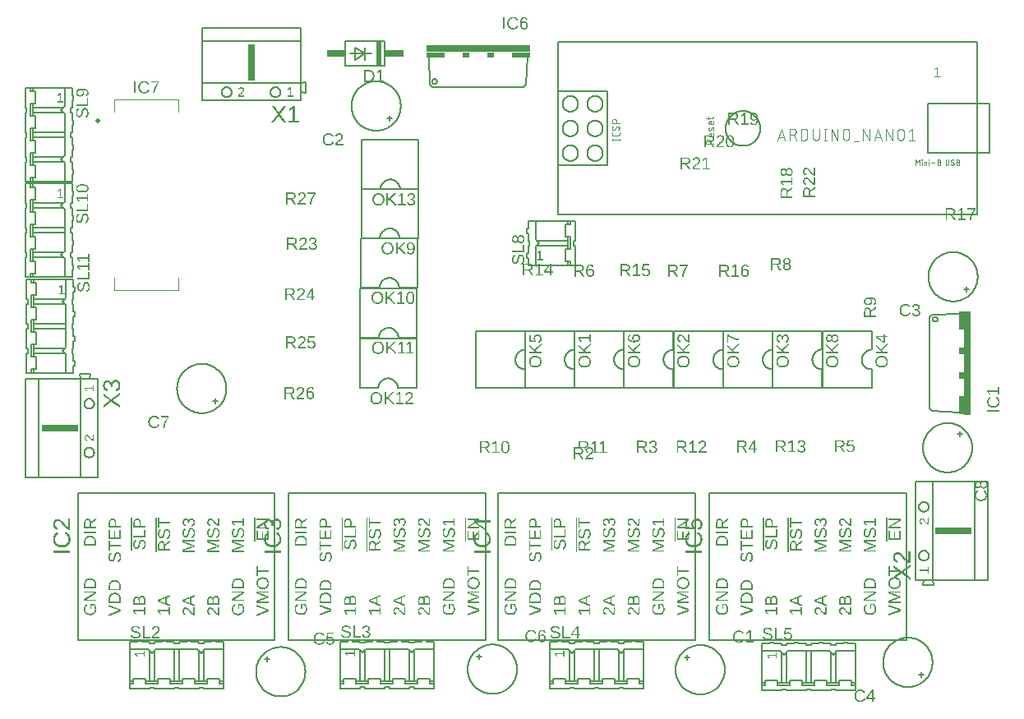
<source format=gbr>
G04 EAGLE Gerber RS-274X export*
G75*
%MOMM*%
%FSLAX34Y34*%
%LPD*%
%INSilkscreen Top*%
%IPPOS*%
%AMOC8*
5,1,8,0,0,1.08239X$1,22.5*%
G01*
G04 Define Apertures*
%ADD10C,0.127000*%
%ADD11C,0.076200*%
%ADD12C,0.050800*%
%ADD13C,0.101600*%
%ADD14C,0.152400*%
%ADD15R,3.810000X0.762000*%
%ADD16R,0.762000X3.810000*%
%ADD17R,0.508000X2.540000*%
%ADD18R,1.905000X0.762000*%
%ADD19R,0.762000X10.668000*%
%ADD20R,0.508000X1.905000*%
%ADD21R,0.508000X0.762000*%
%ADD22C,0.500000*%
%ADD23C,0.120000*%
%ADD24R,10.668000X0.762000*%
%ADD25R,1.905000X0.508000*%
%ADD26R,0.762000X0.508000*%
G36*
X939832Y141596D02*
X938786Y141596D01*
X938786Y139251D01*
X930200Y139251D01*
X930200Y138116D01*
X931765Y135840D01*
X932927Y135840D01*
X931376Y138014D01*
X938786Y138014D01*
X938786Y135559D01*
X939832Y135559D01*
X939832Y141596D01*
G37*
G36*
X939832Y192375D02*
X938786Y192375D01*
X938786Y187351D01*
X938544Y187469D01*
X938298Y187621D01*
X938047Y187804D01*
X937791Y188021D01*
X937525Y188273D01*
X937244Y188566D01*
X936633Y189272D01*
X935623Y190470D01*
X935232Y190895D01*
X934917Y191206D01*
X934640Y191443D01*
X934363Y191650D01*
X934086Y191825D01*
X933809Y191968D01*
X933532Y192080D01*
X933254Y192161D01*
X932975Y192209D01*
X932695Y192225D01*
X932388Y192212D01*
X932099Y192176D01*
X931828Y192115D01*
X931575Y192029D01*
X931340Y191919D01*
X931123Y191784D01*
X930924Y191625D01*
X930743Y191442D01*
X930582Y191236D01*
X930443Y191008D01*
X930325Y190760D01*
X930228Y190491D01*
X930153Y190201D01*
X930099Y189889D01*
X930067Y189557D01*
X930056Y189203D01*
X930067Y188879D01*
X930099Y188570D01*
X930153Y188276D01*
X930227Y187997D01*
X930323Y187734D01*
X930441Y187485D01*
X930580Y187251D01*
X930740Y187033D01*
X930918Y186833D01*
X931111Y186655D01*
X931319Y186499D01*
X931541Y186365D01*
X931779Y186254D01*
X932031Y186164D01*
X932297Y186097D01*
X932579Y186052D01*
X932695Y187310D01*
X932507Y187338D01*
X932330Y187380D01*
X932164Y187435D01*
X932009Y187504D01*
X931864Y187585D01*
X931731Y187679D01*
X931608Y187787D01*
X931495Y187908D01*
X931308Y188180D01*
X931235Y188329D01*
X931175Y188486D01*
X931128Y188652D01*
X931095Y188827D01*
X931075Y189011D01*
X931068Y189203D01*
X931075Y189404D01*
X931095Y189594D01*
X931130Y189773D01*
X931177Y189940D01*
X931239Y190096D01*
X931314Y190240D01*
X931403Y190373D01*
X931506Y190495D01*
X931621Y190604D01*
X931747Y190699D01*
X931884Y190778D01*
X932032Y190844D01*
X932191Y190895D01*
X932362Y190931D01*
X932543Y190953D01*
X932736Y190960D01*
X933022Y190943D01*
X933293Y190892D01*
X933549Y190808D01*
X933789Y190690D01*
X934019Y190544D01*
X934243Y190378D01*
X934463Y190191D01*
X934677Y189982D01*
X935101Y189518D01*
X935525Y189001D01*
X935967Y188455D01*
X936445Y187904D01*
X936969Y187363D01*
X937552Y186848D01*
X937870Y186607D01*
X938211Y186384D01*
X938575Y186181D01*
X938964Y185997D01*
X939832Y185997D01*
X939832Y192375D01*
G37*
G36*
X920782Y131296D02*
X913225Y136596D01*
X920782Y141785D01*
X920782Y144374D01*
X911716Y137957D01*
X903496Y143871D01*
X903496Y141282D01*
X910280Y136608D01*
X903496Y131799D01*
X903496Y129210D01*
X911802Y135283D01*
X920782Y128707D01*
X920782Y131296D01*
G37*
G36*
X920782Y157603D02*
X918905Y157603D01*
X918905Y148586D01*
X918471Y148799D01*
X918029Y149070D01*
X917579Y149400D01*
X917120Y149788D01*
X916642Y150241D01*
X916137Y150766D01*
X915603Y151364D01*
X915040Y152033D01*
X914066Y153212D01*
X913228Y154183D01*
X912526Y154947D01*
X911961Y155505D01*
X911464Y155931D01*
X910967Y156301D01*
X910470Y156615D01*
X909974Y156873D01*
X909476Y157074D01*
X908977Y157218D01*
X908727Y157268D01*
X908476Y157304D01*
X908225Y157326D01*
X907974Y157333D01*
X907423Y157311D01*
X906904Y157245D01*
X906418Y157135D01*
X905963Y156982D01*
X905542Y156784D01*
X905153Y156543D01*
X904796Y156257D01*
X904471Y155928D01*
X904182Y155558D01*
X903932Y155150D01*
X903720Y154705D01*
X903547Y154221D01*
X903412Y153700D01*
X903316Y153141D01*
X903258Y152545D01*
X903238Y151910D01*
X903258Y151329D01*
X903315Y150774D01*
X903411Y150247D01*
X903545Y149747D01*
X903718Y149273D01*
X903929Y148827D01*
X904178Y148408D01*
X904465Y148015D01*
X904785Y147656D01*
X905132Y147337D01*
X905504Y147057D01*
X905904Y146818D01*
X906329Y146617D01*
X906782Y146457D01*
X907260Y146336D01*
X907765Y146255D01*
X907974Y148512D01*
X907637Y148564D01*
X907319Y148639D01*
X907021Y148738D01*
X906743Y148860D01*
X906483Y149006D01*
X906243Y149176D01*
X906022Y149369D01*
X905821Y149586D01*
X905641Y149822D01*
X905485Y150074D01*
X905354Y150341D01*
X905246Y150624D01*
X905162Y150922D01*
X905102Y151236D01*
X905066Y151565D01*
X905054Y151910D01*
X905066Y152271D01*
X905103Y152612D01*
X905165Y152932D01*
X905250Y153232D01*
X905361Y153512D01*
X905496Y153771D01*
X905655Y154010D01*
X905839Y154229D01*
X906046Y154425D01*
X906272Y154594D01*
X906518Y154737D01*
X906784Y154855D01*
X907070Y154946D01*
X907376Y155011D01*
X907702Y155050D01*
X908048Y155063D01*
X908308Y155056D01*
X908561Y155033D01*
X908808Y154995D01*
X909047Y154942D01*
X909280Y154874D01*
X909506Y154791D01*
X909725Y154692D01*
X909937Y154579D01*
X910349Y154318D01*
X910753Y154019D01*
X911147Y153683D01*
X911532Y153309D01*
X912292Y152476D01*
X913053Y151548D01*
X913846Y150569D01*
X914703Y149579D01*
X915161Y149088D01*
X915645Y148609D01*
X916154Y148141D01*
X916690Y147684D01*
X917260Y147250D01*
X917873Y146851D01*
X918527Y146487D01*
X919224Y146157D01*
X920782Y146157D01*
X920782Y157603D01*
G37*
G36*
X285462Y627553D02*
X283118Y627553D01*
X283118Y636139D01*
X281983Y636139D01*
X279706Y634573D01*
X279706Y633411D01*
X281880Y634963D01*
X281880Y627553D01*
X279426Y627553D01*
X279426Y626507D01*
X285462Y626507D01*
X285462Y627553D01*
G37*
G36*
X234642Y627553D02*
X229617Y627553D01*
X229736Y627794D01*
X229887Y628041D01*
X230071Y628292D01*
X230287Y628547D01*
X230540Y628813D01*
X230832Y629095D01*
X231538Y629706D01*
X232736Y630716D01*
X233162Y631107D01*
X233473Y631422D01*
X233710Y631699D01*
X233916Y631976D01*
X234091Y632252D01*
X234235Y632529D01*
X234347Y632807D01*
X234427Y633085D01*
X234475Y633364D01*
X234491Y633644D01*
X234479Y633951D01*
X234442Y634240D01*
X234381Y634511D01*
X234296Y634764D01*
X234186Y634999D01*
X234051Y635216D01*
X233892Y635414D01*
X233709Y635595D01*
X233502Y635756D01*
X233275Y635896D01*
X233027Y636014D01*
X232758Y636111D01*
X232467Y636186D01*
X232156Y636239D01*
X231823Y636272D01*
X231470Y636282D01*
X231146Y636272D01*
X230837Y636240D01*
X230543Y636186D01*
X230264Y636111D01*
X230000Y636015D01*
X229752Y635898D01*
X229518Y635759D01*
X229299Y635599D01*
X229099Y635420D01*
X228922Y635227D01*
X228766Y635020D01*
X228632Y634797D01*
X228521Y634560D01*
X228431Y634308D01*
X228364Y634041D01*
X228319Y633760D01*
X229576Y633644D01*
X229605Y633831D01*
X229647Y634008D01*
X229702Y634174D01*
X229770Y634330D01*
X229852Y634474D01*
X229946Y634608D01*
X230054Y634731D01*
X230174Y634843D01*
X230446Y635030D01*
X230595Y635104D01*
X230753Y635164D01*
X230919Y635210D01*
X231094Y635244D01*
X231278Y635264D01*
X231470Y635271D01*
X231671Y635264D01*
X231861Y635243D01*
X232039Y635209D01*
X232206Y635161D01*
X232362Y635100D01*
X232507Y635024D01*
X232640Y634936D01*
X232762Y634833D01*
X232871Y634718D01*
X232965Y634592D01*
X233045Y634455D01*
X233111Y634307D01*
X233161Y634147D01*
X233198Y633977D01*
X233219Y633795D01*
X233227Y633603D01*
X233210Y633316D01*
X233159Y633045D01*
X233075Y632790D01*
X232957Y632550D01*
X232811Y632320D01*
X232645Y632095D01*
X232457Y631876D01*
X232249Y631661D01*
X231785Y631237D01*
X231268Y630814D01*
X230722Y630372D01*
X230171Y629894D01*
X229630Y629369D01*
X229115Y628787D01*
X228873Y628469D01*
X228651Y628128D01*
X228448Y627763D01*
X228264Y627375D01*
X228264Y626507D01*
X234642Y626507D01*
X234642Y627553D01*
G37*
G36*
X270225Y607140D02*
X275414Y599583D01*
X278003Y599583D01*
X271587Y608649D01*
X277500Y616869D01*
X274911Y616869D01*
X270237Y610084D01*
X265428Y616869D01*
X262840Y616869D01*
X268912Y608563D01*
X262337Y599583D01*
X264925Y599583D01*
X270225Y607140D01*
G37*
G36*
X291269Y601460D02*
X287061Y601460D01*
X287061Y616869D01*
X285024Y616869D01*
X280939Y614059D01*
X280939Y611974D01*
X284840Y614758D01*
X284840Y601460D01*
X280436Y601460D01*
X280436Y599583D01*
X291269Y599583D01*
X291269Y601460D01*
G37*
G36*
X363256Y641727D02*
X363683Y641763D01*
X364097Y641822D01*
X364498Y641906D01*
X364885Y642013D01*
X365260Y642144D01*
X365621Y642299D01*
X365969Y642477D01*
X366301Y642678D01*
X366614Y642900D01*
X366907Y643143D01*
X367180Y643407D01*
X367434Y643691D01*
X367669Y643997D01*
X367884Y644324D01*
X368080Y644671D01*
X368255Y645037D01*
X368406Y645417D01*
X368534Y645812D01*
X368638Y646222D01*
X368720Y646648D01*
X368778Y647088D01*
X368813Y647543D01*
X368825Y648013D01*
X368818Y648370D01*
X368798Y648717D01*
X368765Y649053D01*
X368718Y649379D01*
X368658Y649695D01*
X368585Y650000D01*
X368498Y650295D01*
X368399Y650580D01*
X368286Y650854D01*
X368159Y651118D01*
X368019Y651372D01*
X367866Y651615D01*
X367700Y651848D01*
X367520Y652070D01*
X367327Y652282D01*
X367121Y652484D01*
X366902Y652674D01*
X366673Y652852D01*
X366432Y653018D01*
X366180Y653172D01*
X365916Y653313D01*
X365642Y653442D01*
X365356Y653558D01*
X365059Y653663D01*
X364751Y653755D01*
X364432Y653835D01*
X364102Y653902D01*
X363760Y653958D01*
X363407Y654001D01*
X363043Y654031D01*
X362668Y654050D01*
X362282Y654056D01*
X358200Y654056D01*
X358200Y641715D01*
X362816Y641715D01*
X363256Y641727D01*
G37*
%LPC*%
G36*
X359873Y643055D02*
X359873Y652716D01*
X362247Y652716D01*
X362825Y652697D01*
X363368Y652641D01*
X363875Y652547D01*
X364348Y652415D01*
X364785Y652245D01*
X365187Y652038D01*
X365554Y651794D01*
X365886Y651512D01*
X366181Y651193D01*
X366436Y650841D01*
X366652Y650455D01*
X366829Y650035D01*
X366966Y649580D01*
X367064Y649092D01*
X367123Y648569D01*
X367143Y648013D01*
X367134Y647638D01*
X367108Y647276D01*
X367065Y646926D01*
X367005Y646589D01*
X366927Y646265D01*
X366833Y645953D01*
X366720Y645654D01*
X366591Y645367D01*
X366446Y645095D01*
X366285Y644840D01*
X366110Y644601D01*
X365920Y644378D01*
X365715Y644171D01*
X365495Y643981D01*
X365260Y643808D01*
X365010Y643651D01*
X364748Y643511D01*
X364475Y643390D01*
X364192Y643288D01*
X363899Y643204D01*
X363595Y643139D01*
X363282Y643092D01*
X362958Y643064D01*
X362624Y643055D01*
X359873Y643055D01*
G37*
%LPD*%
G36*
X378798Y643055D02*
X375794Y643055D01*
X375794Y654056D01*
X374340Y654056D01*
X371423Y652050D01*
X371423Y650561D01*
X374208Y652549D01*
X374208Y643055D01*
X371064Y643055D01*
X371064Y641715D01*
X378798Y641715D01*
X378798Y643055D01*
G37*
G36*
X1006828Y306089D02*
X1007296Y306123D01*
X1007747Y306178D01*
X1008182Y306256D01*
X1008600Y306357D01*
X1009002Y306479D01*
X1009387Y306624D01*
X1009755Y306792D01*
X1010105Y306980D01*
X1010434Y307189D01*
X1010742Y307418D01*
X1011030Y307668D01*
X1011296Y307937D01*
X1011542Y308227D01*
X1011767Y308537D01*
X1011971Y308867D01*
X1012153Y309216D01*
X1012310Y309580D01*
X1012443Y309960D01*
X1012552Y310355D01*
X1012637Y310767D01*
X1012698Y311194D01*
X1012734Y311636D01*
X1012746Y312095D01*
X1012733Y312544D01*
X1012694Y312978D01*
X1012629Y313399D01*
X1012538Y313806D01*
X1012421Y314199D01*
X1012278Y314579D01*
X1012109Y314944D01*
X1011914Y315296D01*
X1011694Y315631D01*
X1011450Y315947D01*
X1011183Y316244D01*
X1010892Y316521D01*
X1010576Y316779D01*
X1010237Y317018D01*
X1009875Y317238D01*
X1009488Y317438D01*
X1008805Y316071D01*
X1009116Y315903D01*
X1009406Y315725D01*
X1009677Y315537D01*
X1009928Y315338D01*
X1010158Y315130D01*
X1010369Y314912D01*
X1010559Y314683D01*
X1010730Y314444D01*
X1010880Y314196D01*
X1011010Y313937D01*
X1011120Y313668D01*
X1011211Y313390D01*
X1011281Y313101D01*
X1011331Y312802D01*
X1011361Y312493D01*
X1011371Y312174D01*
X1011350Y311681D01*
X1011285Y311215D01*
X1011177Y310774D01*
X1011026Y310360D01*
X1010832Y309972D01*
X1010595Y309609D01*
X1010315Y309274D01*
X1009992Y308964D01*
X1009633Y308686D01*
X1009246Y308445D01*
X1008832Y308241D01*
X1008390Y308074D01*
X1007920Y307944D01*
X1007422Y307851D01*
X1006897Y307796D01*
X1006344Y307777D01*
X1005785Y307795D01*
X1005257Y307848D01*
X1004760Y307937D01*
X1004293Y308062D01*
X1003857Y308222D01*
X1003451Y308418D01*
X1003076Y308649D01*
X1002731Y308916D01*
X1002422Y309215D01*
X1002154Y309542D01*
X1001928Y309898D01*
X1001742Y310282D01*
X1001598Y310695D01*
X1001495Y311136D01*
X1001433Y311606D01*
X1001413Y312104D01*
X1001422Y312424D01*
X1001448Y312734D01*
X1001493Y313033D01*
X1001555Y313320D01*
X1001635Y313596D01*
X1001733Y313862D01*
X1001849Y314116D01*
X1001982Y314359D01*
X1002132Y314589D01*
X1002298Y314802D01*
X1002480Y314999D01*
X1002678Y315179D01*
X1002892Y315343D01*
X1003122Y315491D01*
X1003367Y315623D01*
X1003629Y315739D01*
X1003103Y317324D01*
X1002736Y317157D01*
X1002392Y316969D01*
X1002071Y316759D01*
X1001774Y316527D01*
X1001500Y316273D01*
X1001249Y315997D01*
X1001021Y315699D01*
X1000817Y315379D01*
X1000636Y315039D01*
X1000480Y314678D01*
X1000347Y314296D01*
X1000239Y313895D01*
X1000155Y313473D01*
X1000094Y313031D01*
X1000058Y312569D01*
X1000046Y312086D01*
X1000053Y311739D01*
X1000072Y311400D01*
X1000105Y311072D01*
X1000151Y310753D01*
X1000210Y310443D01*
X1000282Y310143D01*
X1000367Y309853D01*
X1000465Y309573D01*
X1000576Y309301D01*
X1000700Y309040D01*
X1000837Y308788D01*
X1000987Y308546D01*
X1001327Y308090D01*
X1001719Y307672D01*
X1002157Y307298D01*
X1002636Y306975D01*
X1003154Y306701D01*
X1003428Y306582D01*
X1003712Y306476D01*
X1004006Y306383D01*
X1004310Y306302D01*
X1004624Y306234D01*
X1004948Y306178D01*
X1005282Y306134D01*
X1005626Y306103D01*
X1005980Y306084D01*
X1006344Y306078D01*
X1006828Y306089D01*
G37*
G36*
X1012571Y327236D02*
X1011231Y327236D01*
X1011231Y324232D01*
X1000230Y324232D01*
X1000230Y322778D01*
X1002236Y319861D01*
X1003725Y319861D01*
X1001737Y322646D01*
X1011231Y322646D01*
X1011231Y319502D01*
X1012571Y319502D01*
X1012571Y327236D01*
G37*
G36*
X1012571Y303526D02*
X1000230Y303526D01*
X1000230Y301854D01*
X1012571Y301854D01*
X1012571Y303526D01*
G37*
G36*
X132019Y629949D02*
X132454Y629988D01*
X132875Y630053D01*
X133282Y630144D01*
X133675Y630261D01*
X134055Y630404D01*
X134420Y630573D01*
X134772Y630768D01*
X135107Y630988D01*
X135423Y631232D01*
X135720Y631500D01*
X135997Y631791D01*
X136255Y632106D01*
X136494Y632445D01*
X136713Y632808D01*
X136913Y633195D01*
X135547Y633878D01*
X135379Y633567D01*
X135201Y633276D01*
X135012Y633006D01*
X134814Y632755D01*
X134606Y632524D01*
X134387Y632314D01*
X134159Y632123D01*
X133920Y631953D01*
X133672Y631803D01*
X133413Y631672D01*
X133144Y631562D01*
X132865Y631472D01*
X132576Y631402D01*
X132278Y631352D01*
X131969Y631321D01*
X131650Y631311D01*
X131157Y631333D01*
X130690Y631398D01*
X130250Y631505D01*
X129835Y631656D01*
X129447Y631850D01*
X129085Y632087D01*
X128749Y632368D01*
X128440Y632691D01*
X128161Y633050D01*
X127920Y633436D01*
X127716Y633851D01*
X127549Y634293D01*
X127420Y634762D01*
X127327Y635260D01*
X127271Y635786D01*
X127253Y636339D01*
X127271Y636897D01*
X127324Y637425D01*
X127413Y637923D01*
X127537Y638389D01*
X127698Y638826D01*
X127893Y639232D01*
X128124Y639607D01*
X128391Y639952D01*
X128690Y640261D01*
X129018Y640528D01*
X129373Y640755D01*
X129758Y640940D01*
X130170Y641085D01*
X130612Y641188D01*
X131081Y641249D01*
X131579Y641270D01*
X131900Y641261D01*
X132210Y641234D01*
X132508Y641190D01*
X132796Y641128D01*
X133072Y641048D01*
X133337Y640950D01*
X133592Y640834D01*
X133835Y640701D01*
X134064Y640550D01*
X134277Y640384D01*
X134474Y640202D01*
X134655Y640004D01*
X134819Y639791D01*
X134967Y639561D01*
X135099Y639315D01*
X135214Y639054D01*
X136800Y639579D01*
X136633Y639947D01*
X136445Y640291D01*
X136235Y640611D01*
X136003Y640909D01*
X135749Y641183D01*
X135473Y641434D01*
X135175Y641661D01*
X134855Y641865D01*
X134514Y642046D01*
X134153Y642203D01*
X133772Y642335D01*
X133371Y642444D01*
X132949Y642528D01*
X132507Y642588D01*
X132044Y642624D01*
X131562Y642636D01*
X131214Y642630D01*
X130876Y642610D01*
X130547Y642577D01*
X130228Y642532D01*
X129919Y642473D01*
X129619Y642401D01*
X129329Y642316D01*
X129048Y642218D01*
X128777Y642107D01*
X128516Y641983D01*
X128264Y641846D01*
X128021Y641695D01*
X127565Y641355D01*
X127148Y640963D01*
X126774Y640525D01*
X126450Y640047D01*
X126176Y639529D01*
X126058Y639255D01*
X125952Y638971D01*
X125859Y638677D01*
X125778Y638373D01*
X125709Y638059D01*
X125653Y637735D01*
X125610Y637401D01*
X125578Y637057D01*
X125560Y636703D01*
X125554Y636339D01*
X125565Y635854D01*
X125598Y635387D01*
X125654Y634935D01*
X125732Y634501D01*
X125832Y634082D01*
X125955Y633681D01*
X126100Y633296D01*
X126267Y632927D01*
X126456Y632578D01*
X126665Y632249D01*
X126894Y631940D01*
X127143Y631653D01*
X127413Y631386D01*
X127703Y631141D01*
X128013Y630916D01*
X128343Y630711D01*
X128692Y630530D01*
X129056Y630372D01*
X129435Y630239D01*
X129831Y630130D01*
X130242Y630045D01*
X130669Y629985D01*
X131112Y629948D01*
X131571Y629936D01*
X132019Y629949D01*
G37*
G36*
X142461Y630537D02*
X142479Y630958D01*
X142552Y631791D01*
X142674Y632609D01*
X142845Y633413D01*
X143064Y634213D01*
X143332Y635018D01*
X143649Y635829D01*
X144014Y636645D01*
X144473Y637543D01*
X145072Y638596D01*
X145809Y639807D01*
X146685Y641174D01*
X146685Y642452D01*
X138531Y642452D01*
X138531Y641112D01*
X145161Y641112D01*
X144595Y640273D01*
X144072Y639458D01*
X143590Y638668D01*
X143150Y637903D01*
X142752Y637163D01*
X142397Y636447D01*
X142083Y635757D01*
X141811Y635091D01*
X141576Y634441D01*
X141372Y633799D01*
X141200Y633165D01*
X141059Y632539D01*
X140949Y631920D01*
X140871Y631310D01*
X140824Y630707D01*
X140808Y630112D01*
X142455Y630112D01*
X142461Y630537D01*
G37*
G36*
X123002Y642452D02*
X121329Y642452D01*
X121329Y630112D01*
X123002Y630112D01*
X123002Y642452D01*
G37*
G36*
X523339Y695914D02*
X523767Y695967D01*
X524171Y696055D01*
X524549Y696178D01*
X524902Y696337D01*
X525230Y696531D01*
X525533Y696761D01*
X525810Y697026D01*
X526059Y697321D01*
X526274Y697642D01*
X526456Y697989D01*
X526605Y698361D01*
X526721Y698760D01*
X526804Y699184D01*
X526854Y699633D01*
X526870Y700109D01*
X526855Y700548D01*
X526808Y700965D01*
X526729Y701359D01*
X526620Y701729D01*
X526478Y702077D01*
X526306Y702401D01*
X526102Y702703D01*
X525867Y702982D01*
X525606Y703232D01*
X525322Y703449D01*
X525016Y703633D01*
X524688Y703783D01*
X524338Y703900D01*
X523966Y703983D01*
X523573Y704033D01*
X523157Y704050D01*
X522908Y704044D01*
X522667Y704024D01*
X522433Y703992D01*
X522206Y703946D01*
X521774Y703816D01*
X521370Y703634D01*
X521002Y703402D01*
X520678Y703123D01*
X520398Y702796D01*
X520161Y702421D01*
X520173Y702999D01*
X520207Y703542D01*
X520265Y704050D01*
X520346Y704522D01*
X520450Y704959D01*
X520577Y705361D01*
X520728Y705728D01*
X520901Y706060D01*
X521096Y706355D01*
X521309Y706610D01*
X521542Y706826D01*
X521794Y707003D01*
X522064Y707140D01*
X522354Y707239D01*
X522662Y707297D01*
X522990Y707317D01*
X523365Y707294D01*
X523705Y707223D01*
X524011Y707105D01*
X524282Y706940D01*
X524519Y706729D01*
X524721Y706470D01*
X524889Y706164D01*
X525022Y705811D01*
X526529Y706082D01*
X526430Y706387D01*
X526315Y706671D01*
X526183Y706936D01*
X526036Y707182D01*
X525872Y707408D01*
X525693Y707614D01*
X525497Y707800D01*
X525285Y707967D01*
X525057Y708115D01*
X524813Y708242D01*
X524552Y708350D01*
X524275Y708439D01*
X523983Y708507D01*
X523674Y708557D01*
X523349Y708586D01*
X523008Y708596D01*
X522747Y708589D01*
X522493Y708569D01*
X522247Y708535D01*
X522009Y708489D01*
X521778Y708428D01*
X521555Y708354D01*
X521131Y708167D01*
X520738Y707925D01*
X520375Y707630D01*
X520043Y707282D01*
X519741Y706879D01*
X519472Y706427D01*
X519239Y705928D01*
X519042Y705382D01*
X518880Y704790D01*
X518755Y704152D01*
X518665Y703467D01*
X518611Y702735D01*
X518593Y701957D01*
X518611Y701239D01*
X518662Y700565D01*
X518749Y699935D01*
X518869Y699349D01*
X519024Y698807D01*
X519214Y698309D01*
X519438Y697856D01*
X519697Y697446D01*
X519988Y697083D01*
X520310Y696768D01*
X520663Y696502D01*
X521046Y696284D01*
X521460Y696114D01*
X521904Y695993D01*
X522379Y695920D01*
X522628Y695902D01*
X522885Y695896D01*
X523339Y695914D01*
G37*
%LPC*%
G36*
X522563Y697180D02*
X522306Y697223D01*
X522061Y697294D01*
X521829Y697394D01*
X521609Y697522D01*
X521401Y697678D01*
X521206Y697863D01*
X521024Y698077D01*
X520859Y698313D01*
X520715Y698565D01*
X520594Y698833D01*
X520495Y699117D01*
X520418Y699417D01*
X520363Y699734D01*
X520330Y700067D01*
X520319Y700415D01*
X520329Y700690D01*
X520361Y700950D01*
X520414Y701194D01*
X520489Y701424D01*
X520584Y701638D01*
X520701Y701837D01*
X520839Y702020D01*
X520998Y702189D01*
X521174Y702340D01*
X521364Y702471D01*
X521566Y702581D01*
X521783Y702672D01*
X522012Y702742D01*
X522255Y702792D01*
X522511Y702823D01*
X522780Y702833D01*
X523065Y702821D01*
X523334Y702787D01*
X523588Y702730D01*
X523824Y702651D01*
X524045Y702549D01*
X524250Y702424D01*
X524438Y702276D01*
X524611Y702106D01*
X524764Y701914D01*
X524898Y701704D01*
X525011Y701474D01*
X525103Y701226D01*
X525175Y700958D01*
X525226Y700670D01*
X525257Y700364D01*
X525267Y700039D01*
X525257Y699713D01*
X525227Y699405D01*
X525176Y699114D01*
X525105Y698842D01*
X525014Y698588D01*
X524903Y698351D01*
X524771Y698133D01*
X524619Y697932D01*
X524450Y697753D01*
X524265Y697597D01*
X524064Y697465D01*
X523849Y697358D01*
X523618Y697274D01*
X523371Y697214D01*
X523110Y697178D01*
X522833Y697166D01*
X522563Y697180D01*
G37*
%LPD*%
G36*
X512090Y695909D02*
X512525Y695948D01*
X512946Y696013D01*
X513353Y696104D01*
X513746Y696221D01*
X514126Y696364D01*
X514491Y696533D01*
X514843Y696728D01*
X515178Y696948D01*
X515494Y697192D01*
X515791Y697459D01*
X516068Y697751D01*
X516326Y698066D01*
X516565Y698405D01*
X516784Y698768D01*
X516984Y699154D01*
X515618Y699837D01*
X515450Y699527D01*
X515272Y699236D01*
X515083Y698965D01*
X514885Y698715D01*
X514677Y698484D01*
X514458Y698273D01*
X514230Y698083D01*
X513991Y697913D01*
X513743Y697762D01*
X513484Y697632D01*
X513215Y697522D01*
X512936Y697431D01*
X512648Y697361D01*
X512349Y697311D01*
X512040Y697281D01*
X511721Y697271D01*
X511228Y697293D01*
X510761Y697357D01*
X510321Y697465D01*
X509906Y697616D01*
X509518Y697810D01*
X509156Y698047D01*
X508820Y698327D01*
X508511Y698651D01*
X508232Y699009D01*
X507991Y699396D01*
X507787Y699810D01*
X507620Y700252D01*
X507491Y700722D01*
X507398Y701220D01*
X507342Y701745D01*
X507324Y702298D01*
X507342Y702857D01*
X507395Y703385D01*
X507484Y703882D01*
X507608Y704349D01*
X507769Y704785D01*
X507964Y705191D01*
X508196Y705567D01*
X508462Y705911D01*
X508761Y706220D01*
X509089Y706488D01*
X509444Y706715D01*
X509829Y706900D01*
X510241Y707044D01*
X510683Y707147D01*
X511152Y707209D01*
X511651Y707230D01*
X511971Y707221D01*
X512281Y707194D01*
X512579Y707149D01*
X512867Y707087D01*
X513143Y707007D01*
X513409Y706909D01*
X513663Y706794D01*
X513906Y706660D01*
X514135Y706510D01*
X514348Y706344D01*
X514545Y706162D01*
X514726Y705964D01*
X514890Y705750D01*
X515038Y705521D01*
X515170Y705275D01*
X515285Y705014D01*
X516871Y705539D01*
X516704Y705906D01*
X516516Y706250D01*
X516306Y706571D01*
X516074Y706868D01*
X515820Y707142D01*
X515544Y707393D01*
X515246Y707621D01*
X514926Y707825D01*
X514585Y708006D01*
X514224Y708162D01*
X513843Y708295D01*
X513442Y708403D01*
X513020Y708487D01*
X512578Y708548D01*
X512116Y708584D01*
X511633Y708596D01*
X511285Y708589D01*
X510947Y708570D01*
X510619Y708537D01*
X510300Y708491D01*
X509990Y708432D01*
X509690Y708361D01*
X509400Y708276D01*
X509119Y708178D01*
X508848Y708067D01*
X508587Y707942D01*
X508335Y707805D01*
X508092Y707655D01*
X507636Y707315D01*
X507219Y706923D01*
X506845Y706485D01*
X506521Y706007D01*
X506247Y705488D01*
X506129Y705214D01*
X506023Y704930D01*
X505930Y704636D01*
X505849Y704332D01*
X505780Y704018D01*
X505724Y703694D01*
X505681Y703360D01*
X505650Y703016D01*
X505631Y702662D01*
X505625Y702298D01*
X505636Y701814D01*
X505669Y701346D01*
X505725Y700895D01*
X505803Y700460D01*
X505903Y700042D01*
X506026Y699641D01*
X506171Y699255D01*
X506338Y698887D01*
X506527Y698537D01*
X506736Y698208D01*
X506965Y697900D01*
X507214Y697613D01*
X507484Y697346D01*
X507774Y697100D01*
X508084Y696875D01*
X508414Y696671D01*
X508763Y696489D01*
X509127Y696332D01*
X509507Y696199D01*
X509902Y696090D01*
X510313Y696005D01*
X510740Y695944D01*
X511183Y695908D01*
X511642Y695896D01*
X512090Y695909D01*
G37*
G36*
X503073Y708412D02*
X501400Y708412D01*
X501400Y696071D01*
X503073Y696071D01*
X503073Y708412D01*
G37*
G36*
X259814Y182975D02*
X251616Y182975D01*
X250153Y182931D01*
X249304Y182887D01*
X259814Y189491D01*
X259814Y191506D01*
X247473Y191506D01*
X247473Y189999D01*
X255566Y189999D01*
X256573Y190025D01*
X258053Y190104D01*
X247473Y183430D01*
X247473Y181486D01*
X259814Y181486D01*
X259814Y182975D01*
G37*
G36*
X259814Y179239D02*
X258448Y179239D01*
X258448Y171190D01*
X254147Y171190D01*
X254147Y178354D01*
X252798Y178354D01*
X252798Y171190D01*
X248839Y171190D01*
X248839Y178880D01*
X247473Y178880D01*
X247473Y169517D01*
X259814Y169517D01*
X259814Y179239D01*
G37*
G36*
X246189Y192983D02*
X244876Y192983D01*
X244876Y168046D01*
X246189Y168046D01*
X246189Y192983D01*
G37*
G36*
X234414Y159068D02*
X226181Y159068D01*
X224526Y159033D01*
X223553Y159007D01*
X224517Y159296D01*
X226006Y159787D01*
X234414Y163019D01*
X234414Y164192D01*
X226006Y167380D01*
X225521Y167557D01*
X224950Y167744D01*
X223553Y168151D01*
X224841Y168092D01*
X226181Y168072D01*
X234414Y168072D01*
X234414Y169579D01*
X222073Y169579D01*
X222073Y167433D01*
X230630Y164210D01*
X230947Y164095D01*
X231528Y163908D01*
X232151Y163723D01*
X232592Y163614D01*
X231738Y163400D01*
X231166Y163234D01*
X230630Y163062D01*
X222073Y159778D01*
X222073Y157579D01*
X234414Y157579D01*
X234414Y159068D01*
G37*
G36*
X231833Y171965D02*
X232188Y172099D01*
X232519Y172263D01*
X232825Y172456D01*
X233107Y172679D01*
X233364Y172932D01*
X233597Y173214D01*
X233805Y173526D01*
X233989Y173868D01*
X234148Y174239D01*
X234283Y174640D01*
X234393Y175071D01*
X234479Y175531D01*
X234540Y176021D01*
X234577Y176540D01*
X234589Y177089D01*
X234574Y177678D01*
X234531Y178234D01*
X234457Y178755D01*
X234355Y179242D01*
X234223Y179696D01*
X234062Y180115D01*
X233872Y180500D01*
X233652Y180851D01*
X233406Y181164D01*
X233135Y181435D01*
X232841Y181665D01*
X232522Y181853D01*
X232179Y181999D01*
X231813Y182103D01*
X231422Y182166D01*
X231007Y182186D01*
X230681Y182175D01*
X230376Y182139D01*
X230094Y182081D01*
X229833Y181998D01*
X229592Y181895D01*
X229367Y181774D01*
X229158Y181634D01*
X228966Y181477D01*
X228789Y181303D01*
X228627Y181115D01*
X228478Y180911D01*
X228344Y180693D01*
X228107Y180226D01*
X227902Y179725D01*
X227727Y179196D01*
X227578Y178644D01*
X227311Y177509D01*
X227130Y176730D01*
X226964Y176093D01*
X226812Y175596D01*
X226676Y175241D01*
X226539Y174973D01*
X226389Y174738D01*
X226224Y174537D01*
X226045Y174369D01*
X225847Y174237D01*
X225624Y174143D01*
X225376Y174086D01*
X225104Y174067D01*
X224868Y174079D01*
X224648Y174116D01*
X224442Y174177D01*
X224252Y174262D01*
X224077Y174372D01*
X223916Y174506D01*
X223771Y174664D01*
X223641Y174847D01*
X223526Y175053D01*
X223426Y175280D01*
X223342Y175530D01*
X223273Y175801D01*
X223219Y176095D01*
X223181Y176410D01*
X223158Y176747D01*
X223150Y177106D01*
X223157Y177435D01*
X223178Y177744D01*
X223213Y178036D01*
X223261Y178309D01*
X223323Y178563D01*
X223399Y178800D01*
X223489Y179018D01*
X223593Y179217D01*
X223712Y179400D01*
X223848Y179568D01*
X224000Y179720D01*
X224170Y179857D01*
X224356Y179978D01*
X224559Y180084D01*
X224779Y180175D01*
X225016Y180251D01*
X224727Y181897D01*
X224354Y181775D01*
X224009Y181632D01*
X223692Y181469D01*
X223403Y181284D01*
X223143Y181079D01*
X222912Y180853D01*
X222708Y180606D01*
X222533Y180338D01*
X222382Y180045D01*
X222251Y179720D01*
X222141Y179365D01*
X222050Y178979D01*
X221980Y178561D01*
X221929Y178113D01*
X221899Y177634D01*
X221889Y177124D01*
X221903Y176575D01*
X221943Y176060D01*
X222010Y175576D01*
X222104Y175126D01*
X222225Y174708D01*
X222372Y174323D01*
X222546Y173971D01*
X222748Y173651D01*
X222973Y173367D01*
X223222Y173121D01*
X223494Y172912D01*
X223788Y172741D01*
X224104Y172609D01*
X224444Y172514D01*
X224806Y172457D01*
X225191Y172438D01*
X225527Y172453D01*
X225844Y172496D01*
X226140Y172569D01*
X226417Y172670D01*
X226676Y172799D01*
X226918Y172954D01*
X227142Y173134D01*
X227350Y173340D01*
X227545Y173579D01*
X227730Y173858D01*
X227906Y174177D01*
X228073Y174536D01*
X228235Y174959D01*
X228397Y175470D01*
X228559Y176069D01*
X228721Y176756D01*
X229080Y178289D01*
X229168Y178623D01*
X229266Y178933D01*
X229374Y179218D01*
X229492Y179480D01*
X229622Y179716D01*
X229770Y179923D01*
X229933Y180103D01*
X230113Y180255D01*
X230316Y180376D01*
X230547Y180462D01*
X230807Y180514D01*
X231094Y180531D01*
X231356Y180517D01*
X231601Y180476D01*
X231829Y180407D01*
X232041Y180311D01*
X232238Y180187D01*
X232417Y180036D01*
X232581Y179857D01*
X232728Y179651D01*
X232858Y179419D01*
X232971Y179164D01*
X233067Y178887D01*
X233145Y178586D01*
X233206Y178261D01*
X233249Y177914D01*
X233275Y177544D01*
X233284Y177150D01*
X233276Y176769D01*
X233252Y176407D01*
X233211Y176067D01*
X233154Y175747D01*
X233081Y175447D01*
X232991Y175168D01*
X232885Y174910D01*
X232763Y174672D01*
X232623Y174454D01*
X232465Y174256D01*
X232289Y174077D01*
X232094Y173918D01*
X231881Y173779D01*
X231649Y173660D01*
X231398Y173560D01*
X231129Y173480D01*
X231454Y171860D01*
X231833Y171965D01*
G37*
G36*
X234414Y192114D02*
X233074Y192114D01*
X233074Y189110D01*
X222073Y189110D01*
X222073Y187656D01*
X224079Y184740D01*
X225568Y184740D01*
X223580Y187525D01*
X233074Y187525D01*
X233074Y184381D01*
X234414Y184381D01*
X234414Y192114D01*
G37*
G36*
X209014Y159068D02*
X200781Y159068D01*
X199126Y159033D01*
X198153Y159007D01*
X199117Y159296D01*
X200606Y159787D01*
X209014Y163019D01*
X209014Y164192D01*
X200606Y167380D01*
X200121Y167557D01*
X199550Y167744D01*
X198153Y168151D01*
X199441Y168092D01*
X200781Y168072D01*
X209014Y168072D01*
X209014Y169579D01*
X196673Y169579D01*
X196673Y167433D01*
X205230Y164210D01*
X205547Y164095D01*
X206128Y163908D01*
X206751Y163723D01*
X207192Y163614D01*
X206338Y163400D01*
X205766Y163234D01*
X205230Y163062D01*
X196673Y159778D01*
X196673Y157579D01*
X209014Y157579D01*
X209014Y159068D01*
G37*
G36*
X206433Y171965D02*
X206788Y172099D01*
X207119Y172263D01*
X207425Y172456D01*
X207707Y172679D01*
X207964Y172932D01*
X208197Y173214D01*
X208405Y173526D01*
X208589Y173868D01*
X208748Y174239D01*
X208883Y174640D01*
X208993Y175071D01*
X209079Y175531D01*
X209140Y176021D01*
X209177Y176540D01*
X209189Y177089D01*
X209174Y177678D01*
X209131Y178234D01*
X209057Y178755D01*
X208955Y179242D01*
X208823Y179696D01*
X208662Y180115D01*
X208472Y180500D01*
X208252Y180851D01*
X208006Y181164D01*
X207735Y181435D01*
X207441Y181665D01*
X207122Y181853D01*
X206779Y181999D01*
X206413Y182103D01*
X206022Y182166D01*
X205607Y182186D01*
X205281Y182175D01*
X204976Y182139D01*
X204694Y182081D01*
X204433Y181998D01*
X204192Y181895D01*
X203967Y181774D01*
X203758Y181634D01*
X203566Y181477D01*
X203389Y181303D01*
X203227Y181115D01*
X203078Y180911D01*
X202944Y180693D01*
X202707Y180226D01*
X202502Y179725D01*
X202327Y179196D01*
X202178Y178644D01*
X201911Y177509D01*
X201730Y176730D01*
X201564Y176093D01*
X201412Y175596D01*
X201276Y175241D01*
X201139Y174973D01*
X200989Y174738D01*
X200824Y174537D01*
X200645Y174369D01*
X200447Y174237D01*
X200224Y174143D01*
X199976Y174086D01*
X199704Y174067D01*
X199468Y174079D01*
X199248Y174116D01*
X199042Y174177D01*
X198852Y174262D01*
X198677Y174372D01*
X198516Y174506D01*
X198371Y174664D01*
X198241Y174847D01*
X198126Y175053D01*
X198026Y175280D01*
X197942Y175530D01*
X197873Y175801D01*
X197819Y176095D01*
X197781Y176410D01*
X197758Y176747D01*
X197750Y177106D01*
X197757Y177435D01*
X197778Y177744D01*
X197813Y178036D01*
X197861Y178309D01*
X197923Y178563D01*
X197999Y178800D01*
X198089Y179018D01*
X198193Y179217D01*
X198312Y179400D01*
X198448Y179568D01*
X198600Y179720D01*
X198770Y179857D01*
X198956Y179978D01*
X199159Y180084D01*
X199379Y180175D01*
X199616Y180251D01*
X199327Y181897D01*
X198954Y181775D01*
X198609Y181632D01*
X198292Y181469D01*
X198003Y181284D01*
X197743Y181079D01*
X197512Y180853D01*
X197308Y180606D01*
X197133Y180338D01*
X196982Y180045D01*
X196851Y179720D01*
X196741Y179365D01*
X196650Y178979D01*
X196580Y178561D01*
X196529Y178113D01*
X196499Y177634D01*
X196489Y177124D01*
X196503Y176575D01*
X196543Y176060D01*
X196610Y175576D01*
X196704Y175126D01*
X196825Y174708D01*
X196972Y174323D01*
X197146Y173971D01*
X197348Y173651D01*
X197573Y173367D01*
X197822Y173121D01*
X198094Y172912D01*
X198388Y172741D01*
X198704Y172609D01*
X199044Y172514D01*
X199406Y172457D01*
X199791Y172438D01*
X200127Y172453D01*
X200444Y172496D01*
X200740Y172569D01*
X201017Y172670D01*
X201276Y172799D01*
X201518Y172954D01*
X201742Y173134D01*
X201950Y173340D01*
X202145Y173579D01*
X202330Y173858D01*
X202506Y174177D01*
X202673Y174536D01*
X202835Y174959D01*
X202997Y175470D01*
X203159Y176069D01*
X203321Y176756D01*
X203680Y178289D01*
X203768Y178623D01*
X203866Y178933D01*
X203974Y179218D01*
X204092Y179480D01*
X204222Y179716D01*
X204370Y179923D01*
X204533Y180103D01*
X204713Y180255D01*
X204916Y180376D01*
X205147Y180462D01*
X205407Y180514D01*
X205694Y180531D01*
X205956Y180517D01*
X206201Y180476D01*
X206429Y180407D01*
X206641Y180311D01*
X206838Y180187D01*
X207017Y180036D01*
X207181Y179857D01*
X207328Y179651D01*
X207458Y179419D01*
X207571Y179164D01*
X207667Y178887D01*
X207745Y178586D01*
X207806Y178261D01*
X207849Y177914D01*
X207875Y177544D01*
X207884Y177150D01*
X207876Y176769D01*
X207852Y176407D01*
X207811Y176067D01*
X207754Y175747D01*
X207681Y175447D01*
X207591Y175168D01*
X207485Y174910D01*
X207363Y174672D01*
X207223Y174454D01*
X207065Y174256D01*
X206889Y174077D01*
X206694Y173918D01*
X206481Y173779D01*
X206249Y173660D01*
X205998Y173560D01*
X205729Y173480D01*
X206054Y171860D01*
X206433Y171965D01*
G37*
G36*
X209014Y192088D02*
X207674Y192088D01*
X207674Y185651D01*
X207364Y185803D01*
X207049Y185997D01*
X206727Y186232D01*
X206400Y186509D01*
X206059Y186832D01*
X205698Y187207D01*
X205316Y187634D01*
X204915Y188112D01*
X204219Y188953D01*
X203621Y189647D01*
X203120Y190192D01*
X202717Y190590D01*
X202362Y190895D01*
X202007Y191159D01*
X201652Y191383D01*
X201298Y191567D01*
X200942Y191711D01*
X200586Y191813D01*
X200229Y191875D01*
X199870Y191895D01*
X199476Y191880D01*
X199106Y191833D01*
X198759Y191754D01*
X198435Y191645D01*
X198134Y191504D01*
X197856Y191331D01*
X197601Y191128D01*
X197369Y190893D01*
X197163Y190628D01*
X196984Y190337D01*
X196833Y190019D01*
X196709Y189674D01*
X196613Y189302D01*
X196544Y188903D01*
X196503Y188477D01*
X196489Y188024D01*
X196503Y187609D01*
X196544Y187213D01*
X196612Y186837D01*
X196708Y186479D01*
X196831Y186141D01*
X196982Y185823D01*
X197160Y185523D01*
X197365Y185243D01*
X197593Y184987D01*
X197841Y184759D01*
X198107Y184560D01*
X198392Y184388D01*
X198696Y184245D01*
X199019Y184131D01*
X199361Y184044D01*
X199721Y183987D01*
X199870Y185598D01*
X199629Y185635D01*
X199403Y185689D01*
X199190Y185759D01*
X198991Y185847D01*
X198806Y185951D01*
X198634Y186072D01*
X198477Y186210D01*
X198333Y186364D01*
X198205Y186533D01*
X198093Y186713D01*
X197999Y186904D01*
X197922Y187106D01*
X197862Y187319D01*
X197820Y187543D01*
X197794Y187778D01*
X197785Y188024D01*
X197794Y188282D01*
X197821Y188525D01*
X197864Y188754D01*
X197926Y188968D01*
X198004Y189168D01*
X198101Y189353D01*
X198215Y189523D01*
X198346Y189680D01*
X198493Y189819D01*
X198655Y189940D01*
X198830Y190042D01*
X199020Y190126D01*
X199225Y190191D01*
X199443Y190238D01*
X199676Y190266D01*
X199923Y190275D01*
X200289Y190254D01*
X200636Y190189D01*
X200964Y190081D01*
X201271Y189929D01*
X201566Y189743D01*
X201854Y189530D01*
X202135Y189290D01*
X202410Y189023D01*
X202953Y188428D01*
X203496Y187766D01*
X204062Y187066D01*
X204674Y186360D01*
X205001Y186009D01*
X205346Y185667D01*
X205710Y185333D01*
X206093Y185007D01*
X206500Y184697D01*
X206937Y184412D01*
X207404Y184152D01*
X207902Y183916D01*
X209014Y183916D01*
X209014Y192088D01*
G37*
G36*
X183614Y159068D02*
X175381Y159068D01*
X173726Y159033D01*
X172753Y159007D01*
X173717Y159296D01*
X175206Y159787D01*
X183614Y163019D01*
X183614Y164192D01*
X175206Y167380D01*
X174721Y167557D01*
X174150Y167744D01*
X172753Y168151D01*
X174041Y168092D01*
X175381Y168072D01*
X183614Y168072D01*
X183614Y169579D01*
X171273Y169579D01*
X171273Y167433D01*
X179830Y164210D01*
X180147Y164095D01*
X180728Y163908D01*
X181351Y163723D01*
X181792Y163614D01*
X180938Y163400D01*
X180366Y163234D01*
X179830Y163062D01*
X171273Y159778D01*
X171273Y157579D01*
X183614Y157579D01*
X183614Y159068D01*
G37*
G36*
X181033Y171965D02*
X181388Y172099D01*
X181719Y172263D01*
X182025Y172456D01*
X182307Y172679D01*
X182564Y172932D01*
X182797Y173214D01*
X183005Y173526D01*
X183189Y173868D01*
X183348Y174239D01*
X183483Y174640D01*
X183593Y175071D01*
X183679Y175531D01*
X183740Y176021D01*
X183777Y176540D01*
X183789Y177089D01*
X183774Y177678D01*
X183731Y178234D01*
X183657Y178755D01*
X183555Y179242D01*
X183423Y179696D01*
X183262Y180115D01*
X183072Y180500D01*
X182852Y180851D01*
X182606Y181164D01*
X182335Y181435D01*
X182041Y181665D01*
X181722Y181853D01*
X181379Y181999D01*
X181013Y182103D01*
X180622Y182166D01*
X180207Y182186D01*
X179881Y182175D01*
X179576Y182139D01*
X179294Y182081D01*
X179033Y181998D01*
X178792Y181895D01*
X178567Y181774D01*
X178358Y181634D01*
X178166Y181477D01*
X177989Y181303D01*
X177827Y181115D01*
X177678Y180911D01*
X177544Y180693D01*
X177307Y180226D01*
X177102Y179725D01*
X176927Y179196D01*
X176778Y178644D01*
X176511Y177509D01*
X176330Y176730D01*
X176164Y176093D01*
X176012Y175596D01*
X175876Y175241D01*
X175739Y174973D01*
X175589Y174738D01*
X175424Y174537D01*
X175245Y174369D01*
X175047Y174237D01*
X174824Y174143D01*
X174576Y174086D01*
X174304Y174067D01*
X174068Y174079D01*
X173848Y174116D01*
X173642Y174177D01*
X173452Y174262D01*
X173277Y174372D01*
X173116Y174506D01*
X172971Y174664D01*
X172841Y174847D01*
X172726Y175053D01*
X172626Y175280D01*
X172542Y175530D01*
X172473Y175801D01*
X172419Y176095D01*
X172381Y176410D01*
X172358Y176747D01*
X172350Y177106D01*
X172357Y177435D01*
X172378Y177744D01*
X172413Y178036D01*
X172461Y178309D01*
X172523Y178563D01*
X172599Y178800D01*
X172689Y179018D01*
X172793Y179217D01*
X172912Y179400D01*
X173048Y179568D01*
X173200Y179720D01*
X173370Y179857D01*
X173556Y179978D01*
X173759Y180084D01*
X173979Y180175D01*
X174216Y180251D01*
X173927Y181897D01*
X173554Y181775D01*
X173209Y181632D01*
X172892Y181469D01*
X172603Y181284D01*
X172343Y181079D01*
X172112Y180853D01*
X171908Y180606D01*
X171733Y180338D01*
X171582Y180045D01*
X171451Y179720D01*
X171341Y179365D01*
X171250Y178979D01*
X171180Y178561D01*
X171129Y178113D01*
X171099Y177634D01*
X171089Y177124D01*
X171103Y176575D01*
X171143Y176060D01*
X171210Y175576D01*
X171304Y175126D01*
X171425Y174708D01*
X171572Y174323D01*
X171746Y173971D01*
X171948Y173651D01*
X172173Y173367D01*
X172422Y173121D01*
X172694Y172912D01*
X172988Y172741D01*
X173304Y172609D01*
X173644Y172514D01*
X174006Y172457D01*
X174391Y172438D01*
X174727Y172453D01*
X175044Y172496D01*
X175340Y172569D01*
X175617Y172670D01*
X175876Y172799D01*
X176118Y172954D01*
X176342Y173134D01*
X176550Y173340D01*
X176745Y173579D01*
X176930Y173858D01*
X177106Y174177D01*
X177273Y174536D01*
X177435Y174959D01*
X177597Y175470D01*
X177759Y176069D01*
X177921Y176756D01*
X178280Y178289D01*
X178368Y178623D01*
X178466Y178933D01*
X178574Y179218D01*
X178692Y179480D01*
X178822Y179716D01*
X178970Y179923D01*
X179133Y180103D01*
X179313Y180255D01*
X179516Y180376D01*
X179747Y180462D01*
X180007Y180514D01*
X180294Y180531D01*
X180556Y180517D01*
X180801Y180476D01*
X181029Y180407D01*
X181241Y180311D01*
X181438Y180187D01*
X181617Y180036D01*
X181781Y179857D01*
X181928Y179651D01*
X182058Y179419D01*
X182171Y179164D01*
X182267Y178887D01*
X182345Y178586D01*
X182406Y178261D01*
X182449Y177914D01*
X182475Y177544D01*
X182484Y177150D01*
X182476Y176769D01*
X182452Y176407D01*
X182411Y176067D01*
X182354Y175747D01*
X182281Y175447D01*
X182191Y175168D01*
X182085Y174910D01*
X181963Y174672D01*
X181823Y174454D01*
X181665Y174256D01*
X181489Y174077D01*
X181294Y173918D01*
X181081Y173779D01*
X180849Y173660D01*
X180598Y173560D01*
X180329Y173480D01*
X180654Y171860D01*
X181033Y171965D01*
G37*
G36*
X180845Y183764D02*
X181220Y183859D01*
X181571Y183983D01*
X181896Y184134D01*
X182196Y184314D01*
X182471Y184523D01*
X182720Y184759D01*
X182944Y185024D01*
X183142Y185315D01*
X183314Y185630D01*
X183459Y185968D01*
X183578Y186331D01*
X183670Y186716D01*
X183736Y187126D01*
X183776Y187559D01*
X183789Y188015D01*
X183774Y188505D01*
X183731Y188965D01*
X183657Y189396D01*
X183555Y189798D01*
X183423Y190171D01*
X183262Y190515D01*
X183072Y190830D01*
X182852Y191116D01*
X182606Y191371D01*
X182335Y191591D01*
X182041Y191778D01*
X181722Y191931D01*
X181379Y192049D01*
X181013Y192134D01*
X180622Y192185D01*
X180207Y192202D01*
X179918Y192190D01*
X179641Y192154D01*
X179377Y192094D01*
X179125Y192009D01*
X178886Y191901D01*
X178660Y191768D01*
X178446Y191612D01*
X178245Y191431D01*
X178060Y191229D01*
X177895Y191008D01*
X177749Y190767D01*
X177623Y190507D01*
X177517Y190228D01*
X177430Y189930D01*
X177364Y189613D01*
X177317Y189277D01*
X177282Y189277D01*
X177208Y189583D01*
X177120Y189870D01*
X177017Y190138D01*
X176899Y190388D01*
X176767Y190619D01*
X176619Y190831D01*
X176456Y191024D01*
X176279Y191199D01*
X176087Y191354D01*
X175881Y191488D01*
X175661Y191602D01*
X175428Y191695D01*
X175181Y191767D01*
X174920Y191819D01*
X174645Y191850D01*
X174356Y191860D01*
X173981Y191844D01*
X173628Y191796D01*
X173295Y191716D01*
X172984Y191603D01*
X172694Y191458D01*
X172426Y191282D01*
X172178Y191073D01*
X171952Y190831D01*
X171750Y190561D01*
X171574Y190265D01*
X171426Y189943D01*
X171305Y189595D01*
X171211Y189222D01*
X171143Y188822D01*
X171103Y188397D01*
X171089Y187945D01*
X171102Y187530D01*
X171142Y187134D01*
X171209Y186758D01*
X171302Y186401D01*
X171421Y186063D01*
X171567Y185744D01*
X171740Y185445D01*
X171939Y185165D01*
X172162Y184908D01*
X172405Y184680D01*
X172670Y184481D01*
X172955Y184309D01*
X173261Y184167D01*
X173588Y184052D01*
X173935Y183966D01*
X174304Y183908D01*
X174426Y185493D01*
X174190Y185528D01*
X173967Y185579D01*
X173759Y185648D01*
X173564Y185733D01*
X173382Y185835D01*
X173214Y185954D01*
X173060Y186089D01*
X172920Y186242D01*
X172795Y186409D01*
X172686Y186589D01*
X172594Y186781D01*
X172519Y186985D01*
X172461Y187202D01*
X172419Y187432D01*
X172394Y187674D01*
X172385Y187928D01*
X172394Y188206D01*
X172421Y188466D01*
X172466Y188709D01*
X172529Y188934D01*
X172610Y189141D01*
X172708Y189331D01*
X172825Y189503D01*
X172959Y189658D01*
X173109Y189794D01*
X173272Y189912D01*
X173448Y190013D01*
X173637Y190095D01*
X173839Y190158D01*
X174054Y190204D01*
X174282Y190231D01*
X174523Y190240D01*
X174765Y190229D01*
X174995Y190195D01*
X175210Y190140D01*
X175413Y190062D01*
X175601Y189961D01*
X175776Y189839D01*
X175938Y189694D01*
X176086Y189526D01*
X176218Y189339D01*
X176333Y189133D01*
X176430Y188909D01*
X176510Y188667D01*
X176571Y188406D01*
X176616Y188128D01*
X176642Y187831D01*
X176651Y187516D01*
X176651Y186658D01*
X178017Y186658D01*
X178017Y187551D01*
X178026Y187906D01*
X178053Y188240D01*
X178097Y188552D01*
X178158Y188842D01*
X178238Y189111D01*
X178335Y189359D01*
X178450Y189585D01*
X178582Y189789D01*
X178730Y189971D01*
X178892Y190128D01*
X179068Y190261D01*
X179258Y190370D01*
X179461Y190455D01*
X179678Y190516D01*
X179909Y190552D01*
X180154Y190564D01*
X180434Y190554D01*
X180697Y190522D01*
X180941Y190469D01*
X181168Y190394D01*
X181377Y190299D01*
X181568Y190182D01*
X181742Y190044D01*
X181897Y189885D01*
X182035Y189708D01*
X182154Y189514D01*
X182255Y189304D01*
X182337Y189079D01*
X182402Y188837D01*
X182447Y188579D01*
X182475Y188305D01*
X182484Y188015D01*
X182476Y187727D01*
X182450Y187454D01*
X182407Y187198D01*
X182347Y186957D01*
X182270Y186733D01*
X182176Y186525D01*
X182065Y186333D01*
X181937Y186156D01*
X181791Y185996D01*
X181629Y185852D01*
X181449Y185725D01*
X181252Y185613D01*
X181039Y185517D01*
X180808Y185438D01*
X180560Y185374D01*
X180294Y185327D01*
X180443Y183697D01*
X180845Y183764D01*
G37*
G36*
X158214Y160221D02*
X153090Y160221D01*
X153090Y164066D01*
X158214Y167272D01*
X158214Y169199D01*
X155161Y167187D01*
X152898Y165695D01*
X152825Y166038D01*
X152732Y166362D01*
X152616Y166667D01*
X152479Y166953D01*
X152387Y167109D01*
X152321Y167220D01*
X152140Y167468D01*
X151939Y167697D01*
X151715Y167907D01*
X151474Y168095D01*
X151219Y168257D01*
X150951Y168395D01*
X150668Y168508D01*
X150373Y168595D01*
X150063Y168658D01*
X149740Y168696D01*
X149403Y168708D01*
X148998Y168690D01*
X148616Y168637D01*
X148258Y168549D01*
X147922Y168425D01*
X147608Y168265D01*
X147318Y168070D01*
X147051Y167840D01*
X146806Y167574D01*
X146587Y167276D01*
X146398Y166947D01*
X146238Y166590D01*
X146106Y166202D01*
X146004Y165785D01*
X145931Y165338D01*
X145888Y164861D01*
X145873Y164355D01*
X145873Y158548D01*
X158214Y158548D01*
X158214Y160221D01*
G37*
%LPC*%
G36*
X147213Y160221D02*
X147213Y164189D01*
X147222Y164522D01*
X147249Y164836D01*
X147293Y165130D01*
X147354Y165403D01*
X147434Y165656D01*
X147531Y165889D01*
X147646Y166102D01*
X147778Y166295D01*
X147927Y166467D01*
X148093Y166615D01*
X148274Y166741D01*
X148471Y166844D01*
X148684Y166924D01*
X148914Y166981D01*
X149159Y167015D01*
X149420Y167027D01*
X149691Y167015D01*
X149946Y166981D01*
X150185Y166925D01*
X150409Y166846D01*
X150617Y166744D01*
X150811Y166620D01*
X150988Y166473D01*
X151150Y166304D01*
X151295Y166114D01*
X151420Y165905D01*
X151526Y165678D01*
X151613Y165431D01*
X151681Y165166D01*
X151729Y164883D01*
X151758Y164580D01*
X151768Y164259D01*
X151768Y160221D01*
X147213Y160221D01*
G37*
%LPD*%
G36*
X155633Y170965D02*
X155988Y171099D01*
X156319Y171263D01*
X156625Y171456D01*
X156907Y171679D01*
X157164Y171932D01*
X157397Y172214D01*
X157605Y172526D01*
X157789Y172868D01*
X157948Y173239D01*
X158083Y173640D01*
X158193Y174071D01*
X158279Y174531D01*
X158340Y175021D01*
X158377Y175540D01*
X158389Y176089D01*
X158374Y176678D01*
X158331Y177234D01*
X158257Y177755D01*
X158155Y178242D01*
X158023Y178696D01*
X157862Y179115D01*
X157672Y179500D01*
X157452Y179851D01*
X157206Y180164D01*
X156935Y180435D01*
X156641Y180665D01*
X156322Y180853D01*
X155979Y180999D01*
X155613Y181103D01*
X155222Y181166D01*
X154807Y181186D01*
X154481Y181175D01*
X154176Y181139D01*
X153894Y181081D01*
X153633Y180998D01*
X153392Y180895D01*
X153167Y180774D01*
X152958Y180634D01*
X152766Y180477D01*
X152589Y180303D01*
X152427Y180115D01*
X152278Y179911D01*
X152144Y179693D01*
X151907Y179226D01*
X151702Y178725D01*
X151527Y178196D01*
X151378Y177644D01*
X151111Y176509D01*
X150930Y175730D01*
X150764Y175093D01*
X150612Y174596D01*
X150476Y174241D01*
X150339Y173973D01*
X150189Y173738D01*
X150024Y173537D01*
X149845Y173369D01*
X149647Y173237D01*
X149424Y173143D01*
X149176Y173086D01*
X148904Y173067D01*
X148668Y173079D01*
X148448Y173116D01*
X148242Y173177D01*
X148052Y173262D01*
X147877Y173372D01*
X147716Y173506D01*
X147571Y173664D01*
X147441Y173847D01*
X147326Y174053D01*
X147226Y174280D01*
X147142Y174530D01*
X147073Y174801D01*
X147019Y175095D01*
X146981Y175410D01*
X146958Y175747D01*
X146950Y176106D01*
X146957Y176435D01*
X146978Y176744D01*
X147013Y177036D01*
X147061Y177309D01*
X147123Y177563D01*
X147199Y177800D01*
X147289Y178018D01*
X147393Y178217D01*
X147512Y178400D01*
X147648Y178568D01*
X147800Y178720D01*
X147970Y178857D01*
X148156Y178978D01*
X148359Y179084D01*
X148579Y179175D01*
X148816Y179251D01*
X148527Y180897D01*
X148154Y180775D01*
X147809Y180632D01*
X147492Y180469D01*
X147203Y180284D01*
X146943Y180079D01*
X146712Y179853D01*
X146508Y179606D01*
X146333Y179338D01*
X146182Y179045D01*
X146051Y178720D01*
X145941Y178365D01*
X145850Y177979D01*
X145780Y177561D01*
X145729Y177113D01*
X145699Y176634D01*
X145689Y176124D01*
X145703Y175575D01*
X145743Y175060D01*
X145810Y174576D01*
X145904Y174126D01*
X146025Y173708D01*
X146172Y173323D01*
X146346Y172971D01*
X146548Y172651D01*
X146773Y172367D01*
X147022Y172121D01*
X147294Y171912D01*
X147588Y171741D01*
X147904Y171609D01*
X148244Y171514D01*
X148606Y171457D01*
X148991Y171438D01*
X149327Y171453D01*
X149644Y171496D01*
X149940Y171569D01*
X150217Y171670D01*
X150476Y171799D01*
X150718Y171954D01*
X150942Y172134D01*
X151150Y172340D01*
X151345Y172579D01*
X151530Y172858D01*
X151706Y173177D01*
X151873Y173536D01*
X152035Y173959D01*
X152197Y174470D01*
X152359Y175069D01*
X152521Y175756D01*
X152880Y177289D01*
X152968Y177623D01*
X153066Y177933D01*
X153174Y178218D01*
X153292Y178480D01*
X153422Y178716D01*
X153570Y178923D01*
X153733Y179103D01*
X153913Y179255D01*
X154116Y179376D01*
X154347Y179462D01*
X154607Y179514D01*
X154894Y179531D01*
X155156Y179517D01*
X155401Y179476D01*
X155629Y179407D01*
X155841Y179311D01*
X156038Y179187D01*
X156217Y179036D01*
X156381Y178857D01*
X156528Y178651D01*
X156658Y178419D01*
X156771Y178164D01*
X156867Y177887D01*
X156945Y177586D01*
X157006Y177261D01*
X157049Y176914D01*
X157075Y176544D01*
X157084Y176150D01*
X157076Y175769D01*
X157052Y175407D01*
X157011Y175067D01*
X156954Y174747D01*
X156881Y174447D01*
X156791Y174168D01*
X156685Y173910D01*
X156563Y173672D01*
X156423Y173454D01*
X156265Y173256D01*
X156089Y173077D01*
X155894Y172918D01*
X155681Y172779D01*
X155449Y172660D01*
X155198Y172560D01*
X154929Y172480D01*
X155254Y170860D01*
X155633Y170965D01*
G37*
G36*
X144589Y192983D02*
X143276Y192983D01*
X143276Y157077D01*
X144589Y157077D01*
X144589Y192983D01*
G37*
G36*
X147239Y186656D02*
X158214Y186656D01*
X158214Y188320D01*
X147239Y188320D01*
X147239Y192560D01*
X145873Y192560D01*
X145873Y182417D01*
X147239Y182417D01*
X147239Y186656D01*
G37*
G36*
X132814Y184159D02*
X128005Y184159D01*
X128005Y187785D01*
X127989Y188262D01*
X127941Y188714D01*
X127860Y189141D01*
X127747Y189542D01*
X127602Y189917D01*
X127424Y190267D01*
X127214Y190591D01*
X126972Y190890D01*
X126702Y191157D01*
X126410Y191390D01*
X126096Y191586D01*
X125759Y191747D01*
X125400Y191872D01*
X125018Y191961D01*
X124613Y192015D01*
X124187Y192033D01*
X123757Y192015D01*
X123352Y191961D01*
X122972Y191872D01*
X122617Y191748D01*
X122287Y191588D01*
X121981Y191392D01*
X121701Y191161D01*
X121445Y190894D01*
X121217Y190595D01*
X121020Y190266D01*
X120853Y189908D01*
X120716Y189521D01*
X120610Y189105D01*
X120534Y188659D01*
X120488Y188184D01*
X120473Y187680D01*
X120473Y182486D01*
X132814Y182486D01*
X132814Y184159D01*
G37*
%LPC*%
G36*
X121813Y184159D02*
X121813Y187478D01*
X121823Y187826D01*
X121851Y188151D01*
X121897Y188454D01*
X121963Y188735D01*
X122047Y188993D01*
X122149Y189229D01*
X122271Y189442D01*
X122411Y189633D01*
X122570Y189801D01*
X122747Y189947D01*
X122943Y190070D01*
X123158Y190171D01*
X123392Y190250D01*
X123644Y190306D01*
X123915Y190340D01*
X124204Y190351D01*
X124504Y190340D01*
X124785Y190307D01*
X125047Y190252D01*
X125289Y190176D01*
X125511Y190077D01*
X125715Y189957D01*
X125899Y189814D01*
X126063Y189650D01*
X126209Y189464D01*
X126334Y189256D01*
X126441Y189026D01*
X126528Y188774D01*
X126596Y188501D01*
X126644Y188205D01*
X126673Y187888D01*
X126683Y187548D01*
X126683Y184159D01*
X121813Y184159D01*
G37*
%LPD*%
G36*
X130233Y159996D02*
X130588Y160130D01*
X130919Y160294D01*
X131225Y160487D01*
X131507Y160711D01*
X131764Y160963D01*
X131997Y161246D01*
X132205Y161558D01*
X132389Y161899D01*
X132548Y162271D01*
X132683Y162671D01*
X132793Y163102D01*
X132879Y163562D01*
X132940Y164052D01*
X132977Y164571D01*
X132989Y165120D01*
X132974Y165710D01*
X132931Y166265D01*
X132857Y166786D01*
X132755Y167274D01*
X132623Y167727D01*
X132462Y168146D01*
X132272Y168531D01*
X132052Y168882D01*
X131806Y169195D01*
X131535Y169466D01*
X131241Y169696D01*
X130922Y169884D01*
X130579Y170030D01*
X130213Y170134D01*
X129822Y170197D01*
X129407Y170218D01*
X129081Y170206D01*
X128776Y170171D01*
X128494Y170112D01*
X128233Y170029D01*
X127992Y169926D01*
X127767Y169805D01*
X127558Y169666D01*
X127366Y169508D01*
X127189Y169334D01*
X127027Y169146D01*
X126878Y168942D01*
X126744Y168724D01*
X126507Y168257D01*
X126302Y167757D01*
X126127Y167228D01*
X125978Y166675D01*
X125711Y165541D01*
X125530Y164762D01*
X125364Y164124D01*
X125212Y163627D01*
X125076Y163272D01*
X124939Y163004D01*
X124789Y162770D01*
X124624Y162568D01*
X124445Y162401D01*
X124247Y162268D01*
X124024Y162174D01*
X123776Y162117D01*
X123504Y162099D01*
X123268Y162111D01*
X123048Y162147D01*
X122842Y162208D01*
X122652Y162293D01*
X122477Y162403D01*
X122316Y162537D01*
X122171Y162695D01*
X122041Y162878D01*
X121926Y163084D01*
X121826Y163312D01*
X121742Y163561D01*
X121673Y163833D01*
X121619Y164126D01*
X121581Y164441D01*
X121558Y164779D01*
X121550Y165138D01*
X121557Y165466D01*
X121578Y165775D01*
X121613Y166067D01*
X121661Y166340D01*
X121723Y166595D01*
X121799Y166831D01*
X121889Y167049D01*
X121993Y167249D01*
X122112Y167431D01*
X122248Y167599D01*
X122400Y167751D01*
X122570Y167888D01*
X122756Y168009D01*
X122959Y168116D01*
X123179Y168207D01*
X123416Y168282D01*
X123127Y169929D01*
X122754Y169807D01*
X122409Y169664D01*
X122092Y169500D01*
X121803Y169316D01*
X121543Y169110D01*
X121312Y168884D01*
X121108Y168637D01*
X120933Y168370D01*
X120782Y168076D01*
X120651Y167752D01*
X120541Y167396D01*
X120450Y167010D01*
X120380Y166593D01*
X120329Y166144D01*
X120299Y165665D01*
X120289Y165155D01*
X120303Y164607D01*
X120343Y164091D01*
X120410Y163608D01*
X120504Y163157D01*
X120625Y162739D01*
X120772Y162354D01*
X120946Y162002D01*
X121148Y161682D01*
X121373Y161398D01*
X121622Y161152D01*
X121894Y160943D01*
X122188Y160773D01*
X122504Y160640D01*
X122844Y160545D01*
X123206Y160488D01*
X123591Y160469D01*
X123927Y160484D01*
X124244Y160527D01*
X124540Y160600D01*
X124817Y160702D01*
X125076Y160830D01*
X125318Y160985D01*
X125542Y161165D01*
X125750Y161372D01*
X125945Y161610D01*
X126130Y161889D01*
X126306Y162208D01*
X126473Y162567D01*
X126635Y162990D01*
X126797Y163501D01*
X126959Y164100D01*
X127121Y164787D01*
X127480Y166320D01*
X127568Y166654D01*
X127666Y166964D01*
X127774Y167250D01*
X127892Y167511D01*
X128022Y167747D01*
X128170Y167955D01*
X128333Y168135D01*
X128513Y168286D01*
X128716Y168407D01*
X128947Y168493D01*
X129207Y168545D01*
X129494Y168562D01*
X129756Y168549D01*
X130001Y168507D01*
X130229Y168439D01*
X130441Y168342D01*
X130638Y168218D01*
X130817Y168067D01*
X130981Y167888D01*
X131128Y167682D01*
X131258Y167450D01*
X131371Y167196D01*
X131467Y166918D01*
X131545Y166617D01*
X131606Y166293D01*
X131649Y165945D01*
X131675Y165575D01*
X131684Y165182D01*
X131676Y164800D01*
X131652Y164439D01*
X131611Y164098D01*
X131554Y163778D01*
X131481Y163478D01*
X131391Y163199D01*
X131285Y162941D01*
X131163Y162703D01*
X131023Y162485D01*
X130865Y162287D01*
X130689Y162108D01*
X130494Y161950D01*
X130281Y161811D01*
X130049Y161691D01*
X129798Y161592D01*
X129529Y161512D01*
X129854Y159891D01*
X130233Y159996D01*
G37*
G36*
X119189Y192983D02*
X117876Y192983D01*
X117876Y159077D01*
X119189Y159077D01*
X119189Y192983D01*
G37*
G36*
X132814Y180426D02*
X131448Y180426D01*
X131448Y174190D01*
X120473Y174190D01*
X120473Y172517D01*
X132814Y172517D01*
X132814Y180426D01*
G37*
G36*
X107414Y184159D02*
X102605Y184159D01*
X102605Y187785D01*
X102589Y188262D01*
X102541Y188714D01*
X102460Y189141D01*
X102347Y189542D01*
X102202Y189917D01*
X102024Y190267D01*
X101814Y190591D01*
X101572Y190890D01*
X101302Y191157D01*
X101010Y191390D01*
X100696Y191586D01*
X100359Y191747D01*
X100000Y191872D01*
X99618Y191961D01*
X99213Y192015D01*
X98787Y192033D01*
X98357Y192015D01*
X97952Y191961D01*
X97572Y191872D01*
X97217Y191748D01*
X96887Y191588D01*
X96581Y191392D01*
X96301Y191161D01*
X96045Y190894D01*
X95817Y190595D01*
X95620Y190266D01*
X95453Y189908D01*
X95316Y189521D01*
X95210Y189105D01*
X95134Y188659D01*
X95088Y188184D01*
X95073Y187680D01*
X95073Y182486D01*
X107414Y182486D01*
X107414Y184159D01*
G37*
%LPC*%
G36*
X96413Y184159D02*
X96413Y187478D01*
X96423Y187826D01*
X96451Y188151D01*
X96497Y188454D01*
X96563Y188735D01*
X96647Y188993D01*
X96749Y189229D01*
X96871Y189442D01*
X97011Y189633D01*
X97170Y189801D01*
X97347Y189947D01*
X97543Y190070D01*
X97758Y190171D01*
X97992Y190250D01*
X98244Y190306D01*
X98515Y190340D01*
X98804Y190351D01*
X99104Y190340D01*
X99385Y190307D01*
X99647Y190252D01*
X99889Y190176D01*
X100111Y190077D01*
X100315Y189957D01*
X100499Y189814D01*
X100663Y189650D01*
X100809Y189464D01*
X100934Y189256D01*
X101041Y189026D01*
X101128Y188774D01*
X101196Y188501D01*
X101244Y188205D01*
X101273Y187888D01*
X101283Y187548D01*
X101283Y184159D01*
X96413Y184159D01*
G37*
%LPD*%
G36*
X107414Y180239D02*
X106048Y180239D01*
X106048Y172190D01*
X101747Y172190D01*
X101747Y179354D01*
X100398Y179354D01*
X100398Y172190D01*
X96439Y172190D01*
X96439Y179880D01*
X95073Y179880D01*
X95073Y170517D01*
X107414Y170517D01*
X107414Y180239D01*
G37*
G36*
X104833Y147027D02*
X105188Y147161D01*
X105519Y147325D01*
X105825Y147519D01*
X106107Y147742D01*
X106364Y147995D01*
X106597Y148277D01*
X106805Y148589D01*
X106989Y148931D01*
X107148Y149302D01*
X107283Y149703D01*
X107393Y150133D01*
X107479Y150593D01*
X107540Y151083D01*
X107577Y151602D01*
X107589Y152151D01*
X107574Y152741D01*
X107531Y153296D01*
X107457Y153818D01*
X107355Y154305D01*
X107223Y154758D01*
X107062Y155177D01*
X106872Y155562D01*
X106652Y155913D01*
X106406Y156226D01*
X106135Y156498D01*
X105841Y156727D01*
X105522Y156915D01*
X105179Y157061D01*
X104813Y157165D01*
X104422Y157228D01*
X104007Y157249D01*
X103681Y157237D01*
X103376Y157202D01*
X103094Y157143D01*
X102833Y157061D01*
X102592Y156957D01*
X102367Y156836D01*
X102158Y156697D01*
X101966Y156539D01*
X101789Y156366D01*
X101627Y156177D01*
X101478Y155974D01*
X101344Y155756D01*
X101107Y155288D01*
X100902Y154788D01*
X100727Y154259D01*
X100578Y153706D01*
X100311Y152572D01*
X100130Y151793D01*
X99964Y151155D01*
X99812Y150659D01*
X99676Y150303D01*
X99539Y150035D01*
X99389Y149801D01*
X99224Y149600D01*
X99045Y149432D01*
X98847Y149300D01*
X98624Y149205D01*
X98376Y149149D01*
X98104Y149130D01*
X97868Y149142D01*
X97648Y149178D01*
X97442Y149239D01*
X97252Y149325D01*
X97077Y149434D01*
X96916Y149568D01*
X96771Y149727D01*
X96641Y149909D01*
X96526Y150115D01*
X96426Y150343D01*
X96342Y150592D01*
X96273Y150864D01*
X96219Y151157D01*
X96181Y151473D01*
X96158Y151810D01*
X96150Y152169D01*
X96157Y152497D01*
X96178Y152807D01*
X96213Y153098D01*
X96261Y153371D01*
X96323Y153626D01*
X96399Y153862D01*
X96489Y154080D01*
X96593Y154280D01*
X96712Y154463D01*
X96848Y154630D01*
X97000Y154782D01*
X97170Y154919D01*
X97356Y155041D01*
X97559Y155147D01*
X97779Y155238D01*
X98016Y155313D01*
X97727Y156960D01*
X97354Y156838D01*
X97009Y156695D01*
X96692Y156531D01*
X96403Y156347D01*
X96143Y156142D01*
X95912Y155915D01*
X95708Y155669D01*
X95533Y155401D01*
X95382Y155107D01*
X95251Y154783D01*
X95141Y154427D01*
X95050Y154041D01*
X94980Y153624D01*
X94929Y153176D01*
X94899Y152697D01*
X94889Y152186D01*
X94903Y151638D01*
X94943Y151122D01*
X95010Y150639D01*
X95104Y150188D01*
X95225Y149771D01*
X95372Y149386D01*
X95546Y149033D01*
X95748Y148714D01*
X95973Y148429D01*
X96222Y148183D01*
X96494Y147975D01*
X96788Y147804D01*
X97104Y147671D01*
X97444Y147576D01*
X97806Y147520D01*
X98191Y147501D01*
X98527Y147515D01*
X98844Y147559D01*
X99140Y147631D01*
X99417Y147733D01*
X99676Y147862D01*
X99918Y148016D01*
X100142Y148197D01*
X100350Y148403D01*
X100545Y148642D01*
X100730Y148921D01*
X100906Y149240D01*
X101073Y149598D01*
X101235Y150021D01*
X101397Y150532D01*
X101559Y151131D01*
X101721Y151819D01*
X102080Y153351D01*
X102168Y153685D01*
X102266Y153995D01*
X102374Y154281D01*
X102492Y154543D01*
X102622Y154778D01*
X102770Y154986D01*
X102933Y155166D01*
X103113Y155318D01*
X103316Y155438D01*
X103547Y155525D01*
X103807Y155576D01*
X104094Y155594D01*
X104356Y155580D01*
X104601Y155539D01*
X104829Y155470D01*
X105041Y155374D01*
X105238Y155250D01*
X105417Y155098D01*
X105581Y154920D01*
X105728Y154713D01*
X105858Y154482D01*
X105971Y154227D01*
X106067Y153949D01*
X106145Y153648D01*
X106206Y153324D01*
X106249Y152977D01*
X106275Y152606D01*
X106284Y152213D01*
X106276Y151831D01*
X106252Y151470D01*
X106211Y151129D01*
X106154Y150809D01*
X106081Y150510D01*
X105991Y150231D01*
X105885Y149972D01*
X105763Y149734D01*
X105623Y149516D01*
X105465Y149318D01*
X105289Y149140D01*
X105094Y148981D01*
X104881Y148842D01*
X104649Y148722D01*
X104398Y148623D01*
X104129Y148543D01*
X104454Y146923D01*
X104833Y147027D01*
G37*
G36*
X96439Y162719D02*
X107414Y162719D01*
X107414Y164383D01*
X96439Y164383D01*
X96439Y168622D01*
X95073Y168622D01*
X95073Y158480D01*
X96439Y158480D01*
X96439Y162719D01*
G37*
G36*
X82014Y168164D02*
X82002Y168604D01*
X81966Y169031D01*
X81907Y169445D01*
X81823Y169846D01*
X81716Y170233D01*
X81585Y170608D01*
X81431Y170969D01*
X81252Y171317D01*
X81051Y171649D01*
X80829Y171961D01*
X80586Y172254D01*
X80322Y172528D01*
X80038Y172782D01*
X79732Y173017D01*
X79405Y173232D01*
X79058Y173428D01*
X78692Y173602D01*
X78312Y173754D01*
X77917Y173882D01*
X77507Y173986D01*
X77081Y174068D01*
X76641Y174126D01*
X76186Y174161D01*
X75717Y174172D01*
X75359Y174166D01*
X75013Y174146D01*
X74676Y174112D01*
X74350Y174066D01*
X74034Y174006D01*
X73729Y173933D01*
X73434Y173846D01*
X73149Y173746D01*
X72875Y173633D01*
X72611Y173507D01*
X72357Y173367D01*
X72114Y173214D01*
X71882Y173048D01*
X71659Y172868D01*
X71447Y172675D01*
X71245Y172469D01*
X71055Y172250D01*
X70877Y172021D01*
X70711Y171780D01*
X70557Y171528D01*
X70416Y171264D01*
X70287Y170990D01*
X70171Y170704D01*
X70066Y170407D01*
X69974Y170099D01*
X69894Y169780D01*
X69827Y169450D01*
X69771Y169108D01*
X69728Y168755D01*
X69698Y168391D01*
X69679Y168016D01*
X69673Y167630D01*
X69673Y163548D01*
X82014Y163548D01*
X82014Y168164D01*
G37*
%LPC*%
G36*
X71013Y165221D02*
X71013Y167595D01*
X71032Y168173D01*
X71088Y168716D01*
X71183Y169223D01*
X71314Y169696D01*
X71484Y170133D01*
X71691Y170535D01*
X71935Y170902D01*
X72218Y171234D01*
X72536Y171528D01*
X72888Y171784D01*
X73274Y172000D01*
X73694Y172177D01*
X74149Y172314D01*
X74637Y172412D01*
X75160Y172471D01*
X75717Y172491D01*
X76091Y172482D01*
X76453Y172456D01*
X76803Y172413D01*
X77140Y172353D01*
X77464Y172275D01*
X77776Y172180D01*
X78075Y172068D01*
X78362Y171939D01*
X78634Y171794D01*
X78889Y171633D01*
X79129Y171458D01*
X79351Y171268D01*
X79558Y171063D01*
X79748Y170843D01*
X79921Y170608D01*
X80078Y170358D01*
X80218Y170096D01*
X80339Y169823D01*
X80441Y169540D01*
X80525Y169247D01*
X80590Y168943D01*
X80637Y168630D01*
X80665Y168306D01*
X80674Y167971D01*
X80674Y165221D01*
X71013Y165221D01*
G37*
%LPD*%
G36*
X82014Y183159D02*
X76890Y183159D01*
X76890Y187004D01*
X82014Y190209D01*
X82014Y192136D01*
X78961Y190124D01*
X76698Y188633D01*
X76625Y188976D01*
X76532Y189300D01*
X76416Y189605D01*
X76279Y189891D01*
X76187Y190047D01*
X76121Y190158D01*
X75940Y190406D01*
X75739Y190634D01*
X75515Y190844D01*
X75274Y191032D01*
X75019Y191195D01*
X74751Y191333D01*
X74468Y191445D01*
X74173Y191533D01*
X73863Y191596D01*
X73540Y191633D01*
X73203Y191646D01*
X72798Y191628D01*
X72416Y191575D01*
X72058Y191486D01*
X71722Y191362D01*
X71408Y191203D01*
X71118Y191008D01*
X70851Y190777D01*
X70606Y190511D01*
X70387Y190213D01*
X70198Y189885D01*
X70038Y189527D01*
X69906Y189140D01*
X69804Y188722D01*
X69731Y188276D01*
X69688Y187799D01*
X69673Y187293D01*
X69673Y181486D01*
X82014Y181486D01*
X82014Y183159D01*
G37*
%LPC*%
G36*
X71013Y183159D02*
X71013Y187126D01*
X71022Y187460D01*
X71049Y187774D01*
X71093Y188067D01*
X71154Y188340D01*
X71234Y188594D01*
X71331Y188827D01*
X71446Y189040D01*
X71578Y189233D01*
X71727Y189404D01*
X71893Y189553D01*
X72074Y189678D01*
X72271Y189781D01*
X72484Y189861D01*
X72714Y189918D01*
X72959Y189953D01*
X73220Y189964D01*
X73491Y189953D01*
X73746Y189919D01*
X73985Y189862D01*
X74209Y189783D01*
X74417Y189682D01*
X74611Y189558D01*
X74788Y189411D01*
X74950Y189241D01*
X75095Y189051D01*
X75220Y188843D01*
X75326Y188615D01*
X75413Y188369D01*
X75481Y188104D01*
X75529Y187820D01*
X75558Y187518D01*
X75568Y187196D01*
X75568Y183159D01*
X71013Y183159D01*
G37*
%LPD*%
G36*
X82014Y178374D02*
X69673Y178374D01*
X69673Y176701D01*
X82014Y176701D01*
X82014Y178374D01*
G37*
G36*
X254065Y119150D02*
X254528Y119184D01*
X254977Y119241D01*
X255409Y119321D01*
X255827Y119423D01*
X256230Y119548D01*
X256617Y119695D01*
X256989Y119866D01*
X257343Y120058D01*
X257675Y120270D01*
X257986Y120503D01*
X258276Y120756D01*
X258544Y121029D01*
X258790Y121323D01*
X259015Y121638D01*
X259218Y121972D01*
X259399Y122325D01*
X259556Y122695D01*
X259688Y123080D01*
X259796Y123482D01*
X259881Y123900D01*
X259941Y124335D01*
X259977Y124785D01*
X259989Y125252D01*
X259977Y125715D01*
X259940Y126163D01*
X259879Y126594D01*
X259794Y127011D01*
X259685Y127411D01*
X259551Y127796D01*
X259392Y128166D01*
X259210Y128519D01*
X259004Y128855D01*
X258778Y129171D01*
X258530Y129467D01*
X258261Y129742D01*
X257972Y129998D01*
X257661Y130233D01*
X257329Y130448D01*
X256976Y130643D01*
X256605Y130817D01*
X256219Y130967D01*
X255818Y131094D01*
X255402Y131198D01*
X254971Y131279D01*
X254524Y131337D01*
X254063Y131372D01*
X253587Y131383D01*
X253109Y131372D01*
X252647Y131338D01*
X252201Y131280D01*
X251771Y131201D01*
X251358Y131098D01*
X250961Y130972D01*
X250580Y130823D01*
X250215Y130652D01*
X249868Y130459D01*
X249543Y130246D01*
X249239Y130012D01*
X248957Y129758D01*
X248695Y129483D01*
X248455Y129188D01*
X248236Y128873D01*
X248038Y128537D01*
X247863Y128183D01*
X247710Y127814D01*
X247582Y127429D01*
X247476Y127028D01*
X247395Y126612D01*
X247336Y126180D01*
X247301Y125733D01*
X247289Y125270D01*
X247296Y124914D01*
X247315Y124567D01*
X247348Y124231D01*
X247393Y123904D01*
X247452Y123587D01*
X247524Y123281D01*
X247609Y122984D01*
X247706Y122697D01*
X247817Y122420D01*
X247941Y122153D01*
X248078Y121896D01*
X248228Y121649D01*
X248391Y121411D01*
X248567Y121184D01*
X248958Y120759D01*
X249395Y120379D01*
X249873Y120050D01*
X250127Y119905D01*
X250391Y119772D01*
X250665Y119652D01*
X250949Y119544D01*
X251244Y119449D01*
X251548Y119367D01*
X251863Y119297D01*
X252187Y119240D01*
X252522Y119196D01*
X252867Y119164D01*
X253222Y119145D01*
X253587Y119139D01*
X254065Y119150D01*
G37*
%LPC*%
G36*
X253018Y120856D02*
X252482Y120910D01*
X251979Y121001D01*
X251509Y121127D01*
X251071Y121290D01*
X250665Y121488D01*
X250292Y121723D01*
X249952Y121994D01*
X249648Y122298D01*
X249385Y122632D01*
X249162Y122997D01*
X248980Y123391D01*
X248838Y123816D01*
X248737Y124270D01*
X248676Y124755D01*
X248656Y125270D01*
X248676Y125781D01*
X248738Y126262D01*
X248840Y126713D01*
X248984Y127134D01*
X249169Y127526D01*
X249395Y127888D01*
X249661Y128221D01*
X249969Y128524D01*
X250313Y128794D01*
X250688Y129028D01*
X251094Y129226D01*
X251531Y129387D01*
X251998Y129513D01*
X252497Y129603D01*
X253026Y129657D01*
X253587Y129675D01*
X254172Y129658D01*
X254723Y129604D01*
X255240Y129515D01*
X255723Y129390D01*
X256171Y129229D01*
X256586Y129032D01*
X256967Y128800D01*
X257313Y128532D01*
X257622Y128231D01*
X257890Y127899D01*
X258117Y127535D01*
X258302Y127141D01*
X258446Y126715D01*
X258549Y126259D01*
X258611Y125771D01*
X258632Y125252D01*
X258610Y124748D01*
X258546Y124271D01*
X258440Y123823D01*
X258291Y123403D01*
X258100Y123012D01*
X257865Y122649D01*
X257589Y122314D01*
X257270Y122007D01*
X256914Y121733D01*
X256529Y121496D01*
X256113Y121295D01*
X255668Y121130D01*
X255193Y121002D01*
X254687Y120911D01*
X254152Y120856D01*
X253587Y120838D01*
X253018Y120856D01*
G37*
%LPD*%
G36*
X259814Y106312D02*
X251581Y106312D01*
X249926Y106277D01*
X248953Y106251D01*
X249917Y106540D01*
X251406Y107030D01*
X259814Y110262D01*
X259814Y111436D01*
X251406Y114624D01*
X250921Y114800D01*
X250350Y114988D01*
X248953Y115395D01*
X250241Y115336D01*
X251581Y115316D01*
X259814Y115316D01*
X259814Y116822D01*
X247473Y116822D01*
X247473Y114677D01*
X256030Y111453D01*
X256347Y111339D01*
X256928Y111151D01*
X257551Y110966D01*
X257992Y110858D01*
X257138Y110643D01*
X256566Y110478D01*
X256030Y110306D01*
X247473Y107022D01*
X247473Y104823D01*
X259814Y104823D01*
X259814Y106312D01*
G37*
G36*
X259814Y96498D02*
X259814Y98232D01*
X247473Y103268D01*
X247473Y101508D01*
X256162Y98110D01*
X258343Y97374D01*
X256162Y96638D01*
X247473Y93222D01*
X247473Y91462D01*
X259814Y96498D01*
G37*
G36*
X248839Y136869D02*
X259814Y136869D01*
X259814Y138533D01*
X248839Y138533D01*
X248839Y142772D01*
X247473Y142772D01*
X247473Y132630D01*
X248839Y132630D01*
X248839Y136869D01*
G37*
G36*
X234414Y124377D02*
X234402Y124817D01*
X234366Y125244D01*
X234307Y125657D01*
X234223Y126058D01*
X234116Y126446D01*
X233985Y126820D01*
X233831Y127181D01*
X233652Y127530D01*
X233451Y127861D01*
X233229Y128174D01*
X232986Y128467D01*
X232722Y128740D01*
X232438Y128995D01*
X232132Y129229D01*
X231805Y129445D01*
X231458Y129640D01*
X231092Y129815D01*
X230712Y129966D01*
X230317Y130094D01*
X229907Y130199D01*
X229481Y130280D01*
X229041Y130338D01*
X228586Y130373D01*
X228117Y130385D01*
X227759Y130378D01*
X227413Y130358D01*
X227076Y130325D01*
X226750Y130278D01*
X226434Y130219D01*
X226129Y130145D01*
X225834Y130059D01*
X225549Y129959D01*
X225275Y129846D01*
X225011Y129719D01*
X224757Y129580D01*
X224514Y129427D01*
X224282Y129260D01*
X224059Y129081D01*
X223847Y128888D01*
X223645Y128681D01*
X223455Y128463D01*
X223277Y128233D01*
X223111Y127992D01*
X222957Y127740D01*
X222816Y127477D01*
X222687Y127202D01*
X222571Y126917D01*
X222466Y126620D01*
X222374Y126312D01*
X222294Y125993D01*
X222227Y125662D01*
X222171Y125321D01*
X222128Y124968D01*
X222098Y124604D01*
X222079Y124229D01*
X222073Y123842D01*
X222073Y119761D01*
X234414Y119761D01*
X234414Y124377D01*
G37*
%LPC*%
G36*
X223413Y121434D02*
X223413Y123807D01*
X223432Y124385D01*
X223488Y124928D01*
X223583Y125436D01*
X223714Y125908D01*
X223884Y126345D01*
X224091Y126748D01*
X224335Y127115D01*
X224618Y127446D01*
X224936Y127741D01*
X225288Y127996D01*
X225674Y128212D01*
X226094Y128389D01*
X226549Y128526D01*
X227037Y128625D01*
X227560Y128684D01*
X228117Y128703D01*
X228491Y128695D01*
X228853Y128669D01*
X229203Y128626D01*
X229540Y128565D01*
X229864Y128488D01*
X230176Y128393D01*
X230475Y128281D01*
X230762Y128151D01*
X231034Y128006D01*
X231289Y127846D01*
X231529Y127670D01*
X231751Y127480D01*
X231958Y127275D01*
X232148Y127055D01*
X232321Y126820D01*
X232478Y126571D01*
X232618Y126308D01*
X232739Y126035D01*
X232841Y125752D01*
X232925Y125459D01*
X232990Y125156D01*
X233037Y124842D01*
X233065Y124518D01*
X233074Y124184D01*
X233074Y121434D01*
X223413Y121434D01*
G37*
%LPD*%
G36*
X234414Y108281D02*
X226216Y108281D01*
X224753Y108237D01*
X223904Y108193D01*
X234414Y114797D01*
X234414Y116812D01*
X222073Y116812D01*
X222073Y115305D01*
X230166Y115305D01*
X231173Y115332D01*
X232653Y115410D01*
X222073Y108736D01*
X222073Y106792D01*
X234414Y106792D01*
X234414Y108281D01*
G37*
G36*
X228669Y92297D02*
X229136Y92331D01*
X229586Y92389D01*
X230020Y92470D01*
X230439Y92574D01*
X230841Y92701D01*
X231228Y92852D01*
X231598Y93025D01*
X231950Y93221D01*
X232280Y93437D01*
X232590Y93673D01*
X232878Y93931D01*
X233145Y94209D01*
X233391Y94507D01*
X233615Y94827D01*
X233818Y95167D01*
X233999Y95525D01*
X234156Y95901D01*
X234288Y96293D01*
X234396Y96702D01*
X234481Y97127D01*
X234541Y97569D01*
X234577Y98028D01*
X234589Y98504D01*
X234581Y98916D01*
X234555Y99321D01*
X234512Y99718D01*
X234452Y100108D01*
X234375Y100490D01*
X234281Y100864D01*
X234170Y101232D01*
X234042Y101591D01*
X233898Y101940D01*
X233740Y102275D01*
X233568Y102596D01*
X233382Y102904D01*
X233181Y103197D01*
X232967Y103477D01*
X232738Y103743D01*
X232496Y103995D01*
X228239Y103995D01*
X228239Y98767D01*
X229641Y98767D01*
X229641Y102454D01*
X231865Y102454D01*
X232164Y102105D01*
X232430Y101706D01*
X232663Y101258D01*
X232864Y100759D01*
X233025Y100226D01*
X233140Y99672D01*
X233209Y99098D01*
X233232Y98504D01*
X233210Y97988D01*
X233147Y97501D01*
X233041Y97043D01*
X232893Y96614D01*
X232703Y96214D01*
X232470Y95842D01*
X232195Y95499D01*
X231878Y95184D01*
X231525Y94903D01*
X231140Y94659D01*
X230725Y94453D01*
X230279Y94284D01*
X229802Y94153D01*
X229294Y94059D01*
X228756Y94003D01*
X228187Y93984D01*
X227616Y94002D01*
X227079Y94055D01*
X226575Y94143D01*
X226103Y94267D01*
X225665Y94426D01*
X225259Y94620D01*
X224887Y94849D01*
X224547Y95114D01*
X224245Y95412D01*
X223982Y95742D01*
X223760Y96103D01*
X223579Y96496D01*
X223437Y96920D01*
X223336Y97376D01*
X223276Y97863D01*
X223256Y98381D01*
X223263Y98718D01*
X223286Y99040D01*
X223323Y99349D01*
X223376Y99643D01*
X223444Y99924D01*
X223527Y100190D01*
X223624Y100442D01*
X223737Y100680D01*
X223867Y100905D01*
X224014Y101117D01*
X224179Y101317D01*
X224361Y101505D01*
X224562Y101680D01*
X224780Y101842D01*
X225016Y101992D01*
X225270Y102130D01*
X224797Y103724D01*
X224429Y103542D01*
X224087Y103341D01*
X223771Y103122D01*
X223481Y102885D01*
X223217Y102630D01*
X222979Y102356D01*
X222767Y102064D01*
X222581Y101753D01*
X222419Y101421D01*
X222278Y101066D01*
X222160Y100686D01*
X222062Y100282D01*
X221987Y99854D01*
X221932Y99402D01*
X221900Y98925D01*
X221889Y98425D01*
X221896Y98065D01*
X221915Y97716D01*
X221947Y97377D01*
X221992Y97048D01*
X222050Y96730D01*
X222121Y96421D01*
X222204Y96123D01*
X222301Y95835D01*
X222410Y95557D01*
X222532Y95289D01*
X222667Y95031D01*
X222815Y94784D01*
X222976Y94547D01*
X223150Y94320D01*
X223536Y93897D01*
X223969Y93519D01*
X224201Y93349D01*
X224444Y93192D01*
X224698Y93047D01*
X224962Y92915D01*
X225236Y92795D01*
X225522Y92688D01*
X225818Y92594D01*
X226124Y92512D01*
X226442Y92443D01*
X226769Y92386D01*
X227108Y92342D01*
X227457Y92310D01*
X227816Y92291D01*
X228187Y92285D01*
X228669Y92297D01*
G37*
G36*
X209014Y107833D02*
X209000Y108353D01*
X208957Y108843D01*
X208885Y109304D01*
X208785Y109736D01*
X208656Y110138D01*
X208499Y110512D01*
X208313Y110856D01*
X208099Y111170D01*
X207858Y111451D01*
X207595Y111695D01*
X207309Y111901D01*
X207001Y112070D01*
X206669Y112201D01*
X206314Y112295D01*
X205937Y112351D01*
X205537Y112370D01*
X205235Y112358D01*
X204946Y112320D01*
X204670Y112258D01*
X204408Y112171D01*
X204159Y112059D01*
X203923Y111922D01*
X203701Y111760D01*
X203492Y111573D01*
X203388Y111460D01*
X203299Y111363D01*
X203126Y111132D01*
X202973Y110880D01*
X202840Y110607D01*
X202727Y110313D01*
X202634Y109998D01*
X202560Y109662D01*
X202506Y109305D01*
X202435Y109577D01*
X202349Y109833D01*
X202247Y110074D01*
X202130Y110299D01*
X201997Y110508D01*
X201849Y110700D01*
X201778Y110778D01*
X201686Y110878D01*
X201508Y111039D01*
X201316Y111182D01*
X201114Y111307D01*
X200900Y111412D01*
X200676Y111499D01*
X200440Y111566D01*
X200194Y111614D01*
X199937Y111642D01*
X199669Y111652D01*
X199306Y111635D01*
X198967Y111584D01*
X198651Y111499D01*
X198358Y111380D01*
X198089Y111228D01*
X197843Y111041D01*
X197621Y110820D01*
X197422Y110566D01*
X197246Y110277D01*
X197094Y109955D01*
X196966Y109599D01*
X196860Y109208D01*
X196778Y108784D01*
X196720Y108326D01*
X196685Y107834D01*
X196673Y107308D01*
X196673Y102823D01*
X209014Y102823D01*
X209014Y107833D01*
G37*
%LPC*%
G36*
X203225Y104496D02*
X203225Y107614D01*
X203233Y107985D01*
X203259Y108333D01*
X203301Y108656D01*
X203361Y108955D01*
X203438Y109231D01*
X203531Y109482D01*
X203642Y109710D01*
X203770Y109913D01*
X203915Y110093D01*
X204076Y110249D01*
X204255Y110380D01*
X204451Y110488D01*
X204664Y110572D01*
X204894Y110632D01*
X205141Y110668D01*
X205405Y110680D01*
X205679Y110669D01*
X205935Y110636D01*
X206174Y110581D01*
X206395Y110504D01*
X206599Y110406D01*
X206785Y110286D01*
X206953Y110143D01*
X207105Y109979D01*
X207238Y109791D01*
X207354Y109577D01*
X207451Y109336D01*
X207532Y109070D01*
X207594Y108778D01*
X207638Y108460D01*
X207665Y108116D01*
X207674Y107746D01*
X207674Y104496D01*
X203225Y104496D01*
G37*
G36*
X198013Y104496D02*
X198013Y107308D01*
X198020Y107622D01*
X198040Y107917D01*
X198074Y108194D01*
X198120Y108451D01*
X198181Y108688D01*
X198255Y108907D01*
X198342Y109107D01*
X198442Y109287D01*
X198559Y109447D01*
X198693Y109586D01*
X198844Y109703D01*
X199014Y109799D01*
X199201Y109874D01*
X199406Y109928D01*
X199629Y109960D01*
X199870Y109970D01*
X200122Y109960D01*
X200357Y109929D01*
X200576Y109877D01*
X200778Y109805D01*
X200962Y109712D01*
X201130Y109598D01*
X201282Y109464D01*
X201416Y109309D01*
X201534Y109133D01*
X201636Y108936D01*
X201723Y108718D01*
X201794Y108478D01*
X201849Y108217D01*
X201888Y107935D01*
X201912Y107632D01*
X201920Y107308D01*
X201920Y104496D01*
X198013Y104496D01*
G37*
%LPD*%
G36*
X209014Y100457D02*
X207674Y100457D01*
X207674Y94019D01*
X207364Y94172D01*
X207049Y94365D01*
X206727Y94601D01*
X206400Y94878D01*
X206059Y95201D01*
X205698Y95576D01*
X205316Y96003D01*
X204915Y96481D01*
X204219Y97322D01*
X203621Y98015D01*
X203120Y98561D01*
X202717Y98959D01*
X202362Y99263D01*
X202007Y99527D01*
X201652Y99752D01*
X201298Y99936D01*
X200942Y100079D01*
X200586Y100182D01*
X200229Y100244D01*
X199870Y100264D01*
X199476Y100249D01*
X199106Y100202D01*
X198759Y100123D01*
X198435Y100014D01*
X198134Y99872D01*
X197856Y99700D01*
X197601Y99496D01*
X197369Y99261D01*
X197163Y98997D01*
X196984Y98706D01*
X196833Y98388D01*
X196709Y98043D01*
X196613Y97671D01*
X196544Y97272D01*
X196503Y96846D01*
X196489Y96393D01*
X196503Y95978D01*
X196544Y95582D01*
X196612Y95205D01*
X196708Y94848D01*
X196831Y94510D01*
X196982Y94192D01*
X197160Y93892D01*
X197365Y93612D01*
X197593Y93356D01*
X197841Y93128D01*
X198107Y92928D01*
X198392Y92757D01*
X198696Y92614D01*
X199019Y92500D01*
X199361Y92413D01*
X199721Y92355D01*
X199870Y93967D01*
X199629Y94004D01*
X199403Y94057D01*
X199190Y94128D01*
X198991Y94215D01*
X198806Y94320D01*
X198634Y94441D01*
X198477Y94578D01*
X198333Y94733D01*
X198205Y94902D01*
X198093Y95082D01*
X197999Y95272D01*
X197922Y95474D01*
X197862Y95687D01*
X197820Y95912D01*
X197794Y96147D01*
X197785Y96393D01*
X197794Y96651D01*
X197821Y96894D01*
X197864Y97123D01*
X197926Y97337D01*
X198004Y97536D01*
X198101Y97722D01*
X198215Y97892D01*
X198346Y98048D01*
X198493Y98188D01*
X198655Y98309D01*
X198830Y98411D01*
X199020Y98495D01*
X199225Y98560D01*
X199443Y98607D01*
X199676Y98635D01*
X199923Y98644D01*
X200289Y98622D01*
X200636Y98557D01*
X200964Y98449D01*
X201271Y98298D01*
X201566Y98112D01*
X201854Y97898D01*
X202135Y97658D01*
X202410Y97391D01*
X202953Y96797D01*
X203496Y96135D01*
X204062Y95435D01*
X204674Y94729D01*
X205001Y94378D01*
X205346Y94036D01*
X205710Y93702D01*
X206093Y93376D01*
X206500Y93066D01*
X206937Y92781D01*
X207404Y92521D01*
X207902Y92285D01*
X209014Y92285D01*
X209014Y100457D01*
G37*
G36*
X183614Y103121D02*
X180005Y104540D01*
X180005Y110163D01*
X183614Y111573D01*
X183614Y113281D01*
X171273Y108324D01*
X171273Y106423D01*
X183614Y101387D01*
X183614Y103121D01*
G37*
%LPC*%
G36*
X174645Y106624D02*
X173609Y107001D01*
X172780Y107273D01*
X172534Y107351D01*
X173261Y107588D01*
X173984Y107833D01*
X174628Y108078D01*
X178700Y109664D01*
X178700Y105048D01*
X174645Y106624D01*
G37*
%LPD*%
G36*
X183614Y100457D02*
X182274Y100457D01*
X182274Y94019D01*
X181964Y94172D01*
X181649Y94365D01*
X181327Y94601D01*
X181000Y94878D01*
X180659Y95201D01*
X180298Y95576D01*
X179916Y96003D01*
X179515Y96481D01*
X178819Y97322D01*
X178221Y98015D01*
X177720Y98561D01*
X177317Y98959D01*
X176962Y99263D01*
X176607Y99527D01*
X176252Y99752D01*
X175898Y99936D01*
X175542Y100079D01*
X175186Y100182D01*
X174829Y100244D01*
X174470Y100264D01*
X174076Y100249D01*
X173706Y100202D01*
X173359Y100123D01*
X173035Y100014D01*
X172734Y99872D01*
X172456Y99700D01*
X172201Y99496D01*
X171969Y99261D01*
X171763Y98997D01*
X171584Y98706D01*
X171433Y98388D01*
X171309Y98043D01*
X171213Y97671D01*
X171144Y97272D01*
X171103Y96846D01*
X171089Y96393D01*
X171103Y95978D01*
X171144Y95582D01*
X171212Y95205D01*
X171308Y94848D01*
X171431Y94510D01*
X171582Y94192D01*
X171760Y93892D01*
X171965Y93612D01*
X172193Y93356D01*
X172441Y93128D01*
X172707Y92928D01*
X172992Y92757D01*
X173296Y92614D01*
X173619Y92500D01*
X173961Y92413D01*
X174321Y92355D01*
X174470Y93967D01*
X174229Y94004D01*
X174003Y94057D01*
X173790Y94128D01*
X173591Y94215D01*
X173406Y94320D01*
X173234Y94441D01*
X173077Y94578D01*
X172933Y94733D01*
X172805Y94902D01*
X172693Y95082D01*
X172599Y95272D01*
X172522Y95474D01*
X172462Y95687D01*
X172420Y95912D01*
X172394Y96147D01*
X172385Y96393D01*
X172394Y96651D01*
X172421Y96894D01*
X172464Y97123D01*
X172526Y97337D01*
X172604Y97536D01*
X172701Y97722D01*
X172815Y97892D01*
X172946Y98048D01*
X173093Y98188D01*
X173255Y98309D01*
X173430Y98411D01*
X173620Y98495D01*
X173825Y98560D01*
X174043Y98607D01*
X174276Y98635D01*
X174523Y98644D01*
X174889Y98622D01*
X175236Y98557D01*
X175564Y98449D01*
X175871Y98298D01*
X176166Y98112D01*
X176454Y97898D01*
X176735Y97658D01*
X177010Y97391D01*
X177553Y96797D01*
X178096Y96135D01*
X178662Y95435D01*
X179274Y94729D01*
X179601Y94378D01*
X179946Y94036D01*
X180310Y93702D01*
X180693Y93376D01*
X181100Y93066D01*
X181537Y92781D01*
X182004Y92521D01*
X182502Y92285D01*
X183614Y92285D01*
X183614Y100457D01*
G37*
G36*
X158214Y103121D02*
X154605Y104540D01*
X154605Y110163D01*
X158214Y111573D01*
X158214Y113281D01*
X145873Y108324D01*
X145873Y106423D01*
X158214Y101387D01*
X158214Y103121D01*
G37*
%LPC*%
G36*
X149245Y106624D02*
X148209Y107001D01*
X147380Y107273D01*
X147134Y107351D01*
X147861Y107588D01*
X148584Y107833D01*
X149228Y108078D01*
X153300Y109664D01*
X153300Y105048D01*
X149245Y106624D01*
G37*
%LPD*%
G36*
X158214Y100483D02*
X156874Y100483D01*
X156874Y97479D01*
X145873Y97479D01*
X145873Y96025D01*
X147879Y93108D01*
X149368Y93108D01*
X147380Y95894D01*
X156874Y95894D01*
X156874Y92749D01*
X158214Y92749D01*
X158214Y100483D01*
G37*
G36*
X132814Y107833D02*
X132800Y108353D01*
X132757Y108843D01*
X132685Y109304D01*
X132585Y109736D01*
X132456Y110138D01*
X132299Y110512D01*
X132113Y110856D01*
X131899Y111170D01*
X131658Y111451D01*
X131395Y111695D01*
X131109Y111901D01*
X130801Y112070D01*
X130469Y112201D01*
X130114Y112295D01*
X129737Y112351D01*
X129337Y112370D01*
X129035Y112358D01*
X128746Y112320D01*
X128470Y112258D01*
X128208Y112171D01*
X127959Y112059D01*
X127723Y111922D01*
X127501Y111760D01*
X127292Y111573D01*
X127188Y111460D01*
X127099Y111363D01*
X126926Y111132D01*
X126773Y110880D01*
X126640Y110607D01*
X126527Y110313D01*
X126434Y109998D01*
X126360Y109662D01*
X126306Y109305D01*
X126235Y109577D01*
X126149Y109833D01*
X126047Y110074D01*
X125930Y110299D01*
X125797Y110508D01*
X125649Y110700D01*
X125578Y110778D01*
X125486Y110878D01*
X125308Y111039D01*
X125116Y111182D01*
X124914Y111307D01*
X124700Y111412D01*
X124476Y111499D01*
X124240Y111566D01*
X123994Y111614D01*
X123737Y111642D01*
X123469Y111652D01*
X123106Y111635D01*
X122767Y111584D01*
X122451Y111499D01*
X122158Y111380D01*
X121889Y111228D01*
X121643Y111041D01*
X121421Y110820D01*
X121222Y110566D01*
X121046Y110277D01*
X120894Y109955D01*
X120766Y109599D01*
X120660Y109208D01*
X120578Y108784D01*
X120520Y108326D01*
X120485Y107834D01*
X120473Y107308D01*
X120473Y102823D01*
X132814Y102823D01*
X132814Y107833D01*
G37*
%LPC*%
G36*
X127025Y104496D02*
X127025Y107614D01*
X127033Y107985D01*
X127059Y108333D01*
X127101Y108656D01*
X127161Y108955D01*
X127238Y109231D01*
X127331Y109482D01*
X127442Y109710D01*
X127570Y109913D01*
X127715Y110093D01*
X127876Y110249D01*
X128055Y110380D01*
X128251Y110488D01*
X128464Y110572D01*
X128694Y110632D01*
X128941Y110668D01*
X129205Y110680D01*
X129479Y110669D01*
X129735Y110636D01*
X129974Y110581D01*
X130195Y110504D01*
X130399Y110406D01*
X130585Y110286D01*
X130753Y110143D01*
X130905Y109979D01*
X131038Y109791D01*
X131154Y109577D01*
X131251Y109336D01*
X131332Y109070D01*
X131394Y108778D01*
X131438Y108460D01*
X131465Y108116D01*
X131474Y107746D01*
X131474Y104496D01*
X127025Y104496D01*
G37*
G36*
X121813Y104496D02*
X121813Y107308D01*
X121820Y107622D01*
X121840Y107917D01*
X121874Y108194D01*
X121920Y108451D01*
X121981Y108688D01*
X122055Y108907D01*
X122142Y109107D01*
X122242Y109287D01*
X122359Y109447D01*
X122493Y109586D01*
X122644Y109703D01*
X122814Y109799D01*
X123001Y109874D01*
X123206Y109928D01*
X123429Y109960D01*
X123670Y109970D01*
X123922Y109960D01*
X124157Y109929D01*
X124376Y109877D01*
X124578Y109805D01*
X124762Y109712D01*
X124930Y109598D01*
X125082Y109464D01*
X125216Y109309D01*
X125334Y109133D01*
X125436Y108936D01*
X125523Y108718D01*
X125594Y108478D01*
X125649Y108217D01*
X125688Y107935D01*
X125712Y107632D01*
X125720Y107308D01*
X125720Y104496D01*
X121813Y104496D01*
G37*
%LPD*%
G36*
X132814Y100483D02*
X131474Y100483D01*
X131474Y97479D01*
X120473Y97479D01*
X120473Y96025D01*
X122479Y93108D01*
X123968Y93108D01*
X121980Y95894D01*
X131474Y95894D01*
X131474Y92749D01*
X132814Y92749D01*
X132814Y100483D01*
G37*
G36*
X107414Y109439D02*
X107402Y109879D01*
X107366Y110306D01*
X107307Y110720D01*
X107223Y111121D01*
X107116Y111508D01*
X106985Y111883D01*
X106831Y112244D01*
X106652Y112592D01*
X106451Y112924D01*
X106229Y113236D01*
X105986Y113529D01*
X105722Y113803D01*
X105438Y114057D01*
X105132Y114292D01*
X104805Y114507D01*
X104458Y114703D01*
X104092Y114877D01*
X103712Y115029D01*
X103317Y115157D01*
X102907Y115261D01*
X102481Y115343D01*
X102041Y115401D01*
X101586Y115436D01*
X101117Y115447D01*
X100759Y115441D01*
X100413Y115421D01*
X100076Y115387D01*
X99750Y115341D01*
X99434Y115281D01*
X99129Y115208D01*
X98834Y115121D01*
X98549Y115021D01*
X98275Y114908D01*
X98011Y114782D01*
X97757Y114642D01*
X97514Y114489D01*
X97282Y114323D01*
X97059Y114143D01*
X96847Y113950D01*
X96645Y113744D01*
X96455Y113525D01*
X96277Y113296D01*
X96111Y113055D01*
X95957Y112803D01*
X95816Y112539D01*
X95687Y112265D01*
X95571Y111979D01*
X95466Y111682D01*
X95374Y111374D01*
X95294Y111055D01*
X95227Y110725D01*
X95171Y110383D01*
X95128Y110030D01*
X95098Y109666D01*
X95079Y109291D01*
X95073Y108905D01*
X95073Y104823D01*
X107414Y104823D01*
X107414Y109439D01*
G37*
%LPC*%
G36*
X96413Y106496D02*
X96413Y108870D01*
X96432Y109448D01*
X96488Y109991D01*
X96583Y110498D01*
X96714Y110971D01*
X96884Y111408D01*
X97091Y111810D01*
X97335Y112177D01*
X97618Y112509D01*
X97936Y112803D01*
X98288Y113059D01*
X98674Y113275D01*
X99094Y113452D01*
X99549Y113589D01*
X100037Y113687D01*
X100560Y113746D01*
X101117Y113766D01*
X101491Y113757D01*
X101853Y113731D01*
X102203Y113688D01*
X102540Y113628D01*
X102864Y113550D01*
X103176Y113455D01*
X103475Y113343D01*
X103762Y113214D01*
X104034Y113069D01*
X104289Y112908D01*
X104529Y112733D01*
X104751Y112543D01*
X104958Y112338D01*
X105148Y112118D01*
X105321Y111883D01*
X105478Y111633D01*
X105618Y111371D01*
X105739Y111098D01*
X105841Y110815D01*
X105925Y110522D01*
X105990Y110218D01*
X106037Y109905D01*
X106065Y109581D01*
X106074Y109246D01*
X106074Y106496D01*
X96413Y106496D01*
G37*
%LPD*%
G36*
X107414Y122408D02*
X107402Y122848D01*
X107366Y123275D01*
X107307Y123689D01*
X107223Y124089D01*
X107116Y124477D01*
X106985Y124851D01*
X106831Y125213D01*
X106652Y125561D01*
X106451Y125893D01*
X106229Y126205D01*
X105986Y126498D01*
X105722Y126772D01*
X105438Y127026D01*
X105132Y127261D01*
X104805Y127476D01*
X104458Y127672D01*
X104092Y127846D01*
X103712Y127997D01*
X103317Y128125D01*
X102907Y128230D01*
X102481Y128311D01*
X102041Y128370D01*
X101586Y128404D01*
X101117Y128416D01*
X100759Y128409D01*
X100413Y128389D01*
X100076Y128356D01*
X99750Y128310D01*
X99434Y128250D01*
X99129Y128177D01*
X98834Y128090D01*
X98549Y127990D01*
X98275Y127877D01*
X98011Y127751D01*
X97757Y127611D01*
X97514Y127458D01*
X97282Y127292D01*
X97059Y127112D01*
X96847Y126919D01*
X96645Y126713D01*
X96455Y126494D01*
X96277Y126264D01*
X96111Y126023D01*
X95957Y125771D01*
X95816Y125508D01*
X95687Y125234D01*
X95571Y124948D01*
X95466Y124651D01*
X95374Y124343D01*
X95294Y124024D01*
X95227Y123693D01*
X95171Y123352D01*
X95128Y122999D01*
X95098Y122635D01*
X95079Y122260D01*
X95073Y121873D01*
X95073Y117792D01*
X107414Y117792D01*
X107414Y122408D01*
G37*
%LPC*%
G36*
X96413Y119465D02*
X96413Y121838D01*
X96432Y122416D01*
X96488Y122959D01*
X96583Y123467D01*
X96714Y123939D01*
X96884Y124377D01*
X97091Y124779D01*
X97335Y125146D01*
X97618Y125478D01*
X97936Y125772D01*
X98288Y126027D01*
X98674Y126244D01*
X99094Y126420D01*
X99549Y126558D01*
X100037Y126656D01*
X100560Y126715D01*
X101117Y126734D01*
X101491Y126726D01*
X101853Y126700D01*
X102203Y126657D01*
X102540Y126597D01*
X102864Y126519D01*
X103176Y126424D01*
X103475Y126312D01*
X103762Y126183D01*
X104034Y126037D01*
X104289Y125877D01*
X104529Y125702D01*
X104751Y125512D01*
X104958Y125306D01*
X105148Y125086D01*
X105321Y124852D01*
X105478Y124602D01*
X105618Y124339D01*
X105739Y124067D01*
X105841Y123784D01*
X105925Y123491D01*
X105990Y123187D01*
X106037Y122873D01*
X106065Y122549D01*
X106074Y122215D01*
X106074Y119465D01*
X96413Y119465D01*
G37*
%LPD*%
G36*
X107414Y96498D02*
X107414Y98232D01*
X95073Y103268D01*
X95073Y101508D01*
X103762Y98110D01*
X105943Y97374D01*
X103762Y96638D01*
X95073Y93222D01*
X95073Y91462D01*
X107414Y96498D01*
G37*
G36*
X82014Y124377D02*
X82002Y124817D01*
X81966Y125244D01*
X81907Y125657D01*
X81823Y126058D01*
X81716Y126446D01*
X81585Y126820D01*
X81431Y127181D01*
X81252Y127530D01*
X81051Y127861D01*
X80829Y128174D01*
X80586Y128467D01*
X80322Y128740D01*
X80038Y128995D01*
X79732Y129229D01*
X79405Y129445D01*
X79058Y129640D01*
X78692Y129815D01*
X78312Y129966D01*
X77917Y130094D01*
X77507Y130199D01*
X77081Y130280D01*
X76641Y130338D01*
X76186Y130373D01*
X75717Y130385D01*
X75359Y130378D01*
X75013Y130358D01*
X74676Y130325D01*
X74350Y130278D01*
X74034Y130219D01*
X73729Y130145D01*
X73434Y130059D01*
X73149Y129959D01*
X72875Y129846D01*
X72611Y129719D01*
X72357Y129580D01*
X72114Y129427D01*
X71882Y129260D01*
X71659Y129081D01*
X71447Y128888D01*
X71245Y128681D01*
X71055Y128463D01*
X70877Y128233D01*
X70711Y127992D01*
X70557Y127740D01*
X70416Y127477D01*
X70287Y127202D01*
X70171Y126917D01*
X70066Y126620D01*
X69974Y126312D01*
X69894Y125993D01*
X69827Y125662D01*
X69771Y125321D01*
X69728Y124968D01*
X69698Y124604D01*
X69679Y124229D01*
X69673Y123842D01*
X69673Y119761D01*
X82014Y119761D01*
X82014Y124377D01*
G37*
%LPC*%
G36*
X71013Y121434D02*
X71013Y123807D01*
X71032Y124385D01*
X71088Y124928D01*
X71183Y125436D01*
X71314Y125908D01*
X71484Y126345D01*
X71691Y126748D01*
X71935Y127115D01*
X72218Y127446D01*
X72536Y127741D01*
X72888Y127996D01*
X73274Y128212D01*
X73694Y128389D01*
X74149Y128526D01*
X74637Y128625D01*
X75160Y128684D01*
X75717Y128703D01*
X76091Y128695D01*
X76453Y128669D01*
X76803Y128626D01*
X77140Y128565D01*
X77464Y128488D01*
X77776Y128393D01*
X78075Y128281D01*
X78362Y128151D01*
X78634Y128006D01*
X78889Y127846D01*
X79129Y127670D01*
X79351Y127480D01*
X79558Y127275D01*
X79748Y127055D01*
X79921Y126820D01*
X80078Y126571D01*
X80218Y126308D01*
X80339Y126035D01*
X80441Y125752D01*
X80525Y125459D01*
X80590Y125156D01*
X80637Y124842D01*
X80665Y124518D01*
X80674Y124184D01*
X80674Y121434D01*
X71013Y121434D01*
G37*
%LPD*%
G36*
X82014Y108281D02*
X73816Y108281D01*
X72353Y108237D01*
X71504Y108193D01*
X82014Y114797D01*
X82014Y116812D01*
X69673Y116812D01*
X69673Y115305D01*
X77766Y115305D01*
X78773Y115332D01*
X80253Y115410D01*
X69673Y108736D01*
X69673Y106792D01*
X82014Y106792D01*
X82014Y108281D01*
G37*
G36*
X76269Y92297D02*
X76736Y92331D01*
X77186Y92389D01*
X77620Y92470D01*
X78039Y92574D01*
X78441Y92701D01*
X78828Y92852D01*
X79198Y93025D01*
X79550Y93221D01*
X79880Y93437D01*
X80190Y93673D01*
X80478Y93931D01*
X80745Y94209D01*
X80991Y94507D01*
X81215Y94827D01*
X81418Y95167D01*
X81599Y95525D01*
X81756Y95901D01*
X81888Y96293D01*
X81996Y96702D01*
X82081Y97127D01*
X82141Y97569D01*
X82177Y98028D01*
X82189Y98504D01*
X82181Y98916D01*
X82155Y99321D01*
X82112Y99718D01*
X82052Y100108D01*
X81975Y100490D01*
X81881Y100864D01*
X81770Y101232D01*
X81642Y101591D01*
X81498Y101940D01*
X81340Y102275D01*
X81168Y102596D01*
X80982Y102904D01*
X80781Y103197D01*
X80567Y103477D01*
X80338Y103743D01*
X80096Y103995D01*
X75839Y103995D01*
X75839Y98767D01*
X77241Y98767D01*
X77241Y102454D01*
X79465Y102454D01*
X79764Y102105D01*
X80030Y101706D01*
X80263Y101258D01*
X80464Y100759D01*
X80625Y100226D01*
X80740Y99672D01*
X80809Y99098D01*
X80832Y98504D01*
X80810Y97988D01*
X80747Y97501D01*
X80641Y97043D01*
X80493Y96614D01*
X80303Y96214D01*
X80070Y95842D01*
X79795Y95499D01*
X79478Y95184D01*
X79125Y94903D01*
X78740Y94659D01*
X78325Y94453D01*
X77879Y94284D01*
X77402Y94153D01*
X76894Y94059D01*
X76356Y94003D01*
X75787Y93984D01*
X75216Y94002D01*
X74679Y94055D01*
X74175Y94143D01*
X73703Y94267D01*
X73265Y94426D01*
X72859Y94620D01*
X72487Y94849D01*
X72147Y95114D01*
X71845Y95412D01*
X71582Y95742D01*
X71360Y96103D01*
X71179Y96496D01*
X71037Y96920D01*
X70936Y97376D01*
X70876Y97863D01*
X70856Y98381D01*
X70863Y98718D01*
X70886Y99040D01*
X70923Y99349D01*
X70976Y99643D01*
X71044Y99924D01*
X71127Y100190D01*
X71224Y100442D01*
X71337Y100680D01*
X71467Y100905D01*
X71614Y101117D01*
X71779Y101317D01*
X71961Y101505D01*
X72162Y101680D01*
X72380Y101842D01*
X72616Y101992D01*
X72870Y102130D01*
X72397Y103724D01*
X72029Y103542D01*
X71687Y103341D01*
X71371Y103122D01*
X71081Y102885D01*
X70817Y102630D01*
X70579Y102356D01*
X70367Y102064D01*
X70181Y101753D01*
X70019Y101421D01*
X69878Y101066D01*
X69760Y100686D01*
X69662Y100282D01*
X69587Y99854D01*
X69532Y99402D01*
X69500Y98925D01*
X69489Y98425D01*
X69496Y98065D01*
X69515Y97716D01*
X69547Y97377D01*
X69592Y97048D01*
X69650Y96730D01*
X69721Y96421D01*
X69804Y96123D01*
X69901Y95835D01*
X70010Y95557D01*
X70132Y95289D01*
X70267Y95031D01*
X70415Y94784D01*
X70576Y94547D01*
X70750Y94320D01*
X71136Y93897D01*
X71569Y93519D01*
X71801Y93349D01*
X72044Y93192D01*
X72298Y93047D01*
X72562Y92915D01*
X72836Y92795D01*
X73122Y92688D01*
X73418Y92594D01*
X73724Y92512D01*
X74042Y92443D01*
X74369Y92386D01*
X74708Y92342D01*
X75057Y92310D01*
X75416Y92291D01*
X75787Y92285D01*
X76269Y92297D01*
G37*
G36*
X47300Y162150D02*
X47955Y162196D01*
X48587Y162275D01*
X49196Y162384D01*
X49782Y162525D01*
X50344Y162696D01*
X50884Y162899D01*
X51400Y163134D01*
X51890Y163398D01*
X52351Y163690D01*
X52782Y164011D01*
X53185Y164361D01*
X53558Y164738D01*
X53902Y165144D01*
X54218Y165579D01*
X54504Y166041D01*
X54758Y166529D01*
X54979Y167039D01*
X55165Y167571D01*
X55318Y168125D01*
X55437Y168701D01*
X55521Y169300D01*
X55572Y169920D01*
X55589Y170562D01*
X55571Y171190D01*
X55516Y171799D01*
X55425Y172389D01*
X55298Y172959D01*
X55134Y173510D01*
X54934Y174041D01*
X54697Y174553D01*
X54424Y175046D01*
X54116Y175516D01*
X53774Y175958D01*
X53400Y176374D01*
X52992Y176762D01*
X52550Y177124D01*
X52075Y177458D01*
X51567Y177765D01*
X51026Y178046D01*
X50069Y176132D01*
X50504Y175896D01*
X50911Y175647D01*
X51290Y175383D01*
X51641Y175105D01*
X51964Y174813D01*
X52259Y174507D01*
X52526Y174187D01*
X52765Y173853D01*
X52975Y173505D01*
X53158Y173142D01*
X53312Y172766D01*
X53439Y172375D01*
X53537Y171971D01*
X53607Y171552D01*
X53649Y171119D01*
X53663Y170673D01*
X53656Y170323D01*
X53633Y169982D01*
X53595Y169651D01*
X53542Y169329D01*
X53475Y169016D01*
X53391Y168712D01*
X53293Y168417D01*
X53180Y168131D01*
X53052Y167855D01*
X52908Y167588D01*
X52750Y167330D01*
X52576Y167081D01*
X52388Y166841D01*
X52184Y166610D01*
X51965Y166389D01*
X51731Y166176D01*
X51228Y165787D01*
X50963Y165611D01*
X50687Y165449D01*
X50402Y165300D01*
X50107Y165163D01*
X49802Y165040D01*
X49487Y164930D01*
X49163Y164832D01*
X48829Y164748D01*
X48486Y164676D01*
X48132Y164618D01*
X47769Y164572D01*
X47396Y164540D01*
X47014Y164520D01*
X46621Y164514D01*
X46225Y164520D01*
X45839Y164539D01*
X45464Y164570D01*
X45100Y164614D01*
X44746Y164670D01*
X44403Y164738D01*
X44071Y164819D01*
X43749Y164913D01*
X43438Y165019D01*
X43138Y165137D01*
X42848Y165268D01*
X42569Y165411D01*
X42301Y165567D01*
X42044Y165735D01*
X41561Y166109D01*
X41337Y166313D01*
X41128Y166527D01*
X40933Y166752D01*
X40753Y166986D01*
X40587Y167230D01*
X40436Y167484D01*
X40299Y167748D01*
X40176Y168023D01*
X40068Y168307D01*
X39974Y168601D01*
X39895Y168905D01*
X39830Y169219D01*
X39779Y169543D01*
X39743Y169877D01*
X39722Y170221D01*
X39714Y170574D01*
X39727Y171024D01*
X39764Y171457D01*
X39827Y171875D01*
X39914Y172278D01*
X40026Y172665D01*
X40163Y173037D01*
X40325Y173393D01*
X40512Y173733D01*
X40722Y174055D01*
X40955Y174353D01*
X41210Y174629D01*
X41487Y174882D01*
X41787Y175112D01*
X42108Y175319D01*
X42452Y175504D01*
X42818Y175666D01*
X42082Y177886D01*
X41568Y177653D01*
X41086Y177389D01*
X40637Y177095D01*
X40220Y176770D01*
X39837Y176414D01*
X39485Y176028D01*
X39166Y175610D01*
X38880Y175163D01*
X38627Y174685D01*
X38408Y174180D01*
X38222Y173646D01*
X38070Y173083D01*
X37952Y172492D01*
X37868Y171873D01*
X37817Y171226D01*
X37801Y170550D01*
X37810Y170063D01*
X37837Y169589D01*
X37883Y169129D01*
X37947Y168682D01*
X38029Y168249D01*
X38130Y167829D01*
X38249Y167422D01*
X38386Y167029D01*
X38542Y166649D01*
X38716Y166283D01*
X38908Y165930D01*
X39119Y165590D01*
X39347Y165264D01*
X39595Y164952D01*
X39860Y164653D01*
X40144Y164367D01*
X40444Y164096D01*
X40758Y163843D01*
X41085Y163608D01*
X41427Y163390D01*
X41783Y163189D01*
X42153Y163006D01*
X42537Y162840D01*
X42935Y162692D01*
X43347Y162561D01*
X43772Y162448D01*
X44212Y162352D01*
X44666Y162273D01*
X45134Y162212D01*
X45616Y162169D01*
X46112Y162143D01*
X46621Y162134D01*
X47300Y162150D01*
G37*
G36*
X55344Y191724D02*
X53467Y191724D01*
X53467Y182707D01*
X53033Y182920D01*
X52591Y183192D01*
X52141Y183521D01*
X51682Y183909D01*
X51205Y184362D01*
X50699Y184888D01*
X50165Y185485D01*
X49602Y186154D01*
X48628Y187333D01*
X47790Y188304D01*
X47088Y189069D01*
X46523Y189626D01*
X46026Y190052D01*
X45529Y190422D01*
X45033Y190736D01*
X44536Y190994D01*
X44038Y191195D01*
X43539Y191339D01*
X43289Y191389D01*
X43038Y191425D01*
X42787Y191447D01*
X42536Y191454D01*
X41985Y191432D01*
X41466Y191366D01*
X40980Y191257D01*
X40526Y191103D01*
X40104Y190905D01*
X39715Y190664D01*
X39358Y190379D01*
X39034Y190049D01*
X38745Y189679D01*
X38494Y189272D01*
X38282Y188826D01*
X38109Y188343D01*
X37974Y187822D01*
X37878Y187263D01*
X37820Y186666D01*
X37801Y186032D01*
X37820Y185450D01*
X37877Y184896D01*
X37973Y184368D01*
X38107Y183868D01*
X38280Y183394D01*
X38491Y182948D01*
X38740Y182529D01*
X39027Y182137D01*
X39347Y181778D01*
X39694Y181458D01*
X40067Y181179D01*
X40466Y180939D01*
X40892Y180739D01*
X41344Y180578D01*
X41822Y180457D01*
X42328Y180376D01*
X42536Y182633D01*
X42199Y182685D01*
X41882Y182760D01*
X41583Y182859D01*
X41305Y182981D01*
X41045Y183127D01*
X40805Y183297D01*
X40584Y183490D01*
X40383Y183707D01*
X40203Y183943D01*
X40048Y184195D01*
X39916Y184462D01*
X39808Y184745D01*
X39724Y185043D01*
X39664Y185357D01*
X39628Y185687D01*
X39616Y186032D01*
X39629Y186393D01*
X39665Y186733D01*
X39727Y187054D01*
X39813Y187354D01*
X39923Y187633D01*
X40058Y187893D01*
X40217Y188132D01*
X40401Y188350D01*
X40608Y188546D01*
X40834Y188715D01*
X41080Y188859D01*
X41346Y188976D01*
X41632Y189067D01*
X41938Y189132D01*
X42264Y189172D01*
X42610Y189185D01*
X42870Y189177D01*
X43123Y189154D01*
X43370Y189116D01*
X43610Y189063D01*
X43842Y188995D01*
X44068Y188912D01*
X44287Y188814D01*
X44499Y188700D01*
X44911Y188439D01*
X45315Y188140D01*
X45709Y187804D01*
X46094Y187430D01*
X46854Y186598D01*
X47615Y185670D01*
X48408Y184690D01*
X49265Y183701D01*
X49723Y183210D01*
X50207Y182730D01*
X50717Y182262D01*
X51253Y181805D01*
X51823Y181372D01*
X52435Y180973D01*
X53089Y180608D01*
X53786Y180278D01*
X55344Y180278D01*
X55344Y191724D01*
G37*
G36*
X55344Y158551D02*
X38058Y158551D01*
X38058Y156208D01*
X55344Y156208D01*
X55344Y158551D01*
G37*
G36*
X476980Y183095D02*
X468782Y183095D01*
X467320Y183051D01*
X466470Y183008D01*
X476980Y189611D01*
X476980Y191626D01*
X464639Y191626D01*
X464639Y190119D01*
X472732Y190119D01*
X473740Y190146D01*
X475220Y190225D01*
X464639Y183551D01*
X464639Y181606D01*
X476980Y181606D01*
X476980Y183095D01*
G37*
G36*
X476980Y179359D02*
X475614Y179359D01*
X475614Y171310D01*
X471314Y171310D01*
X471314Y178475D01*
X469965Y178475D01*
X469965Y171310D01*
X466006Y171310D01*
X466006Y179000D01*
X464639Y179000D01*
X464639Y169637D01*
X476980Y169637D01*
X476980Y179359D01*
G37*
G36*
X463355Y193104D02*
X462043Y193104D01*
X462043Y168166D01*
X463355Y168166D01*
X463355Y193104D01*
G37*
G36*
X451580Y159189D02*
X443347Y159189D01*
X441692Y159154D01*
X440720Y159128D01*
X441683Y159417D01*
X443172Y159907D01*
X451580Y163139D01*
X451580Y164313D01*
X443172Y167501D01*
X442687Y167677D01*
X442117Y167864D01*
X440720Y168271D01*
X442007Y168212D01*
X443347Y168193D01*
X451580Y168193D01*
X451580Y169699D01*
X439239Y169699D01*
X439239Y167553D01*
X447797Y164330D01*
X448113Y164215D01*
X448694Y164028D01*
X449317Y163843D01*
X449759Y163735D01*
X448905Y163520D01*
X448332Y163355D01*
X447797Y163183D01*
X439239Y159898D01*
X439239Y157700D01*
X451580Y157700D01*
X451580Y159189D01*
G37*
G36*
X449000Y172085D02*
X449355Y172219D01*
X449685Y172383D01*
X449992Y172577D01*
X450273Y172800D01*
X450531Y173053D01*
X450763Y173335D01*
X450972Y173647D01*
X451155Y173988D01*
X451315Y174360D01*
X451449Y174761D01*
X451559Y175191D01*
X451645Y175651D01*
X451706Y176141D01*
X451743Y176660D01*
X451755Y177209D01*
X451741Y177799D01*
X451697Y178354D01*
X451624Y178876D01*
X451521Y179363D01*
X451389Y179816D01*
X451228Y180235D01*
X451038Y180620D01*
X450818Y180971D01*
X450572Y181284D01*
X450302Y181556D01*
X450007Y181785D01*
X449688Y181973D01*
X449346Y182119D01*
X448979Y182223D01*
X448588Y182286D01*
X448173Y182307D01*
X447847Y182295D01*
X447543Y182260D01*
X447260Y182201D01*
X447000Y182119D01*
X446758Y182015D01*
X446533Y181894D01*
X446325Y181755D01*
X446132Y181597D01*
X445956Y181424D01*
X445793Y181235D01*
X445645Y181032D01*
X445511Y180814D01*
X445273Y180346D01*
X445068Y179846D01*
X444893Y179317D01*
X444744Y178764D01*
X444477Y177630D01*
X444296Y176851D01*
X444130Y176213D01*
X443979Y175717D01*
X443842Y175361D01*
X443706Y175093D01*
X443555Y174859D01*
X443390Y174658D01*
X443211Y174490D01*
X443013Y174358D01*
X442790Y174263D01*
X442542Y174207D01*
X442270Y174188D01*
X442034Y174200D01*
X441814Y174236D01*
X441609Y174297D01*
X441418Y174383D01*
X441243Y174492D01*
X441083Y174626D01*
X440937Y174785D01*
X440807Y174967D01*
X440692Y175173D01*
X440593Y175401D01*
X440508Y175650D01*
X440439Y175922D01*
X440386Y176215D01*
X440347Y176531D01*
X440324Y176868D01*
X440317Y177227D01*
X440324Y177555D01*
X440344Y177865D01*
X440379Y178156D01*
X440427Y178429D01*
X440490Y178684D01*
X440566Y178920D01*
X440655Y179138D01*
X440759Y179338D01*
X440878Y179521D01*
X441014Y179688D01*
X441167Y179840D01*
X441336Y179977D01*
X441522Y180099D01*
X441726Y180205D01*
X441946Y180296D01*
X442182Y180371D01*
X441893Y182018D01*
X441520Y181896D01*
X441175Y181753D01*
X440858Y181589D01*
X440570Y181405D01*
X440310Y181199D01*
X440078Y180973D01*
X439874Y180726D01*
X439699Y180459D01*
X439548Y180165D01*
X439418Y179841D01*
X439307Y179485D01*
X439217Y179099D01*
X439146Y178682D01*
X439096Y178234D01*
X439066Y177754D01*
X439056Y177244D01*
X439069Y176696D01*
X439109Y176180D01*
X439176Y175697D01*
X439270Y175246D01*
X439391Y174829D01*
X439538Y174444D01*
X439713Y174091D01*
X439914Y173772D01*
X440140Y173487D01*
X440389Y173241D01*
X440660Y173032D01*
X440954Y172862D01*
X441271Y172729D01*
X441610Y172634D01*
X441973Y172578D01*
X442358Y172559D01*
X442694Y172573D01*
X443010Y172617D01*
X443307Y172689D01*
X443584Y172791D01*
X443842Y172920D01*
X444084Y173074D01*
X444309Y173255D01*
X444517Y173461D01*
X444711Y173700D01*
X444896Y173979D01*
X445072Y174297D01*
X445239Y174656D01*
X445401Y175079D01*
X445563Y175590D01*
X445725Y176189D01*
X445887Y176877D01*
X446246Y178409D01*
X446334Y178743D01*
X446432Y179053D01*
X446540Y179339D01*
X446658Y179600D01*
X446789Y179836D01*
X446936Y180044D01*
X447100Y180224D01*
X447280Y180376D01*
X447482Y180496D01*
X447713Y180583D01*
X447973Y180634D01*
X448261Y180652D01*
X448522Y180638D01*
X448767Y180596D01*
X448995Y180528D01*
X449208Y180431D01*
X449404Y180308D01*
X449584Y180156D01*
X449747Y179978D01*
X449894Y179771D01*
X450025Y179540D01*
X450138Y179285D01*
X450233Y179007D01*
X450311Y178706D01*
X450372Y178382D01*
X450416Y178035D01*
X450442Y177664D01*
X450450Y177271D01*
X450442Y176889D01*
X450418Y176528D01*
X450377Y176187D01*
X450320Y175867D01*
X450247Y175568D01*
X450157Y175289D01*
X450051Y175030D01*
X449929Y174792D01*
X449790Y174574D01*
X449632Y174376D01*
X449455Y174198D01*
X449260Y174039D01*
X449047Y173900D01*
X448815Y173780D01*
X448565Y173681D01*
X448296Y173601D01*
X448620Y171981D01*
X449000Y172085D01*
G37*
G36*
X451580Y192235D02*
X450240Y192235D01*
X450240Y189231D01*
X439239Y189231D01*
X439239Y187777D01*
X441245Y184860D01*
X442734Y184860D01*
X440746Y187645D01*
X450240Y187645D01*
X450240Y184501D01*
X451580Y184501D01*
X451580Y192235D01*
G37*
G36*
X426180Y159189D02*
X417947Y159189D01*
X416292Y159154D01*
X415320Y159128D01*
X416283Y159417D01*
X417772Y159907D01*
X426180Y163139D01*
X426180Y164313D01*
X417772Y167501D01*
X417287Y167677D01*
X416717Y167864D01*
X415320Y168271D01*
X416607Y168212D01*
X417947Y168193D01*
X426180Y168193D01*
X426180Y169699D01*
X413839Y169699D01*
X413839Y167553D01*
X422397Y164330D01*
X422713Y164215D01*
X423294Y164028D01*
X423917Y163843D01*
X424359Y163735D01*
X423505Y163520D01*
X422932Y163355D01*
X422397Y163183D01*
X413839Y159898D01*
X413839Y157700D01*
X426180Y157700D01*
X426180Y159189D01*
G37*
G36*
X423600Y172085D02*
X423955Y172219D01*
X424285Y172383D01*
X424592Y172577D01*
X424873Y172800D01*
X425131Y173053D01*
X425363Y173335D01*
X425572Y173647D01*
X425755Y173988D01*
X425915Y174360D01*
X426049Y174761D01*
X426159Y175191D01*
X426245Y175651D01*
X426306Y176141D01*
X426343Y176660D01*
X426355Y177209D01*
X426341Y177799D01*
X426297Y178354D01*
X426224Y178876D01*
X426121Y179363D01*
X425989Y179816D01*
X425828Y180235D01*
X425638Y180620D01*
X425418Y180971D01*
X425172Y181284D01*
X424902Y181556D01*
X424607Y181785D01*
X424288Y181973D01*
X423946Y182119D01*
X423579Y182223D01*
X423188Y182286D01*
X422773Y182307D01*
X422447Y182295D01*
X422143Y182260D01*
X421860Y182201D01*
X421600Y182119D01*
X421358Y182015D01*
X421133Y181894D01*
X420925Y181755D01*
X420732Y181597D01*
X420556Y181424D01*
X420393Y181235D01*
X420245Y181032D01*
X420111Y180814D01*
X419873Y180346D01*
X419668Y179846D01*
X419493Y179317D01*
X419344Y178764D01*
X419077Y177630D01*
X418896Y176851D01*
X418730Y176213D01*
X418579Y175717D01*
X418442Y175361D01*
X418306Y175093D01*
X418155Y174859D01*
X417990Y174658D01*
X417811Y174490D01*
X417613Y174358D01*
X417390Y174263D01*
X417142Y174207D01*
X416870Y174188D01*
X416634Y174200D01*
X416414Y174236D01*
X416209Y174297D01*
X416018Y174383D01*
X415843Y174492D01*
X415683Y174626D01*
X415537Y174785D01*
X415407Y174967D01*
X415292Y175173D01*
X415193Y175401D01*
X415108Y175650D01*
X415039Y175922D01*
X414986Y176215D01*
X414947Y176531D01*
X414924Y176868D01*
X414917Y177227D01*
X414924Y177555D01*
X414944Y177865D01*
X414979Y178156D01*
X415027Y178429D01*
X415090Y178684D01*
X415166Y178920D01*
X415255Y179138D01*
X415359Y179338D01*
X415478Y179521D01*
X415614Y179688D01*
X415767Y179840D01*
X415936Y179977D01*
X416122Y180099D01*
X416326Y180205D01*
X416546Y180296D01*
X416782Y180371D01*
X416493Y182018D01*
X416120Y181896D01*
X415775Y181753D01*
X415458Y181589D01*
X415170Y181405D01*
X414910Y181199D01*
X414678Y180973D01*
X414474Y180726D01*
X414299Y180459D01*
X414148Y180165D01*
X414018Y179841D01*
X413907Y179485D01*
X413817Y179099D01*
X413746Y178682D01*
X413696Y178234D01*
X413666Y177754D01*
X413656Y177244D01*
X413669Y176696D01*
X413709Y176180D01*
X413776Y175697D01*
X413870Y175246D01*
X413991Y174829D01*
X414138Y174444D01*
X414313Y174091D01*
X414514Y173772D01*
X414740Y173487D01*
X414989Y173241D01*
X415260Y173032D01*
X415554Y172862D01*
X415871Y172729D01*
X416210Y172634D01*
X416573Y172578D01*
X416958Y172559D01*
X417294Y172573D01*
X417610Y172617D01*
X417907Y172689D01*
X418184Y172791D01*
X418442Y172920D01*
X418684Y173074D01*
X418909Y173255D01*
X419117Y173461D01*
X419311Y173700D01*
X419496Y173979D01*
X419672Y174297D01*
X419839Y174656D01*
X420001Y175079D01*
X420163Y175590D01*
X420325Y176189D01*
X420487Y176877D01*
X420846Y178409D01*
X420934Y178743D01*
X421032Y179053D01*
X421140Y179339D01*
X421258Y179600D01*
X421389Y179836D01*
X421536Y180044D01*
X421700Y180224D01*
X421880Y180376D01*
X422082Y180496D01*
X422313Y180583D01*
X422573Y180634D01*
X422861Y180652D01*
X423122Y180638D01*
X423367Y180596D01*
X423595Y180528D01*
X423808Y180431D01*
X424004Y180308D01*
X424184Y180156D01*
X424347Y179978D01*
X424494Y179771D01*
X424625Y179540D01*
X424738Y179285D01*
X424833Y179007D01*
X424911Y178706D01*
X424972Y178382D01*
X425016Y178035D01*
X425042Y177664D01*
X425050Y177271D01*
X425042Y176889D01*
X425018Y176528D01*
X424977Y176187D01*
X424920Y175867D01*
X424847Y175568D01*
X424757Y175289D01*
X424651Y175030D01*
X424529Y174792D01*
X424390Y174574D01*
X424232Y174376D01*
X424055Y174198D01*
X423860Y174039D01*
X423647Y173900D01*
X423415Y173780D01*
X423165Y173681D01*
X422896Y173601D01*
X423220Y171981D01*
X423600Y172085D01*
G37*
G36*
X426180Y192209D02*
X424840Y192209D01*
X424840Y185771D01*
X424531Y185923D01*
X424215Y186117D01*
X423893Y186352D01*
X423566Y186629D01*
X423225Y186953D01*
X422864Y187328D01*
X422483Y187754D01*
X422081Y188232D01*
X421386Y189074D01*
X420787Y189767D01*
X420286Y190313D01*
X419883Y190711D01*
X419528Y191015D01*
X419173Y191279D01*
X418819Y191503D01*
X418464Y191687D01*
X418109Y191831D01*
X417752Y191934D01*
X417395Y191995D01*
X417036Y192016D01*
X416643Y192000D01*
X416272Y191953D01*
X415925Y191875D01*
X415601Y191765D01*
X415300Y191624D01*
X415022Y191452D01*
X414767Y191248D01*
X414536Y191013D01*
X414329Y190749D01*
X414151Y190458D01*
X413999Y190140D01*
X413876Y189795D01*
X413779Y189422D01*
X413711Y189024D01*
X413669Y188598D01*
X413656Y188145D01*
X413669Y187729D01*
X413710Y187334D01*
X413779Y186957D01*
X413875Y186600D01*
X413998Y186262D01*
X414148Y185943D01*
X414326Y185644D01*
X414531Y185364D01*
X414760Y185108D01*
X415007Y184880D01*
X415273Y184680D01*
X415558Y184509D01*
X415862Y184366D01*
X416185Y184251D01*
X416527Y184165D01*
X416887Y184107D01*
X417036Y185719D01*
X416796Y185755D01*
X416569Y185809D01*
X416356Y185880D01*
X416157Y185967D01*
X415972Y186071D01*
X415801Y186192D01*
X415643Y186330D01*
X415499Y186485D01*
X415371Y186654D01*
X415260Y186833D01*
X415166Y187024D01*
X415089Y187226D01*
X415029Y187439D01*
X414986Y187663D01*
X414960Y187898D01*
X414952Y188145D01*
X414961Y188402D01*
X414987Y188646D01*
X415031Y188874D01*
X415092Y189088D01*
X415171Y189288D01*
X415267Y189473D01*
X415381Y189644D01*
X415512Y189800D01*
X415660Y189940D01*
X415821Y190061D01*
X415997Y190163D01*
X416187Y190247D01*
X416391Y190312D01*
X416609Y190358D01*
X416842Y190386D01*
X417089Y190396D01*
X417456Y190374D01*
X417803Y190309D01*
X418130Y190201D01*
X418438Y190050D01*
X418732Y189863D01*
X419020Y189650D01*
X419302Y189410D01*
X419576Y189143D01*
X420119Y188549D01*
X420662Y187886D01*
X421228Y187187D01*
X421840Y186481D01*
X422167Y186130D01*
X422513Y185787D01*
X422877Y185453D01*
X423259Y185127D01*
X423666Y184818D01*
X424103Y184533D01*
X424571Y184273D01*
X425068Y184037D01*
X426180Y184037D01*
X426180Y192209D01*
G37*
G36*
X400780Y159189D02*
X392547Y159189D01*
X390892Y159154D01*
X389920Y159128D01*
X390883Y159417D01*
X392372Y159907D01*
X400780Y163139D01*
X400780Y164313D01*
X392372Y167501D01*
X391887Y167677D01*
X391317Y167864D01*
X389920Y168271D01*
X391207Y168212D01*
X392547Y168193D01*
X400780Y168193D01*
X400780Y169699D01*
X388439Y169699D01*
X388439Y167553D01*
X396997Y164330D01*
X397313Y164215D01*
X397894Y164028D01*
X398517Y163843D01*
X398959Y163735D01*
X398105Y163520D01*
X397532Y163355D01*
X396997Y163183D01*
X388439Y159898D01*
X388439Y157700D01*
X400780Y157700D01*
X400780Y159189D01*
G37*
G36*
X398200Y172085D02*
X398555Y172219D01*
X398885Y172383D01*
X399192Y172577D01*
X399473Y172800D01*
X399731Y173053D01*
X399963Y173335D01*
X400172Y173647D01*
X400355Y173988D01*
X400515Y174360D01*
X400649Y174761D01*
X400759Y175191D01*
X400845Y175651D01*
X400906Y176141D01*
X400943Y176660D01*
X400955Y177209D01*
X400941Y177799D01*
X400897Y178354D01*
X400824Y178876D01*
X400721Y179363D01*
X400589Y179816D01*
X400428Y180235D01*
X400238Y180620D01*
X400018Y180971D01*
X399772Y181284D01*
X399502Y181556D01*
X399207Y181785D01*
X398888Y181973D01*
X398546Y182119D01*
X398179Y182223D01*
X397788Y182286D01*
X397373Y182307D01*
X397047Y182295D01*
X396743Y182260D01*
X396460Y182201D01*
X396200Y182119D01*
X395958Y182015D01*
X395733Y181894D01*
X395525Y181755D01*
X395332Y181597D01*
X395156Y181424D01*
X394993Y181235D01*
X394845Y181032D01*
X394711Y180814D01*
X394473Y180346D01*
X394268Y179846D01*
X394093Y179317D01*
X393944Y178764D01*
X393677Y177630D01*
X393496Y176851D01*
X393330Y176213D01*
X393179Y175717D01*
X393042Y175361D01*
X392906Y175093D01*
X392755Y174859D01*
X392590Y174658D01*
X392411Y174490D01*
X392213Y174358D01*
X391990Y174263D01*
X391742Y174207D01*
X391470Y174188D01*
X391234Y174200D01*
X391014Y174236D01*
X390809Y174297D01*
X390618Y174383D01*
X390443Y174492D01*
X390283Y174626D01*
X390137Y174785D01*
X390007Y174967D01*
X389892Y175173D01*
X389793Y175401D01*
X389708Y175650D01*
X389639Y175922D01*
X389586Y176215D01*
X389547Y176531D01*
X389524Y176868D01*
X389517Y177227D01*
X389524Y177555D01*
X389544Y177865D01*
X389579Y178156D01*
X389627Y178429D01*
X389690Y178684D01*
X389766Y178920D01*
X389855Y179138D01*
X389959Y179338D01*
X390078Y179521D01*
X390214Y179688D01*
X390367Y179840D01*
X390536Y179977D01*
X390722Y180099D01*
X390926Y180205D01*
X391146Y180296D01*
X391382Y180371D01*
X391093Y182018D01*
X390720Y181896D01*
X390375Y181753D01*
X390058Y181589D01*
X389770Y181405D01*
X389510Y181199D01*
X389278Y180973D01*
X389074Y180726D01*
X388899Y180459D01*
X388748Y180165D01*
X388618Y179841D01*
X388507Y179485D01*
X388417Y179099D01*
X388346Y178682D01*
X388296Y178234D01*
X388266Y177754D01*
X388256Y177244D01*
X388269Y176696D01*
X388309Y176180D01*
X388376Y175697D01*
X388470Y175246D01*
X388591Y174829D01*
X388738Y174444D01*
X388913Y174091D01*
X389114Y173772D01*
X389340Y173487D01*
X389589Y173241D01*
X389860Y173032D01*
X390154Y172862D01*
X390471Y172729D01*
X390810Y172634D01*
X391173Y172578D01*
X391558Y172559D01*
X391894Y172573D01*
X392210Y172617D01*
X392507Y172689D01*
X392784Y172791D01*
X393042Y172920D01*
X393284Y173074D01*
X393509Y173255D01*
X393717Y173461D01*
X393911Y173700D01*
X394096Y173979D01*
X394272Y174297D01*
X394439Y174656D01*
X394601Y175079D01*
X394763Y175590D01*
X394925Y176189D01*
X395087Y176877D01*
X395446Y178409D01*
X395534Y178743D01*
X395632Y179053D01*
X395740Y179339D01*
X395858Y179600D01*
X395989Y179836D01*
X396136Y180044D01*
X396300Y180224D01*
X396480Y180376D01*
X396682Y180496D01*
X396913Y180583D01*
X397173Y180634D01*
X397461Y180652D01*
X397722Y180638D01*
X397967Y180596D01*
X398195Y180528D01*
X398408Y180431D01*
X398604Y180308D01*
X398784Y180156D01*
X398947Y179978D01*
X399094Y179771D01*
X399225Y179540D01*
X399338Y179285D01*
X399433Y179007D01*
X399511Y178706D01*
X399572Y178382D01*
X399616Y178035D01*
X399642Y177664D01*
X399650Y177271D01*
X399642Y176889D01*
X399618Y176528D01*
X399577Y176187D01*
X399520Y175867D01*
X399447Y175568D01*
X399357Y175289D01*
X399251Y175030D01*
X399129Y174792D01*
X398990Y174574D01*
X398832Y174376D01*
X398655Y174198D01*
X398460Y174039D01*
X398247Y173900D01*
X398015Y173780D01*
X397765Y173681D01*
X397496Y173601D01*
X397820Y171981D01*
X398200Y172085D01*
G37*
G36*
X398011Y183885D02*
X398387Y183980D01*
X398737Y184103D01*
X399063Y184255D01*
X399362Y184435D01*
X399637Y184643D01*
X399886Y184880D01*
X400110Y185145D01*
X400308Y185436D01*
X400480Y185751D01*
X400625Y186089D01*
X400744Y186451D01*
X400837Y186837D01*
X400903Y187246D01*
X400942Y187679D01*
X400955Y188136D01*
X400941Y188625D01*
X400897Y189085D01*
X400824Y189516D01*
X400721Y189918D01*
X400589Y190291D01*
X400428Y190635D01*
X400238Y190950D01*
X400018Y191236D01*
X399772Y191491D01*
X399502Y191712D01*
X399207Y191898D01*
X398888Y192051D01*
X398546Y192170D01*
X398179Y192255D01*
X397788Y192305D01*
X397373Y192322D01*
X397084Y192310D01*
X396807Y192274D01*
X396543Y192214D01*
X396292Y192130D01*
X396053Y192021D01*
X395826Y191889D01*
X395612Y191732D01*
X395411Y191552D01*
X395226Y191349D01*
X395061Y191128D01*
X394915Y190887D01*
X394789Y190628D01*
X394683Y190349D01*
X394597Y190051D01*
X394530Y189733D01*
X394483Y189397D01*
X394448Y189397D01*
X394375Y189703D01*
X394287Y189990D01*
X394184Y190259D01*
X394066Y190508D01*
X393933Y190739D01*
X393785Y190951D01*
X393623Y191145D01*
X393445Y191320D01*
X393253Y191475D01*
X393047Y191609D01*
X392828Y191723D01*
X392594Y191816D01*
X392347Y191888D01*
X392086Y191940D01*
X391811Y191971D01*
X391522Y191981D01*
X391148Y191965D01*
X390794Y191917D01*
X390462Y191836D01*
X390151Y191724D01*
X389861Y191579D01*
X389592Y191402D01*
X389345Y191193D01*
X389118Y190952D01*
X388916Y190682D01*
X388741Y190385D01*
X388593Y190064D01*
X388471Y189716D01*
X388377Y189342D01*
X388309Y188942D01*
X388269Y188517D01*
X388256Y188066D01*
X388269Y187651D01*
X388309Y187255D01*
X388375Y186878D01*
X388468Y186521D01*
X388587Y186183D01*
X388733Y185864D01*
X388906Y185565D01*
X389105Y185285D01*
X389328Y185029D01*
X389572Y184801D01*
X389836Y184601D01*
X390121Y184430D01*
X390427Y184287D01*
X390754Y184172D01*
X391102Y184086D01*
X391470Y184028D01*
X391593Y185613D01*
X391356Y185648D01*
X391134Y185700D01*
X390925Y185768D01*
X390730Y185853D01*
X390548Y185955D01*
X390381Y186074D01*
X390227Y186210D01*
X390086Y186362D01*
X389961Y186529D01*
X389852Y186709D01*
X389761Y186901D01*
X389685Y187106D01*
X389627Y187323D01*
X389585Y187552D01*
X389560Y187794D01*
X389552Y188048D01*
X389561Y188326D01*
X389588Y188587D01*
X389633Y188829D01*
X389695Y189054D01*
X389776Y189262D01*
X389875Y189452D01*
X389991Y189624D01*
X390126Y189778D01*
X390275Y189915D01*
X390438Y190033D01*
X390614Y190133D01*
X390803Y190215D01*
X391005Y190279D01*
X391220Y190324D01*
X391448Y190351D01*
X391689Y190361D01*
X391932Y190349D01*
X392161Y190316D01*
X392377Y190260D01*
X392579Y190182D01*
X392768Y190082D01*
X392943Y189959D01*
X393104Y189814D01*
X393252Y189647D01*
X393385Y189459D01*
X393499Y189253D01*
X393597Y189029D01*
X393676Y188787D01*
X393738Y188527D01*
X393782Y188248D01*
X393808Y187952D01*
X393817Y187637D01*
X393817Y186778D01*
X395184Y186778D01*
X395184Y187672D01*
X395192Y188027D01*
X395219Y188360D01*
X395263Y188672D01*
X395325Y188962D01*
X395404Y189231D01*
X395501Y189479D01*
X395616Y189705D01*
X395748Y189909D01*
X395897Y190091D01*
X396059Y190249D01*
X396234Y190382D01*
X396424Y190491D01*
X396627Y190576D01*
X396845Y190636D01*
X397076Y190673D01*
X397321Y190685D01*
X397601Y190674D01*
X397863Y190642D01*
X398108Y190589D01*
X398334Y190515D01*
X398543Y190419D01*
X398735Y190303D01*
X398908Y190165D01*
X399064Y190006D01*
X399201Y189828D01*
X399320Y189634D01*
X399421Y189425D01*
X399504Y189199D01*
X399568Y188957D01*
X399614Y188699D01*
X399641Y188426D01*
X399650Y188136D01*
X399642Y187847D01*
X399616Y187575D01*
X399573Y187318D01*
X399514Y187078D01*
X399437Y186853D01*
X399343Y186645D01*
X399231Y186453D01*
X399103Y186277D01*
X398958Y186117D01*
X398795Y185973D01*
X398615Y185845D01*
X398419Y185733D01*
X398205Y185638D01*
X397974Y185558D01*
X397726Y185494D01*
X397461Y185447D01*
X397610Y183818D01*
X398011Y183885D01*
G37*
G36*
X375380Y160342D02*
X370257Y160342D01*
X370257Y164187D01*
X375380Y167392D01*
X375380Y169319D01*
X372327Y167307D01*
X370064Y165816D01*
X369992Y166159D01*
X369898Y166483D01*
X369783Y166788D01*
X369646Y167074D01*
X369553Y167230D01*
X369487Y167341D01*
X369307Y167588D01*
X369105Y167817D01*
X368881Y168027D01*
X368640Y168215D01*
X368385Y168378D01*
X368117Y168516D01*
X367835Y168628D01*
X367539Y168716D01*
X367229Y168779D01*
X366906Y168816D01*
X366569Y168829D01*
X366165Y168811D01*
X365783Y168758D01*
X365424Y168669D01*
X365088Y168545D01*
X364775Y168386D01*
X364484Y168191D01*
X364217Y167960D01*
X363972Y167694D01*
X363754Y167396D01*
X363564Y167068D01*
X363404Y166710D01*
X363273Y166323D01*
X363171Y165905D01*
X363098Y165458D01*
X363054Y164982D01*
X363039Y164476D01*
X363039Y158669D01*
X375380Y158669D01*
X375380Y160342D01*
G37*
%LPC*%
G36*
X364380Y160342D02*
X364380Y164309D01*
X364388Y164643D01*
X364415Y164956D01*
X364459Y165250D01*
X364521Y165523D01*
X364600Y165777D01*
X364697Y166010D01*
X364812Y166223D01*
X364944Y166416D01*
X365094Y166587D01*
X365259Y166736D01*
X365440Y166861D01*
X365637Y166964D01*
X365851Y167044D01*
X366080Y167101D01*
X366325Y167136D01*
X366587Y167147D01*
X366857Y167136D01*
X367112Y167102D01*
X367351Y167045D01*
X367575Y166966D01*
X367784Y166865D01*
X367977Y166741D01*
X368154Y166594D01*
X368317Y166424D01*
X368461Y166234D01*
X368587Y166026D01*
X368693Y165798D01*
X368780Y165552D01*
X368847Y165287D01*
X368895Y165003D01*
X368924Y164701D01*
X368934Y164379D01*
X368934Y160342D01*
X364380Y160342D01*
G37*
%LPD*%
G36*
X372800Y171085D02*
X373155Y171219D01*
X373485Y171383D01*
X373792Y171577D01*
X374073Y171800D01*
X374331Y172053D01*
X374563Y172335D01*
X374772Y172647D01*
X374955Y172988D01*
X375115Y173360D01*
X375249Y173761D01*
X375359Y174191D01*
X375445Y174651D01*
X375506Y175141D01*
X375543Y175660D01*
X375555Y176209D01*
X375541Y176799D01*
X375497Y177354D01*
X375424Y177876D01*
X375321Y178363D01*
X375189Y178816D01*
X375028Y179235D01*
X374838Y179620D01*
X374618Y179971D01*
X374372Y180284D01*
X374102Y180556D01*
X373807Y180785D01*
X373488Y180973D01*
X373146Y181119D01*
X372779Y181223D01*
X372388Y181286D01*
X371973Y181307D01*
X371647Y181295D01*
X371343Y181260D01*
X371060Y181201D01*
X370800Y181119D01*
X370558Y181015D01*
X370333Y180894D01*
X370125Y180755D01*
X369932Y180597D01*
X369756Y180424D01*
X369593Y180235D01*
X369445Y180032D01*
X369311Y179814D01*
X369073Y179346D01*
X368868Y178846D01*
X368693Y178317D01*
X368544Y177764D01*
X368277Y176630D01*
X368096Y175851D01*
X367930Y175213D01*
X367779Y174717D01*
X367642Y174361D01*
X367506Y174093D01*
X367355Y173859D01*
X367190Y173658D01*
X367011Y173490D01*
X366813Y173358D01*
X366590Y173263D01*
X366342Y173207D01*
X366070Y173188D01*
X365834Y173200D01*
X365614Y173236D01*
X365409Y173297D01*
X365218Y173383D01*
X365043Y173492D01*
X364883Y173626D01*
X364737Y173785D01*
X364607Y173967D01*
X364492Y174173D01*
X364393Y174401D01*
X364308Y174650D01*
X364239Y174922D01*
X364186Y175215D01*
X364147Y175531D01*
X364124Y175868D01*
X364117Y176227D01*
X364124Y176555D01*
X364144Y176865D01*
X364179Y177156D01*
X364227Y177429D01*
X364290Y177684D01*
X364366Y177920D01*
X364455Y178138D01*
X364559Y178338D01*
X364678Y178521D01*
X364814Y178688D01*
X364967Y178840D01*
X365136Y178977D01*
X365322Y179099D01*
X365526Y179205D01*
X365746Y179296D01*
X365982Y179371D01*
X365693Y181018D01*
X365320Y180896D01*
X364975Y180753D01*
X364658Y180589D01*
X364370Y180405D01*
X364110Y180199D01*
X363878Y179973D01*
X363674Y179726D01*
X363499Y179459D01*
X363348Y179165D01*
X363218Y178841D01*
X363107Y178485D01*
X363017Y178099D01*
X362946Y177682D01*
X362896Y177234D01*
X362866Y176754D01*
X362856Y176244D01*
X362869Y175696D01*
X362909Y175180D01*
X362976Y174697D01*
X363070Y174246D01*
X363191Y173829D01*
X363338Y173444D01*
X363513Y173091D01*
X363714Y172772D01*
X363940Y172487D01*
X364189Y172241D01*
X364460Y172032D01*
X364754Y171862D01*
X365071Y171729D01*
X365410Y171634D01*
X365773Y171578D01*
X366158Y171559D01*
X366494Y171573D01*
X366810Y171617D01*
X367107Y171689D01*
X367384Y171791D01*
X367642Y171920D01*
X367884Y172074D01*
X368109Y172255D01*
X368317Y172461D01*
X368511Y172700D01*
X368696Y172979D01*
X368872Y173297D01*
X369039Y173656D01*
X369201Y174079D01*
X369363Y174590D01*
X369525Y175189D01*
X369687Y175877D01*
X370046Y177409D01*
X370134Y177743D01*
X370232Y178053D01*
X370340Y178339D01*
X370458Y178600D01*
X370589Y178836D01*
X370736Y179044D01*
X370900Y179224D01*
X371080Y179376D01*
X371282Y179496D01*
X371513Y179583D01*
X371773Y179634D01*
X372061Y179652D01*
X372322Y179638D01*
X372567Y179596D01*
X372795Y179528D01*
X373008Y179431D01*
X373204Y179308D01*
X373384Y179156D01*
X373547Y178978D01*
X373694Y178771D01*
X373825Y178540D01*
X373938Y178285D01*
X374033Y178007D01*
X374111Y177706D01*
X374172Y177382D01*
X374216Y177035D01*
X374242Y176664D01*
X374250Y176271D01*
X374242Y175889D01*
X374218Y175528D01*
X374177Y175187D01*
X374120Y174867D01*
X374047Y174568D01*
X373957Y174289D01*
X373851Y174030D01*
X373729Y173792D01*
X373590Y173574D01*
X373432Y173376D01*
X373255Y173198D01*
X373060Y173039D01*
X372847Y172900D01*
X372615Y172780D01*
X372365Y172681D01*
X372096Y172601D01*
X372420Y170981D01*
X372800Y171085D01*
G37*
G36*
X361755Y193104D02*
X360443Y193104D01*
X360443Y157197D01*
X361755Y157197D01*
X361755Y193104D01*
G37*
G36*
X364406Y186777D02*
X375380Y186777D01*
X375380Y188441D01*
X364406Y188441D01*
X364406Y192680D01*
X363039Y192680D01*
X363039Y182538D01*
X364406Y182538D01*
X364406Y186777D01*
G37*
G36*
X349980Y184279D02*
X345172Y184279D01*
X345172Y187905D01*
X345156Y188383D01*
X345107Y188835D01*
X345027Y189261D01*
X344913Y189662D01*
X344768Y190038D01*
X344590Y190387D01*
X344381Y190711D01*
X344138Y191010D01*
X343869Y191278D01*
X343577Y191510D01*
X343262Y191707D01*
X342925Y191867D01*
X342566Y191992D01*
X342184Y192082D01*
X341780Y192135D01*
X341353Y192153D01*
X340923Y192135D01*
X340518Y192082D01*
X340138Y191993D01*
X339783Y191868D01*
X339453Y191708D01*
X339148Y191513D01*
X338867Y191281D01*
X338612Y191014D01*
X338384Y190715D01*
X338186Y190387D01*
X338019Y190029D01*
X337883Y189641D01*
X337776Y189225D01*
X337700Y188779D01*
X337655Y188304D01*
X337639Y187800D01*
X337639Y182606D01*
X349980Y182606D01*
X349980Y184279D01*
G37*
%LPC*%
G36*
X338980Y184279D02*
X338980Y187599D01*
X338989Y187946D01*
X339017Y188272D01*
X339064Y188575D01*
X339129Y188855D01*
X339213Y189114D01*
X339316Y189349D01*
X339437Y189562D01*
X339577Y189753D01*
X339736Y189921D01*
X339914Y190067D01*
X340110Y190191D01*
X340325Y190292D01*
X340558Y190370D01*
X340810Y190426D01*
X341081Y190460D01*
X341371Y190471D01*
X341671Y190460D01*
X341952Y190428D01*
X342213Y190373D01*
X342455Y190296D01*
X342678Y190198D01*
X342881Y190077D01*
X343065Y189935D01*
X343230Y189771D01*
X343375Y189585D01*
X343501Y189377D01*
X343607Y189147D01*
X343694Y188895D01*
X343762Y188621D01*
X343811Y188326D01*
X343840Y188008D01*
X343849Y187669D01*
X343849Y184279D01*
X338980Y184279D01*
G37*
%LPD*%
G36*
X347400Y160116D02*
X347755Y160251D01*
X348085Y160414D01*
X348392Y160608D01*
X348673Y160831D01*
X348931Y161084D01*
X349163Y161366D01*
X349372Y161678D01*
X349555Y162020D01*
X349715Y162391D01*
X349849Y162792D01*
X349959Y163222D01*
X350045Y163682D01*
X350106Y164172D01*
X350143Y164692D01*
X350155Y165241D01*
X350141Y165830D01*
X350097Y166386D01*
X350024Y166907D01*
X349921Y167394D01*
X349789Y167847D01*
X349628Y168266D01*
X349438Y168651D01*
X349218Y169002D01*
X348972Y169315D01*
X348702Y169587D01*
X348407Y169816D01*
X348088Y170004D01*
X347746Y170150D01*
X347379Y170255D01*
X346988Y170317D01*
X346573Y170338D01*
X346247Y170326D01*
X345943Y170291D01*
X345660Y170232D01*
X345400Y170150D01*
X345158Y170047D01*
X344933Y169925D01*
X344725Y169786D01*
X344532Y169629D01*
X344356Y169455D01*
X344193Y169266D01*
X344045Y169063D01*
X343911Y168845D01*
X343673Y168377D01*
X343468Y167877D01*
X343293Y167348D01*
X343144Y166795D01*
X342877Y165661D01*
X342696Y164882D01*
X342530Y164244D01*
X342379Y163748D01*
X342242Y163393D01*
X342106Y163125D01*
X341955Y162890D01*
X341790Y162689D01*
X341611Y162521D01*
X341413Y162389D01*
X341190Y162294D01*
X340942Y162238D01*
X340670Y162219D01*
X340434Y162231D01*
X340214Y162268D01*
X340009Y162329D01*
X339818Y162414D01*
X339643Y162523D01*
X339483Y162657D01*
X339337Y162816D01*
X339207Y162998D01*
X339092Y163204D01*
X338993Y163432D01*
X338908Y163682D01*
X338839Y163953D01*
X338786Y164247D01*
X338747Y164562D01*
X338724Y164899D01*
X338717Y165258D01*
X338724Y165586D01*
X338744Y165896D01*
X338779Y166187D01*
X338827Y166460D01*
X338890Y166715D01*
X338966Y166951D01*
X339055Y167169D01*
X339159Y167369D01*
X339278Y167552D01*
X339414Y167719D01*
X339567Y167871D01*
X339736Y168008D01*
X339922Y168130D01*
X340126Y168236D01*
X340346Y168327D01*
X340582Y168402D01*
X340293Y170049D01*
X339920Y169927D01*
X339575Y169784D01*
X339258Y169620D01*
X338970Y169436D01*
X338710Y169231D01*
X338478Y169005D01*
X338274Y168758D01*
X338099Y168490D01*
X337948Y168197D01*
X337818Y167872D01*
X337707Y167517D01*
X337617Y167130D01*
X337546Y166713D01*
X337496Y166265D01*
X337466Y165786D01*
X337456Y165276D01*
X337469Y164727D01*
X337509Y164211D01*
X337576Y163728D01*
X337670Y163278D01*
X337791Y162860D01*
X337938Y162475D01*
X338113Y162123D01*
X338314Y161803D01*
X338540Y161519D01*
X338789Y161272D01*
X339060Y161064D01*
X339354Y160893D01*
X339671Y160760D01*
X340010Y160666D01*
X340373Y160609D01*
X340758Y160590D01*
X341094Y160604D01*
X341410Y160648D01*
X341707Y160720D01*
X341984Y160822D01*
X342242Y160951D01*
X342484Y161106D01*
X342709Y161286D01*
X342917Y161492D01*
X343111Y161731D01*
X343296Y162010D01*
X343472Y162329D01*
X343639Y162688D01*
X343801Y163110D01*
X343963Y163621D01*
X344125Y164221D01*
X344287Y164908D01*
X344646Y166441D01*
X344734Y166774D01*
X344832Y167084D01*
X344940Y167370D01*
X345058Y167632D01*
X345189Y167867D01*
X345336Y168075D01*
X345500Y168255D01*
X345680Y168407D01*
X345882Y168528D01*
X346113Y168614D01*
X346373Y168666D01*
X346661Y168683D01*
X346922Y168669D01*
X347167Y168628D01*
X347395Y168559D01*
X347608Y168463D01*
X347804Y168339D01*
X347984Y168188D01*
X348147Y168009D01*
X348294Y167803D01*
X348425Y167571D01*
X348538Y167316D01*
X348633Y167038D01*
X348711Y166737D01*
X348772Y166413D01*
X348816Y166066D01*
X348842Y165695D01*
X348850Y165302D01*
X348842Y164920D01*
X348818Y164559D01*
X348777Y164218D01*
X348720Y163898D01*
X348647Y163599D01*
X348557Y163320D01*
X348451Y163061D01*
X348329Y162823D01*
X348190Y162605D01*
X348032Y162407D01*
X347855Y162229D01*
X347660Y162070D01*
X347447Y161931D01*
X347215Y161812D01*
X346965Y161712D01*
X346696Y161632D01*
X347020Y160012D01*
X347400Y160116D01*
G37*
G36*
X336355Y193104D02*
X335043Y193104D01*
X335043Y159197D01*
X336355Y159197D01*
X336355Y193104D01*
G37*
G36*
X349980Y180546D02*
X348614Y180546D01*
X348614Y174310D01*
X337639Y174310D01*
X337639Y172637D01*
X349980Y172637D01*
X349980Y180546D01*
G37*
G36*
X324580Y184279D02*
X319772Y184279D01*
X319772Y187905D01*
X319756Y188383D01*
X319707Y188835D01*
X319627Y189261D01*
X319513Y189662D01*
X319368Y190038D01*
X319190Y190387D01*
X318981Y190711D01*
X318738Y191010D01*
X318469Y191278D01*
X318177Y191510D01*
X317862Y191707D01*
X317525Y191867D01*
X317166Y191992D01*
X316784Y192082D01*
X316380Y192135D01*
X315953Y192153D01*
X315523Y192135D01*
X315118Y192082D01*
X314738Y191993D01*
X314383Y191868D01*
X314053Y191708D01*
X313748Y191513D01*
X313467Y191281D01*
X313212Y191014D01*
X312984Y190715D01*
X312786Y190387D01*
X312619Y190029D01*
X312483Y189641D01*
X312376Y189225D01*
X312300Y188779D01*
X312255Y188304D01*
X312239Y187800D01*
X312239Y182606D01*
X324580Y182606D01*
X324580Y184279D01*
G37*
%LPC*%
G36*
X313580Y184279D02*
X313580Y187599D01*
X313589Y187946D01*
X313617Y188272D01*
X313664Y188575D01*
X313729Y188855D01*
X313813Y189114D01*
X313916Y189349D01*
X314037Y189562D01*
X314177Y189753D01*
X314336Y189921D01*
X314514Y190067D01*
X314710Y190191D01*
X314925Y190292D01*
X315158Y190370D01*
X315410Y190426D01*
X315681Y190460D01*
X315971Y190471D01*
X316271Y190460D01*
X316552Y190428D01*
X316813Y190373D01*
X317055Y190296D01*
X317278Y190198D01*
X317481Y190077D01*
X317665Y189935D01*
X317830Y189771D01*
X317975Y189585D01*
X318101Y189377D01*
X318207Y189147D01*
X318294Y188895D01*
X318362Y188621D01*
X318411Y188326D01*
X318440Y188008D01*
X318449Y187669D01*
X318449Y184279D01*
X313580Y184279D01*
G37*
%LPD*%
G36*
X324580Y180359D02*
X323214Y180359D01*
X323214Y172310D01*
X318914Y172310D01*
X318914Y179475D01*
X317565Y179475D01*
X317565Y172310D01*
X313606Y172310D01*
X313606Y180000D01*
X312239Y180000D01*
X312239Y170637D01*
X324580Y170637D01*
X324580Y180359D01*
G37*
G36*
X322000Y147148D02*
X322355Y147282D01*
X322685Y147446D01*
X322992Y147639D01*
X323273Y147862D01*
X323531Y148115D01*
X323763Y148397D01*
X323972Y148709D01*
X324155Y149051D01*
X324315Y149422D01*
X324449Y149823D01*
X324559Y150254D01*
X324645Y150714D01*
X324706Y151203D01*
X324743Y151723D01*
X324755Y152272D01*
X324741Y152861D01*
X324697Y153417D01*
X324624Y153938D01*
X324521Y154425D01*
X324389Y154879D01*
X324228Y155298D01*
X324038Y155683D01*
X323818Y156034D01*
X323572Y156347D01*
X323302Y156618D01*
X323007Y156848D01*
X322688Y157035D01*
X322346Y157182D01*
X321979Y157286D01*
X321588Y157348D01*
X321173Y157369D01*
X320847Y157358D01*
X320543Y157322D01*
X320260Y157263D01*
X320000Y157181D01*
X319758Y157078D01*
X319533Y156957D01*
X319325Y156817D01*
X319132Y156660D01*
X318956Y156486D01*
X318793Y156298D01*
X318645Y156094D01*
X318511Y155876D01*
X318273Y155409D01*
X318068Y154908D01*
X317893Y154379D01*
X317744Y153827D01*
X317477Y152692D01*
X317296Y151913D01*
X317130Y151276D01*
X316979Y150779D01*
X316842Y150424D01*
X316706Y150156D01*
X316555Y149921D01*
X316390Y149720D01*
X316211Y149552D01*
X316013Y149420D01*
X315790Y149326D01*
X315542Y149269D01*
X315270Y149250D01*
X315034Y149262D01*
X314814Y149299D01*
X314609Y149360D01*
X314418Y149445D01*
X314243Y149555D01*
X314083Y149689D01*
X313937Y149847D01*
X313807Y150030D01*
X313692Y150236D01*
X313593Y150463D01*
X313508Y150713D01*
X313439Y150984D01*
X313386Y151278D01*
X313347Y151593D01*
X313324Y151930D01*
X313317Y152289D01*
X313324Y152617D01*
X313344Y152927D01*
X313379Y153219D01*
X313427Y153492D01*
X313490Y153746D01*
X313566Y153983D01*
X313655Y154201D01*
X313759Y154400D01*
X313878Y154583D01*
X314014Y154751D01*
X314167Y154903D01*
X314336Y155040D01*
X314522Y155161D01*
X314726Y155267D01*
X314946Y155358D01*
X315182Y155434D01*
X314893Y157080D01*
X314520Y156958D01*
X314175Y156815D01*
X313858Y156652D01*
X313570Y156467D01*
X313310Y156262D01*
X313078Y156036D01*
X312874Y155789D01*
X312699Y155521D01*
X312548Y155228D01*
X312418Y154903D01*
X312307Y154548D01*
X312217Y154162D01*
X312146Y153744D01*
X312096Y153296D01*
X312066Y152817D01*
X312056Y152307D01*
X312069Y151758D01*
X312109Y151242D01*
X312176Y150759D01*
X312270Y150309D01*
X312391Y149891D01*
X312538Y149506D01*
X312713Y149154D01*
X312914Y148834D01*
X313140Y148550D01*
X313389Y148303D01*
X313660Y148095D01*
X313954Y147924D01*
X314271Y147792D01*
X314610Y147697D01*
X314973Y147640D01*
X315358Y147621D01*
X315694Y147636D01*
X316010Y147679D01*
X316307Y147752D01*
X316584Y147853D01*
X316842Y147982D01*
X317084Y148137D01*
X317309Y148317D01*
X317517Y148523D01*
X317711Y148762D01*
X317896Y149041D01*
X318072Y149360D01*
X318239Y149719D01*
X318401Y150142D01*
X318563Y150653D01*
X318725Y151252D01*
X318887Y151939D01*
X319246Y153472D01*
X319334Y153806D01*
X319432Y154116D01*
X319540Y154401D01*
X319658Y154663D01*
X319789Y154899D01*
X319936Y155106D01*
X320100Y155286D01*
X320280Y155438D01*
X320482Y155559D01*
X320713Y155645D01*
X320973Y155697D01*
X321261Y155714D01*
X321522Y155700D01*
X321767Y155659D01*
X321995Y155590D01*
X322208Y155494D01*
X322404Y155370D01*
X322584Y155219D01*
X322747Y155040D01*
X322894Y154834D01*
X323025Y154602D01*
X323138Y154347D01*
X323233Y154070D01*
X323311Y153769D01*
X323372Y153444D01*
X323416Y153097D01*
X323442Y152727D01*
X323450Y152333D01*
X323442Y151952D01*
X323418Y151590D01*
X323377Y151250D01*
X323320Y150930D01*
X323247Y150630D01*
X323157Y150351D01*
X323051Y150093D01*
X322929Y149855D01*
X322790Y149637D01*
X322632Y149439D01*
X322455Y149260D01*
X322260Y149101D01*
X322047Y148962D01*
X321815Y148843D01*
X321565Y148743D01*
X321296Y148663D01*
X321620Y147043D01*
X322000Y147148D01*
G37*
G36*
X313606Y162839D02*
X324580Y162839D01*
X324580Y164503D01*
X313606Y164503D01*
X313606Y168743D01*
X312239Y168743D01*
X312239Y158600D01*
X313606Y158600D01*
X313606Y162839D01*
G37*
G36*
X299180Y168284D02*
X299168Y168725D01*
X299133Y169152D01*
X299073Y169565D01*
X298990Y169966D01*
X298883Y170354D01*
X298752Y170728D01*
X298597Y171089D01*
X298418Y171438D01*
X298217Y171769D01*
X297995Y172082D01*
X297753Y172375D01*
X297489Y172648D01*
X297204Y172903D01*
X296898Y173137D01*
X296572Y173352D01*
X296224Y173548D01*
X295859Y173723D01*
X295478Y173874D01*
X295083Y174002D01*
X294673Y174107D01*
X294248Y174188D01*
X293808Y174246D01*
X293353Y174281D01*
X292883Y174293D01*
X292526Y174286D01*
X292179Y174266D01*
X291842Y174233D01*
X291516Y174186D01*
X291201Y174126D01*
X290895Y174053D01*
X290600Y173967D01*
X290316Y173867D01*
X290041Y173754D01*
X289777Y173627D01*
X289524Y173488D01*
X289281Y173335D01*
X289048Y173168D01*
X288825Y172989D01*
X288613Y172796D01*
X288412Y172589D01*
X288221Y172371D01*
X288043Y172141D01*
X287877Y171900D01*
X287724Y171648D01*
X287583Y171385D01*
X287454Y171110D01*
X287337Y170825D01*
X287233Y170528D01*
X287140Y170220D01*
X287061Y169900D01*
X286993Y169570D01*
X286938Y169228D01*
X286895Y168876D01*
X286864Y168512D01*
X286846Y168137D01*
X286839Y167750D01*
X286839Y163669D01*
X299180Y163669D01*
X299180Y168284D01*
G37*
%LPC*%
G36*
X288180Y165342D02*
X288180Y167715D01*
X288198Y168293D01*
X288255Y168836D01*
X288349Y169344D01*
X288481Y169816D01*
X288650Y170253D01*
X288857Y170656D01*
X289102Y171023D01*
X289384Y171354D01*
X289702Y171649D01*
X290054Y171904D01*
X290440Y172120D01*
X290861Y172297D01*
X291315Y172434D01*
X291804Y172533D01*
X292326Y172592D01*
X292883Y172611D01*
X293258Y172603D01*
X293620Y172577D01*
X293969Y172534D01*
X294306Y172473D01*
X294630Y172396D01*
X294942Y172301D01*
X295241Y172189D01*
X295528Y172059D01*
X295800Y171914D01*
X296056Y171754D01*
X296295Y171578D01*
X296518Y171388D01*
X296724Y171183D01*
X296914Y170963D01*
X297088Y170728D01*
X297245Y170478D01*
X297384Y170216D01*
X297505Y169943D01*
X297608Y169660D01*
X297691Y169367D01*
X297756Y169064D01*
X297803Y168750D01*
X297831Y168426D01*
X297840Y168092D01*
X297840Y165342D01*
X288180Y165342D01*
G37*
%LPD*%
G36*
X299180Y183279D02*
X294057Y183279D01*
X294057Y187124D01*
X299180Y190330D01*
X299180Y192257D01*
X296127Y190245D01*
X293864Y188753D01*
X293792Y189096D01*
X293698Y189420D01*
X293583Y189725D01*
X293446Y190011D01*
X293353Y190167D01*
X293287Y190278D01*
X293107Y190526D01*
X292905Y190755D01*
X292681Y190965D01*
X292440Y191153D01*
X292185Y191315D01*
X291917Y191453D01*
X291635Y191566D01*
X291339Y191653D01*
X291029Y191716D01*
X290706Y191754D01*
X290369Y191766D01*
X289965Y191748D01*
X289583Y191695D01*
X289224Y191607D01*
X288888Y191483D01*
X288575Y191323D01*
X288284Y191128D01*
X288017Y190898D01*
X287772Y190632D01*
X287554Y190333D01*
X287364Y190005D01*
X287204Y189648D01*
X287073Y189260D01*
X286971Y188843D01*
X286898Y188396D01*
X286854Y187919D01*
X286839Y187413D01*
X286839Y181606D01*
X299180Y181606D01*
X299180Y183279D01*
G37*
%LPC*%
G36*
X288180Y183279D02*
X288180Y187247D01*
X288188Y187580D01*
X288215Y187894D01*
X288259Y188187D01*
X288321Y188461D01*
X288400Y188714D01*
X288497Y188947D01*
X288612Y189160D01*
X288744Y189353D01*
X288894Y189525D01*
X289059Y189673D01*
X289240Y189799D01*
X289437Y189902D01*
X289651Y189982D01*
X289880Y190039D01*
X290125Y190073D01*
X290387Y190084D01*
X290657Y190073D01*
X290912Y190039D01*
X291151Y189983D01*
X291375Y189904D01*
X291584Y189802D01*
X291777Y189678D01*
X291954Y189531D01*
X292117Y189362D01*
X292261Y189172D01*
X292387Y188963D01*
X292493Y188736D01*
X292580Y188489D01*
X292647Y188224D01*
X292695Y187941D01*
X292724Y187638D01*
X292734Y187317D01*
X292734Y183279D01*
X288180Y183279D01*
G37*
%LPD*%
G36*
X299180Y178494D02*
X286839Y178494D01*
X286839Y176821D01*
X299180Y176821D01*
X299180Y178494D01*
G37*
G36*
X471231Y119271D02*
X471695Y119305D01*
X472143Y119362D01*
X472576Y119441D01*
X472994Y119543D01*
X473396Y119668D01*
X473783Y119816D01*
X474156Y119986D01*
X474509Y120178D01*
X474842Y120391D01*
X475153Y120623D01*
X475442Y120876D01*
X475710Y121150D01*
X475956Y121444D01*
X476181Y121758D01*
X476385Y122093D01*
X476565Y122446D01*
X476722Y122815D01*
X476854Y123201D01*
X476963Y123602D01*
X477047Y124021D01*
X477107Y124455D01*
X477143Y124906D01*
X477155Y125373D01*
X477143Y125836D01*
X477107Y126283D01*
X477046Y126715D01*
X476961Y127131D01*
X476851Y127532D01*
X476717Y127917D01*
X476559Y128286D01*
X476376Y128640D01*
X476171Y128976D01*
X475944Y129291D01*
X475696Y129587D01*
X475428Y129863D01*
X475138Y130118D01*
X474827Y130353D01*
X474495Y130569D01*
X474143Y130764D01*
X473772Y130937D01*
X473385Y131087D01*
X472984Y131215D01*
X472568Y131319D01*
X472137Y131400D01*
X471691Y131458D01*
X471229Y131492D01*
X470753Y131504D01*
X470275Y131492D01*
X469813Y131458D01*
X469367Y131401D01*
X468938Y131321D01*
X468524Y131218D01*
X468127Y131092D01*
X467746Y130944D01*
X467381Y130772D01*
X467035Y130579D01*
X466710Y130366D01*
X466406Y130132D01*
X466123Y129878D01*
X465862Y129603D01*
X465621Y129308D01*
X465402Y128993D01*
X465204Y128657D01*
X465029Y128303D01*
X464877Y127934D01*
X464748Y127549D01*
X464643Y127149D01*
X464561Y126732D01*
X464502Y126301D01*
X464467Y125853D01*
X464456Y125390D01*
X464462Y125034D01*
X464482Y124688D01*
X464514Y124351D01*
X464560Y124025D01*
X464619Y123708D01*
X464690Y123401D01*
X464775Y123104D01*
X464873Y122817D01*
X464983Y122541D01*
X465107Y122273D01*
X465244Y122016D01*
X465394Y121769D01*
X465557Y121532D01*
X465733Y121305D01*
X466124Y120880D01*
X466561Y120500D01*
X467039Y120171D01*
X467293Y120025D01*
X467557Y119892D01*
X467831Y119772D01*
X468116Y119664D01*
X468410Y119569D01*
X468714Y119487D01*
X469029Y119418D01*
X469354Y119361D01*
X469688Y119316D01*
X470033Y119285D01*
X470388Y119266D01*
X470753Y119259D01*
X471231Y119271D01*
G37*
%LPC*%
G36*
X470185Y120977D02*
X469649Y121031D01*
X469146Y121121D01*
X468675Y121248D01*
X468237Y121410D01*
X467831Y121609D01*
X467459Y121844D01*
X467118Y122115D01*
X466814Y122419D01*
X466551Y122753D01*
X466328Y123117D01*
X466146Y123512D01*
X466004Y123936D01*
X465903Y124391D01*
X465842Y124875D01*
X465822Y125390D01*
X465842Y125901D01*
X465904Y126382D01*
X466007Y126833D01*
X466150Y127255D01*
X466335Y127647D01*
X466561Y128009D01*
X466828Y128341D01*
X467136Y128644D01*
X467480Y128914D01*
X467854Y129148D01*
X468260Y129346D01*
X468697Y129508D01*
X469165Y129634D01*
X469663Y129724D01*
X470193Y129778D01*
X470753Y129796D01*
X471338Y129778D01*
X471889Y129724D01*
X472406Y129635D01*
X472889Y129510D01*
X473338Y129349D01*
X473752Y129153D01*
X474133Y128921D01*
X474480Y128653D01*
X474789Y128352D01*
X475056Y128019D01*
X475283Y127656D01*
X475468Y127261D01*
X475613Y126836D01*
X475715Y126379D01*
X475777Y125892D01*
X475798Y125373D01*
X475777Y124868D01*
X475713Y124392D01*
X475606Y123943D01*
X475457Y123524D01*
X475266Y123132D01*
X475032Y122769D01*
X474755Y122434D01*
X474436Y122128D01*
X474080Y121854D01*
X473695Y121616D01*
X473280Y121415D01*
X472834Y121251D01*
X472359Y121123D01*
X471854Y121032D01*
X471318Y120977D01*
X470753Y120958D01*
X470185Y120977D01*
G37*
%LPD*%
G36*
X476980Y106433D02*
X468747Y106433D01*
X467092Y106398D01*
X466120Y106371D01*
X467083Y106660D01*
X468572Y107151D01*
X476980Y110383D01*
X476980Y111556D01*
X468572Y114744D01*
X468087Y114921D01*
X467517Y115108D01*
X466120Y115515D01*
X467407Y115456D01*
X468747Y115436D01*
X476980Y115436D01*
X476980Y116943D01*
X464639Y116943D01*
X464639Y114797D01*
X473197Y111574D01*
X473513Y111459D01*
X474094Y111272D01*
X474717Y111087D01*
X475159Y110978D01*
X474305Y110764D01*
X473732Y110598D01*
X473197Y110427D01*
X464639Y107142D01*
X464639Y104944D01*
X476980Y104944D01*
X476980Y106433D01*
G37*
G36*
X476980Y96618D02*
X476980Y98353D01*
X464639Y103389D01*
X464639Y101628D01*
X473328Y98230D01*
X475509Y97494D01*
X473328Y96759D01*
X464639Y93343D01*
X464639Y91582D01*
X476980Y96618D01*
G37*
G36*
X466006Y136989D02*
X476980Y136989D01*
X476980Y138653D01*
X466006Y138653D01*
X466006Y142893D01*
X464639Y142893D01*
X464639Y132750D01*
X466006Y132750D01*
X466006Y136989D01*
G37*
G36*
X451580Y124497D02*
X451568Y124937D01*
X451533Y125364D01*
X451473Y125778D01*
X451390Y126179D01*
X451283Y126566D01*
X451152Y126941D01*
X450997Y127302D01*
X450818Y127650D01*
X450617Y127982D01*
X450395Y128294D01*
X450153Y128587D01*
X449889Y128861D01*
X449604Y129115D01*
X449298Y129350D01*
X448972Y129565D01*
X448624Y129761D01*
X448259Y129935D01*
X447878Y130087D01*
X447483Y130214D01*
X447073Y130319D01*
X446648Y130401D01*
X446208Y130459D01*
X445753Y130494D01*
X445283Y130505D01*
X444926Y130499D01*
X444579Y130479D01*
X444242Y130445D01*
X443916Y130399D01*
X443601Y130339D01*
X443295Y130266D01*
X443000Y130179D01*
X442716Y130079D01*
X442441Y129966D01*
X442177Y129840D01*
X441924Y129700D01*
X441681Y129547D01*
X441448Y129381D01*
X441225Y129201D01*
X441013Y129008D01*
X440812Y128802D01*
X440621Y128583D01*
X440443Y128354D01*
X440277Y128113D01*
X440124Y127860D01*
X439983Y127597D01*
X439854Y127323D01*
X439737Y127037D01*
X439633Y126740D01*
X439540Y126432D01*
X439461Y126113D01*
X439393Y125783D01*
X439338Y125441D01*
X439295Y125088D01*
X439264Y124724D01*
X439246Y124349D01*
X439239Y123963D01*
X439239Y119881D01*
X451580Y119881D01*
X451580Y124497D01*
G37*
%LPC*%
G36*
X440580Y121554D02*
X440580Y123928D01*
X440598Y124506D01*
X440655Y125048D01*
X440749Y125556D01*
X440881Y126029D01*
X441050Y126466D01*
X441257Y126868D01*
X441502Y127235D01*
X441784Y127567D01*
X442102Y127861D01*
X442454Y128117D01*
X442840Y128333D01*
X443261Y128509D01*
X443715Y128647D01*
X444204Y128745D01*
X444726Y128804D01*
X445283Y128824D01*
X445658Y128815D01*
X446020Y128789D01*
X446369Y128746D01*
X446706Y128686D01*
X447030Y128608D01*
X447342Y128513D01*
X447641Y128401D01*
X447928Y128272D01*
X448200Y128126D01*
X448456Y127966D01*
X448695Y127791D01*
X448918Y127601D01*
X449124Y127396D01*
X449314Y127176D01*
X449488Y126941D01*
X449645Y126691D01*
X449784Y126429D01*
X449905Y126156D01*
X450008Y125873D01*
X450091Y125580D01*
X450156Y125276D01*
X450203Y124963D01*
X450231Y124639D01*
X450240Y124304D01*
X450240Y121554D01*
X440580Y121554D01*
G37*
%LPD*%
G36*
X451580Y108401D02*
X443382Y108401D01*
X441920Y108358D01*
X441070Y108314D01*
X451580Y114918D01*
X451580Y116932D01*
X439239Y116932D01*
X439239Y115426D01*
X447332Y115426D01*
X448340Y115452D01*
X449820Y115531D01*
X439239Y108857D01*
X439239Y106912D01*
X451580Y106912D01*
X451580Y108401D01*
G37*
G36*
X445835Y92417D02*
X446302Y92452D01*
X446752Y92510D01*
X447187Y92591D01*
X447605Y92695D01*
X448008Y92822D01*
X448394Y92972D01*
X448764Y93146D01*
X449116Y93341D01*
X449447Y93557D01*
X449756Y93794D01*
X450044Y94051D01*
X450311Y94329D01*
X450557Y94628D01*
X450781Y94947D01*
X450985Y95287D01*
X451165Y95646D01*
X451322Y96021D01*
X451454Y96413D01*
X451563Y96822D01*
X451647Y97248D01*
X451707Y97690D01*
X451743Y98149D01*
X451755Y98624D01*
X451747Y99036D01*
X451721Y99441D01*
X451678Y99838D01*
X451619Y100228D01*
X451542Y100610D01*
X451448Y100985D01*
X451336Y101352D01*
X451208Y101712D01*
X451064Y102060D01*
X450906Y102396D01*
X450734Y102717D01*
X450548Y103024D01*
X450348Y103318D01*
X450133Y103598D01*
X449905Y103864D01*
X449662Y104116D01*
X445406Y104116D01*
X445406Y98887D01*
X446807Y98887D01*
X446807Y102574D01*
X449032Y102574D01*
X449330Y102225D01*
X449596Y101827D01*
X449830Y101378D01*
X450030Y100880D01*
X450191Y100346D01*
X450306Y99792D01*
X450375Y99218D01*
X450398Y98624D01*
X450377Y98109D01*
X450313Y97622D01*
X450208Y97164D01*
X450060Y96735D01*
X449869Y96334D01*
X449637Y95962D01*
X449362Y95619D01*
X449045Y95305D01*
X448691Y95023D01*
X448307Y94780D01*
X447891Y94574D01*
X447445Y94405D01*
X446968Y94274D01*
X446461Y94180D01*
X445922Y94124D01*
X445353Y94105D01*
X444783Y94122D01*
X444245Y94175D01*
X443741Y94264D01*
X443270Y94387D01*
X442831Y94546D01*
X442426Y94740D01*
X442053Y94970D01*
X441714Y95235D01*
X441411Y95533D01*
X441149Y95863D01*
X440927Y96224D01*
X440745Y96616D01*
X440604Y97040D01*
X440503Y97496D01*
X440442Y97983D01*
X440422Y98502D01*
X440429Y98838D01*
X440452Y99161D01*
X440490Y99469D01*
X440542Y99764D01*
X440610Y100044D01*
X440693Y100310D01*
X440791Y100563D01*
X440904Y100801D01*
X441033Y101025D01*
X441180Y101238D01*
X441345Y101438D01*
X441528Y101625D01*
X441728Y101800D01*
X441946Y101963D01*
X442182Y102113D01*
X442436Y102250D01*
X441963Y103844D01*
X441595Y103662D01*
X441253Y103462D01*
X440937Y103243D01*
X440647Y103006D01*
X440383Y102750D01*
X440145Y102476D01*
X439933Y102184D01*
X439747Y101874D01*
X439585Y101542D01*
X439445Y101186D01*
X439326Y100806D01*
X439229Y100402D01*
X439153Y99974D01*
X439099Y99522D01*
X439066Y99046D01*
X439056Y98545D01*
X439062Y98186D01*
X439081Y97837D01*
X439113Y97498D01*
X439158Y97169D01*
X439216Y96850D01*
X439287Y96541D01*
X439371Y96243D01*
X439467Y95955D01*
X439577Y95677D01*
X439699Y95409D01*
X439834Y95152D01*
X439982Y94905D01*
X440143Y94667D01*
X440316Y94440D01*
X440702Y94017D01*
X441135Y93639D01*
X441367Y93470D01*
X441610Y93312D01*
X441864Y93167D01*
X442128Y93035D01*
X442403Y92916D01*
X442688Y92809D01*
X442984Y92714D01*
X443291Y92632D01*
X443608Y92563D01*
X443936Y92506D01*
X444274Y92462D01*
X444623Y92431D01*
X444983Y92412D01*
X445353Y92406D01*
X445835Y92417D01*
G37*
G36*
X426180Y107954D02*
X426166Y108473D01*
X426123Y108964D01*
X426052Y109425D01*
X425951Y109856D01*
X425823Y110259D01*
X425665Y110632D01*
X425480Y110976D01*
X425265Y111291D01*
X425025Y111572D01*
X424762Y111816D01*
X424476Y112022D01*
X424167Y112191D01*
X423835Y112322D01*
X423481Y112416D01*
X423103Y112472D01*
X422703Y112490D01*
X422401Y112478D01*
X422112Y112441D01*
X421837Y112378D01*
X421574Y112291D01*
X421325Y112179D01*
X421090Y112042D01*
X420867Y111880D01*
X420658Y111693D01*
X420554Y111580D01*
X420465Y111484D01*
X420293Y111253D01*
X420140Y111001D01*
X420007Y110728D01*
X419893Y110434D01*
X419800Y110119D01*
X419726Y109782D01*
X419673Y109425D01*
X419602Y109697D01*
X419515Y109954D01*
X419413Y110194D01*
X419296Y110419D01*
X419164Y110628D01*
X419016Y110821D01*
X418944Y110899D01*
X418853Y110998D01*
X418674Y111159D01*
X418483Y111303D01*
X418280Y111427D01*
X418067Y111533D01*
X417842Y111619D01*
X417607Y111686D01*
X417360Y111734D01*
X417103Y111763D01*
X416835Y111772D01*
X416472Y111755D01*
X416133Y111704D01*
X415817Y111620D01*
X415524Y111501D01*
X415255Y111348D01*
X415010Y111161D01*
X414787Y110941D01*
X414588Y110686D01*
X414413Y110398D01*
X414261Y110075D01*
X414132Y109719D01*
X414027Y109329D01*
X413945Y108904D01*
X413886Y108446D01*
X413851Y107954D01*
X413839Y107428D01*
X413839Y102944D01*
X426180Y102944D01*
X426180Y107954D01*
G37*
%LPC*%
G36*
X420391Y104617D02*
X420391Y107735D01*
X420399Y108106D01*
X420425Y108453D01*
X420468Y108776D01*
X420527Y109076D01*
X420604Y109351D01*
X420698Y109603D01*
X420808Y109830D01*
X420936Y110034D01*
X421081Y110213D01*
X421243Y110369D01*
X421422Y110501D01*
X421618Y110609D01*
X421831Y110692D01*
X422061Y110752D01*
X422308Y110788D01*
X422572Y110800D01*
X422845Y110789D01*
X423102Y110756D01*
X423340Y110702D01*
X423561Y110625D01*
X423765Y110526D01*
X423951Y110406D01*
X424120Y110264D01*
X424271Y110099D01*
X424404Y109911D01*
X424520Y109697D01*
X424618Y109457D01*
X424698Y109191D01*
X424760Y108899D01*
X424805Y108580D01*
X424831Y108236D01*
X424840Y107866D01*
X424840Y104617D01*
X420391Y104617D01*
G37*
G36*
X415180Y104617D02*
X415180Y107428D01*
X415186Y107743D01*
X415206Y108038D01*
X415240Y108314D01*
X415287Y108571D01*
X415347Y108809D01*
X415421Y109028D01*
X415508Y109227D01*
X415609Y109407D01*
X415725Y109568D01*
X415859Y109706D01*
X416011Y109824D01*
X416180Y109920D01*
X416368Y109995D01*
X416573Y110048D01*
X416796Y110080D01*
X417036Y110091D01*
X417289Y110080D01*
X417524Y110049D01*
X417742Y109998D01*
X417944Y109925D01*
X418129Y109832D01*
X418297Y109719D01*
X418448Y109584D01*
X418582Y109429D01*
X418700Y109253D01*
X418803Y109056D01*
X418889Y108838D01*
X418960Y108598D01*
X419015Y108338D01*
X419054Y108056D01*
X419078Y107752D01*
X419086Y107428D01*
X419086Y104617D01*
X415180Y104617D01*
G37*
%LPD*%
G36*
X426180Y100577D02*
X424840Y100577D01*
X424840Y94140D01*
X424531Y94292D01*
X424215Y94486D01*
X423893Y94721D01*
X423566Y94998D01*
X423225Y95322D01*
X422864Y95697D01*
X422483Y96123D01*
X422081Y96601D01*
X421386Y97442D01*
X420787Y98136D01*
X420286Y98682D01*
X419883Y99080D01*
X419528Y99384D01*
X419173Y99648D01*
X418819Y99872D01*
X418464Y100056D01*
X418109Y100200D01*
X417752Y100303D01*
X417395Y100364D01*
X417036Y100385D01*
X416643Y100369D01*
X416272Y100322D01*
X415925Y100244D01*
X415601Y100134D01*
X415300Y99993D01*
X415022Y99821D01*
X414767Y99617D01*
X414536Y99382D01*
X414329Y99118D01*
X414151Y98826D01*
X413999Y98508D01*
X413876Y98163D01*
X413779Y97791D01*
X413711Y97392D01*
X413669Y96966D01*
X413656Y96513D01*
X413669Y96098D01*
X413710Y95702D01*
X413779Y95326D01*
X413875Y94969D01*
X413998Y94631D01*
X414148Y94312D01*
X414326Y94013D01*
X414531Y93733D01*
X414760Y93476D01*
X415007Y93248D01*
X415273Y93049D01*
X415558Y92877D01*
X415862Y92735D01*
X416185Y92620D01*
X416527Y92534D01*
X416887Y92476D01*
X417036Y94087D01*
X416796Y94124D01*
X416569Y94178D01*
X416356Y94248D01*
X416157Y94336D01*
X415972Y94440D01*
X415801Y94561D01*
X415643Y94699D01*
X415499Y94854D01*
X415371Y95022D01*
X415260Y95202D01*
X415166Y95393D01*
X415089Y95595D01*
X415029Y95808D01*
X414986Y96032D01*
X414960Y96267D01*
X414952Y96513D01*
X414961Y96771D01*
X414987Y97014D01*
X415031Y97243D01*
X415092Y97457D01*
X415171Y97657D01*
X415267Y97842D01*
X415381Y98013D01*
X415512Y98169D01*
X415660Y98308D01*
X415821Y98429D01*
X415997Y98532D01*
X416187Y98615D01*
X416391Y98681D01*
X416609Y98727D01*
X416842Y98755D01*
X417089Y98764D01*
X417456Y98743D01*
X417803Y98678D01*
X418130Y98570D01*
X418438Y98418D01*
X418732Y98232D01*
X419020Y98019D01*
X419302Y97779D01*
X419576Y97512D01*
X420119Y96917D01*
X420662Y96255D01*
X421228Y95555D01*
X421840Y94849D01*
X422167Y94499D01*
X422513Y94156D01*
X422877Y93822D01*
X423259Y93496D01*
X423666Y93187D01*
X424103Y92902D01*
X424571Y92641D01*
X425068Y92406D01*
X426180Y92406D01*
X426180Y100577D01*
G37*
G36*
X400780Y103241D02*
X397172Y104660D01*
X397172Y110283D01*
X400780Y111693D01*
X400780Y113401D01*
X388439Y108444D01*
X388439Y106543D01*
X400780Y101507D01*
X400780Y103241D01*
G37*
%LPC*%
G36*
X391812Y106745D02*
X390776Y107122D01*
X389946Y107393D01*
X389701Y107472D01*
X390428Y107708D01*
X391150Y107954D01*
X391794Y108199D01*
X395867Y109784D01*
X395867Y105168D01*
X391812Y106745D01*
G37*
%LPD*%
G36*
X400780Y100577D02*
X399440Y100577D01*
X399440Y94140D01*
X399131Y94292D01*
X398815Y94486D01*
X398493Y94721D01*
X398166Y94998D01*
X397825Y95322D01*
X397464Y95697D01*
X397083Y96123D01*
X396681Y96601D01*
X395986Y97442D01*
X395387Y98136D01*
X394886Y98682D01*
X394483Y99080D01*
X394128Y99384D01*
X393773Y99648D01*
X393419Y99872D01*
X393064Y100056D01*
X392709Y100200D01*
X392352Y100303D01*
X391995Y100364D01*
X391636Y100385D01*
X391243Y100369D01*
X390872Y100322D01*
X390525Y100244D01*
X390201Y100134D01*
X389900Y99993D01*
X389622Y99821D01*
X389367Y99617D01*
X389136Y99382D01*
X388929Y99118D01*
X388751Y98826D01*
X388599Y98508D01*
X388476Y98163D01*
X388379Y97791D01*
X388311Y97392D01*
X388269Y96966D01*
X388256Y96513D01*
X388269Y96098D01*
X388310Y95702D01*
X388379Y95326D01*
X388475Y94969D01*
X388598Y94631D01*
X388748Y94312D01*
X388926Y94013D01*
X389131Y93733D01*
X389360Y93476D01*
X389607Y93248D01*
X389873Y93049D01*
X390158Y92877D01*
X390462Y92735D01*
X390785Y92620D01*
X391127Y92534D01*
X391487Y92476D01*
X391636Y94087D01*
X391396Y94124D01*
X391169Y94178D01*
X390956Y94248D01*
X390757Y94336D01*
X390572Y94440D01*
X390401Y94561D01*
X390243Y94699D01*
X390099Y94854D01*
X389971Y95022D01*
X389860Y95202D01*
X389766Y95393D01*
X389689Y95595D01*
X389629Y95808D01*
X389586Y96032D01*
X389560Y96267D01*
X389552Y96513D01*
X389561Y96771D01*
X389587Y97014D01*
X389631Y97243D01*
X389692Y97457D01*
X389771Y97657D01*
X389867Y97842D01*
X389981Y98013D01*
X390112Y98169D01*
X390260Y98308D01*
X390421Y98429D01*
X390597Y98532D01*
X390787Y98615D01*
X390991Y98681D01*
X391209Y98727D01*
X391442Y98755D01*
X391689Y98764D01*
X392056Y98743D01*
X392403Y98678D01*
X392730Y98570D01*
X393038Y98418D01*
X393332Y98232D01*
X393620Y98019D01*
X393902Y97779D01*
X394176Y97512D01*
X394719Y96917D01*
X395262Y96255D01*
X395828Y95555D01*
X396440Y94849D01*
X396767Y94499D01*
X397113Y94156D01*
X397477Y93822D01*
X397859Y93496D01*
X398266Y93187D01*
X398703Y92902D01*
X399171Y92641D01*
X399668Y92406D01*
X400780Y92406D01*
X400780Y100577D01*
G37*
G36*
X375380Y103241D02*
X371772Y104660D01*
X371772Y110283D01*
X375380Y111693D01*
X375380Y113401D01*
X363039Y108444D01*
X363039Y106543D01*
X375380Y101507D01*
X375380Y103241D01*
G37*
%LPC*%
G36*
X366412Y106745D02*
X365376Y107122D01*
X364546Y107393D01*
X364301Y107472D01*
X365028Y107708D01*
X365750Y107954D01*
X366394Y108199D01*
X370467Y109784D01*
X370467Y105168D01*
X366412Y106745D01*
G37*
%LPD*%
G36*
X375380Y100604D02*
X374040Y100604D01*
X374040Y97599D01*
X363039Y97599D01*
X363039Y96146D01*
X365045Y93229D01*
X366534Y93229D01*
X364546Y96014D01*
X374040Y96014D01*
X374040Y92870D01*
X375380Y92870D01*
X375380Y100604D01*
G37*
G36*
X349980Y107954D02*
X349966Y108473D01*
X349923Y108964D01*
X349852Y109425D01*
X349751Y109856D01*
X349623Y110259D01*
X349465Y110632D01*
X349280Y110976D01*
X349065Y111291D01*
X348825Y111572D01*
X348562Y111816D01*
X348276Y112022D01*
X347967Y112191D01*
X347635Y112322D01*
X347281Y112416D01*
X346903Y112472D01*
X346503Y112490D01*
X346201Y112478D01*
X345912Y112441D01*
X345637Y112378D01*
X345374Y112291D01*
X345125Y112179D01*
X344890Y112042D01*
X344667Y111880D01*
X344458Y111693D01*
X344354Y111580D01*
X344265Y111484D01*
X344093Y111253D01*
X343940Y111001D01*
X343807Y110728D01*
X343693Y110434D01*
X343600Y110119D01*
X343526Y109782D01*
X343473Y109425D01*
X343402Y109697D01*
X343315Y109954D01*
X343213Y110194D01*
X343096Y110419D01*
X342964Y110628D01*
X342816Y110821D01*
X342744Y110899D01*
X342653Y110998D01*
X342474Y111159D01*
X342283Y111303D01*
X342080Y111427D01*
X341867Y111533D01*
X341642Y111619D01*
X341407Y111686D01*
X341160Y111734D01*
X340903Y111763D01*
X340635Y111772D01*
X340272Y111755D01*
X339933Y111704D01*
X339617Y111620D01*
X339324Y111501D01*
X339055Y111348D01*
X338810Y111161D01*
X338587Y110941D01*
X338388Y110686D01*
X338213Y110398D01*
X338061Y110075D01*
X337932Y109719D01*
X337827Y109329D01*
X337745Y108904D01*
X337686Y108446D01*
X337651Y107954D01*
X337639Y107428D01*
X337639Y102944D01*
X349980Y102944D01*
X349980Y107954D01*
G37*
%LPC*%
G36*
X344191Y104617D02*
X344191Y107735D01*
X344199Y108106D01*
X344225Y108453D01*
X344268Y108776D01*
X344327Y109076D01*
X344404Y109351D01*
X344498Y109603D01*
X344608Y109830D01*
X344736Y110034D01*
X344881Y110213D01*
X345043Y110369D01*
X345222Y110501D01*
X345418Y110609D01*
X345631Y110692D01*
X345861Y110752D01*
X346108Y110788D01*
X346372Y110800D01*
X346645Y110789D01*
X346902Y110756D01*
X347140Y110702D01*
X347361Y110625D01*
X347565Y110526D01*
X347751Y110406D01*
X347920Y110264D01*
X348071Y110099D01*
X348204Y109911D01*
X348320Y109697D01*
X348418Y109457D01*
X348498Y109191D01*
X348560Y108899D01*
X348605Y108580D01*
X348631Y108236D01*
X348640Y107866D01*
X348640Y104617D01*
X344191Y104617D01*
G37*
G36*
X338980Y104617D02*
X338980Y107428D01*
X338986Y107743D01*
X339006Y108038D01*
X339040Y108314D01*
X339087Y108571D01*
X339147Y108809D01*
X339221Y109028D01*
X339308Y109227D01*
X339409Y109407D01*
X339525Y109568D01*
X339659Y109706D01*
X339811Y109824D01*
X339980Y109920D01*
X340168Y109995D01*
X340373Y110048D01*
X340596Y110080D01*
X340836Y110091D01*
X341089Y110080D01*
X341324Y110049D01*
X341542Y109998D01*
X341744Y109925D01*
X341929Y109832D01*
X342097Y109719D01*
X342248Y109584D01*
X342382Y109429D01*
X342500Y109253D01*
X342603Y109056D01*
X342689Y108838D01*
X342760Y108598D01*
X342815Y108338D01*
X342854Y108056D01*
X342878Y107752D01*
X342886Y107428D01*
X342886Y104617D01*
X338980Y104617D01*
G37*
%LPD*%
G36*
X349980Y100604D02*
X348640Y100604D01*
X348640Y97599D01*
X337639Y97599D01*
X337639Y96146D01*
X339645Y93229D01*
X341134Y93229D01*
X339146Y96014D01*
X348640Y96014D01*
X348640Y92870D01*
X349980Y92870D01*
X349980Y100604D01*
G37*
G36*
X324580Y109559D02*
X324568Y110000D01*
X324533Y110427D01*
X324473Y110840D01*
X324390Y111241D01*
X324283Y111629D01*
X324152Y112003D01*
X323997Y112364D01*
X323818Y112713D01*
X323617Y113044D01*
X323395Y113357D01*
X323153Y113650D01*
X322889Y113923D01*
X322604Y114178D01*
X322298Y114412D01*
X321972Y114627D01*
X321624Y114823D01*
X321259Y114998D01*
X320878Y115149D01*
X320483Y115277D01*
X320073Y115382D01*
X319648Y115463D01*
X319208Y115521D01*
X318753Y115556D01*
X318283Y115568D01*
X317926Y115561D01*
X317579Y115541D01*
X317242Y115508D01*
X316916Y115461D01*
X316601Y115401D01*
X316295Y115328D01*
X316000Y115242D01*
X315716Y115142D01*
X315441Y115029D01*
X315177Y114902D01*
X314924Y114763D01*
X314681Y114610D01*
X314448Y114443D01*
X314225Y114264D01*
X314013Y114071D01*
X313812Y113864D01*
X313621Y113646D01*
X313443Y113416D01*
X313277Y113175D01*
X313124Y112923D01*
X312983Y112660D01*
X312854Y112385D01*
X312737Y112100D01*
X312633Y111803D01*
X312540Y111495D01*
X312461Y111175D01*
X312393Y110845D01*
X312338Y110503D01*
X312295Y110151D01*
X312264Y109787D01*
X312246Y109412D01*
X312239Y109025D01*
X312239Y104944D01*
X324580Y104944D01*
X324580Y109559D01*
G37*
%LPC*%
G36*
X313580Y106617D02*
X313580Y108990D01*
X313598Y109568D01*
X313655Y110111D01*
X313749Y110619D01*
X313881Y111091D01*
X314050Y111528D01*
X314257Y111931D01*
X314502Y112298D01*
X314784Y112629D01*
X315102Y112924D01*
X315454Y113179D01*
X315840Y113395D01*
X316261Y113572D01*
X316715Y113709D01*
X317204Y113808D01*
X317726Y113867D01*
X318283Y113886D01*
X318658Y113878D01*
X319020Y113852D01*
X319369Y113809D01*
X319706Y113748D01*
X320030Y113671D01*
X320342Y113576D01*
X320641Y113464D01*
X320928Y113334D01*
X321200Y113189D01*
X321456Y113029D01*
X321695Y112853D01*
X321918Y112663D01*
X322124Y112458D01*
X322314Y112238D01*
X322488Y112003D01*
X322645Y111753D01*
X322784Y111491D01*
X322905Y111218D01*
X323008Y110935D01*
X323091Y110642D01*
X323156Y110339D01*
X323203Y110025D01*
X323231Y109701D01*
X323240Y109367D01*
X323240Y106617D01*
X313580Y106617D01*
G37*
%LPD*%
G36*
X324580Y122528D02*
X324568Y122968D01*
X324533Y123395D01*
X324473Y123809D01*
X324390Y124210D01*
X324283Y124597D01*
X324152Y124972D01*
X323997Y125333D01*
X323818Y125681D01*
X323617Y126013D01*
X323395Y126326D01*
X323153Y126619D01*
X322889Y126892D01*
X322604Y127146D01*
X322298Y127381D01*
X321972Y127596D01*
X321624Y127792D01*
X321259Y127967D01*
X320878Y128118D01*
X320483Y128246D01*
X320073Y128350D01*
X319648Y128432D01*
X319208Y128490D01*
X318753Y128525D01*
X318283Y128537D01*
X317926Y128530D01*
X317579Y128510D01*
X317242Y128477D01*
X316916Y128430D01*
X316601Y128370D01*
X316295Y128297D01*
X316000Y128210D01*
X315716Y128111D01*
X315441Y127998D01*
X315177Y127871D01*
X314924Y127731D01*
X314681Y127578D01*
X314448Y127412D01*
X314225Y127232D01*
X314013Y127039D01*
X313812Y126833D01*
X313621Y126614D01*
X313443Y126385D01*
X313277Y126144D01*
X313124Y125892D01*
X312983Y125628D01*
X312854Y125354D01*
X312737Y125068D01*
X312633Y124771D01*
X312540Y124463D01*
X312461Y124144D01*
X312393Y123814D01*
X312338Y123472D01*
X312295Y123119D01*
X312264Y122755D01*
X312246Y122380D01*
X312239Y121994D01*
X312239Y117912D01*
X324580Y117912D01*
X324580Y122528D01*
G37*
%LPC*%
G36*
X313580Y119585D02*
X313580Y121959D01*
X313598Y122537D01*
X313655Y123080D01*
X313749Y123587D01*
X313881Y124060D01*
X314050Y124497D01*
X314257Y124899D01*
X314502Y125266D01*
X314784Y125598D01*
X315102Y125893D01*
X315454Y126148D01*
X315840Y126364D01*
X316261Y126541D01*
X316715Y126678D01*
X317204Y126776D01*
X317726Y126835D01*
X318283Y126855D01*
X318658Y126846D01*
X319020Y126820D01*
X319369Y126777D01*
X319706Y126717D01*
X320030Y126639D01*
X320342Y126545D01*
X320641Y126432D01*
X320928Y126303D01*
X321200Y126158D01*
X321456Y125997D01*
X321695Y125822D01*
X321918Y125632D01*
X322124Y125427D01*
X322314Y125207D01*
X322488Y124972D01*
X322645Y124722D01*
X322784Y124460D01*
X322905Y124187D01*
X323008Y123904D01*
X323091Y123611D01*
X323156Y123307D01*
X323203Y122994D01*
X323231Y122670D01*
X323240Y122336D01*
X323240Y119585D01*
X313580Y119585D01*
G37*
%LPD*%
G36*
X324580Y96618D02*
X324580Y98353D01*
X312239Y103389D01*
X312239Y101628D01*
X320928Y98230D01*
X323109Y97494D01*
X320928Y96759D01*
X312239Y93343D01*
X312239Y91582D01*
X324580Y96618D01*
G37*
G36*
X299180Y124497D02*
X299168Y124937D01*
X299133Y125364D01*
X299073Y125778D01*
X298990Y126179D01*
X298883Y126566D01*
X298752Y126941D01*
X298597Y127302D01*
X298418Y127650D01*
X298217Y127982D01*
X297995Y128294D01*
X297753Y128587D01*
X297489Y128861D01*
X297204Y129115D01*
X296898Y129350D01*
X296572Y129565D01*
X296224Y129761D01*
X295859Y129935D01*
X295478Y130087D01*
X295083Y130214D01*
X294673Y130319D01*
X294248Y130401D01*
X293808Y130459D01*
X293353Y130494D01*
X292883Y130505D01*
X292526Y130499D01*
X292179Y130479D01*
X291842Y130445D01*
X291516Y130399D01*
X291201Y130339D01*
X290895Y130266D01*
X290600Y130179D01*
X290316Y130079D01*
X290041Y129966D01*
X289777Y129840D01*
X289524Y129700D01*
X289281Y129547D01*
X289048Y129381D01*
X288825Y129201D01*
X288613Y129008D01*
X288412Y128802D01*
X288221Y128583D01*
X288043Y128354D01*
X287877Y128113D01*
X287724Y127860D01*
X287583Y127597D01*
X287454Y127323D01*
X287337Y127037D01*
X287233Y126740D01*
X287140Y126432D01*
X287061Y126113D01*
X286993Y125783D01*
X286938Y125441D01*
X286895Y125088D01*
X286864Y124724D01*
X286846Y124349D01*
X286839Y123963D01*
X286839Y119881D01*
X299180Y119881D01*
X299180Y124497D01*
G37*
%LPC*%
G36*
X288180Y121554D02*
X288180Y123928D01*
X288198Y124506D01*
X288255Y125048D01*
X288349Y125556D01*
X288481Y126029D01*
X288650Y126466D01*
X288857Y126868D01*
X289102Y127235D01*
X289384Y127567D01*
X289702Y127861D01*
X290054Y128117D01*
X290440Y128333D01*
X290861Y128509D01*
X291315Y128647D01*
X291804Y128745D01*
X292326Y128804D01*
X292883Y128824D01*
X293258Y128815D01*
X293620Y128789D01*
X293969Y128746D01*
X294306Y128686D01*
X294630Y128608D01*
X294942Y128513D01*
X295241Y128401D01*
X295528Y128272D01*
X295800Y128126D01*
X296056Y127966D01*
X296295Y127791D01*
X296518Y127601D01*
X296724Y127396D01*
X296914Y127176D01*
X297088Y126941D01*
X297245Y126691D01*
X297384Y126429D01*
X297505Y126156D01*
X297608Y125873D01*
X297691Y125580D01*
X297756Y125276D01*
X297803Y124963D01*
X297831Y124639D01*
X297840Y124304D01*
X297840Y121554D01*
X288180Y121554D01*
G37*
%LPD*%
G36*
X299180Y108401D02*
X290982Y108401D01*
X289520Y108358D01*
X288670Y108314D01*
X299180Y114918D01*
X299180Y116932D01*
X286839Y116932D01*
X286839Y115426D01*
X294932Y115426D01*
X295940Y115452D01*
X297420Y115531D01*
X286839Y108857D01*
X286839Y106912D01*
X299180Y106912D01*
X299180Y108401D01*
G37*
G36*
X293435Y92417D02*
X293902Y92452D01*
X294352Y92510D01*
X294787Y92591D01*
X295205Y92695D01*
X295608Y92822D01*
X295994Y92972D01*
X296364Y93146D01*
X296716Y93341D01*
X297047Y93557D01*
X297356Y93794D01*
X297644Y94051D01*
X297911Y94329D01*
X298157Y94628D01*
X298381Y94947D01*
X298585Y95287D01*
X298765Y95646D01*
X298922Y96021D01*
X299054Y96413D01*
X299163Y96822D01*
X299247Y97248D01*
X299307Y97690D01*
X299343Y98149D01*
X299355Y98624D01*
X299347Y99036D01*
X299321Y99441D01*
X299278Y99838D01*
X299219Y100228D01*
X299142Y100610D01*
X299048Y100985D01*
X298936Y101352D01*
X298808Y101712D01*
X298664Y102060D01*
X298506Y102396D01*
X298334Y102717D01*
X298148Y103024D01*
X297948Y103318D01*
X297733Y103598D01*
X297505Y103864D01*
X297262Y104116D01*
X293006Y104116D01*
X293006Y98887D01*
X294407Y98887D01*
X294407Y102574D01*
X296632Y102574D01*
X296930Y102225D01*
X297196Y101827D01*
X297430Y101378D01*
X297630Y100880D01*
X297791Y100346D01*
X297906Y99792D01*
X297975Y99218D01*
X297998Y98624D01*
X297977Y98109D01*
X297913Y97622D01*
X297808Y97164D01*
X297660Y96735D01*
X297469Y96334D01*
X297237Y95962D01*
X296962Y95619D01*
X296645Y95305D01*
X296291Y95023D01*
X295907Y94780D01*
X295491Y94574D01*
X295045Y94405D01*
X294568Y94274D01*
X294061Y94180D01*
X293522Y94124D01*
X292953Y94105D01*
X292383Y94122D01*
X291845Y94175D01*
X291341Y94264D01*
X290870Y94387D01*
X290431Y94546D01*
X290026Y94740D01*
X289653Y94970D01*
X289314Y95235D01*
X289011Y95533D01*
X288749Y95863D01*
X288527Y96224D01*
X288345Y96616D01*
X288204Y97040D01*
X288103Y97496D01*
X288042Y97983D01*
X288022Y98502D01*
X288029Y98838D01*
X288052Y99161D01*
X288090Y99469D01*
X288142Y99764D01*
X288210Y100044D01*
X288293Y100310D01*
X288391Y100563D01*
X288504Y100801D01*
X288633Y101025D01*
X288780Y101238D01*
X288945Y101438D01*
X289128Y101625D01*
X289328Y101800D01*
X289546Y101963D01*
X289782Y102113D01*
X290036Y102250D01*
X289563Y103844D01*
X289195Y103662D01*
X288853Y103462D01*
X288537Y103243D01*
X288247Y103006D01*
X287983Y102750D01*
X287745Y102476D01*
X287533Y102184D01*
X287347Y101874D01*
X287185Y101542D01*
X287045Y101186D01*
X286926Y100806D01*
X286829Y100402D01*
X286753Y99974D01*
X286699Y99522D01*
X286666Y99046D01*
X286656Y98545D01*
X286662Y98186D01*
X286681Y97837D01*
X286713Y97498D01*
X286758Y97169D01*
X286816Y96850D01*
X286887Y96541D01*
X286971Y96243D01*
X287067Y95955D01*
X287177Y95677D01*
X287299Y95409D01*
X287434Y95152D01*
X287582Y94905D01*
X287743Y94667D01*
X287916Y94440D01*
X288302Y94017D01*
X288735Y93639D01*
X288967Y93470D01*
X289210Y93312D01*
X289464Y93167D01*
X289728Y93035D01*
X290003Y92916D01*
X290288Y92809D01*
X290584Y92714D01*
X290891Y92632D01*
X291208Y92563D01*
X291536Y92506D01*
X291874Y92462D01*
X292223Y92431D01*
X292583Y92412D01*
X292953Y92406D01*
X293435Y92417D01*
G37*
G36*
X264466Y162270D02*
X265121Y162317D01*
X265754Y162395D01*
X266362Y162504D01*
X266948Y162645D01*
X267511Y162817D01*
X268050Y163020D01*
X268566Y163254D01*
X269056Y163518D01*
X269517Y163811D01*
X269949Y164132D01*
X270351Y164481D01*
X270725Y164859D01*
X271069Y165265D01*
X271384Y165699D01*
X271670Y166162D01*
X271924Y166650D01*
X272145Y167160D01*
X272332Y167692D01*
X272484Y168246D01*
X272603Y168822D01*
X272688Y169420D01*
X272739Y170040D01*
X272756Y170683D01*
X272737Y171311D01*
X272683Y171920D01*
X272592Y172509D01*
X272464Y173079D01*
X272300Y173630D01*
X272100Y174162D01*
X271863Y174674D01*
X271590Y175167D01*
X271282Y175636D01*
X270941Y176079D01*
X270566Y176494D01*
X270158Y176883D01*
X269716Y177244D01*
X269242Y177578D01*
X268733Y177886D01*
X268192Y178166D01*
X267235Y176252D01*
X267670Y176017D01*
X268077Y175767D01*
X268457Y175503D01*
X268808Y175226D01*
X269131Y174934D01*
X269425Y174628D01*
X269692Y174308D01*
X269931Y173973D01*
X270142Y173625D01*
X270324Y173263D01*
X270479Y172886D01*
X270605Y172496D01*
X270703Y172091D01*
X270773Y171673D01*
X270816Y171240D01*
X270830Y170793D01*
X270822Y170443D01*
X270799Y170103D01*
X270762Y169771D01*
X270709Y169449D01*
X270641Y169136D01*
X270558Y168832D01*
X270460Y168538D01*
X270347Y168252D01*
X270218Y167975D01*
X270075Y167708D01*
X269916Y167450D01*
X269743Y167201D01*
X269554Y166961D01*
X269350Y166731D01*
X269131Y166509D01*
X268897Y166297D01*
X268395Y165907D01*
X268129Y165732D01*
X267853Y165569D01*
X267568Y165420D01*
X267273Y165284D01*
X266968Y165160D01*
X266654Y165050D01*
X266330Y164953D01*
X265996Y164868D01*
X265652Y164797D01*
X265299Y164738D01*
X264935Y164693D01*
X264563Y164660D01*
X264180Y164641D01*
X263788Y164634D01*
X263391Y164641D01*
X263006Y164659D01*
X262630Y164690D01*
X262266Y164734D01*
X261912Y164790D01*
X261569Y164859D01*
X261237Y164940D01*
X260915Y165033D01*
X260604Y165139D01*
X260304Y165257D01*
X260015Y165388D01*
X259736Y165531D01*
X259468Y165687D01*
X259210Y165855D01*
X258727Y166229D01*
X258504Y166434D01*
X258294Y166648D01*
X258100Y166872D01*
X257919Y167106D01*
X257753Y167351D01*
X257602Y167605D01*
X257465Y167869D01*
X257342Y168143D01*
X257234Y168427D01*
X257140Y168721D01*
X257061Y169025D01*
X256996Y169339D01*
X256946Y169663D01*
X256910Y169997D01*
X256888Y170341D01*
X256881Y170695D01*
X256893Y171144D01*
X256931Y171578D01*
X256993Y171996D01*
X257080Y172399D01*
X257192Y172786D01*
X257329Y173157D01*
X257491Y173513D01*
X257678Y173854D01*
X257889Y174175D01*
X258121Y174474D01*
X258376Y174750D01*
X258654Y175002D01*
X258953Y175233D01*
X259275Y175440D01*
X259618Y175624D01*
X259985Y175786D01*
X259249Y178007D01*
X258734Y177773D01*
X258252Y177510D01*
X257803Y177215D01*
X257387Y176890D01*
X257003Y176534D01*
X256652Y176148D01*
X256333Y175731D01*
X256047Y175283D01*
X255794Y174806D01*
X255574Y174300D01*
X255389Y173766D01*
X255237Y173204D01*
X255119Y172613D01*
X255034Y171994D01*
X254984Y171346D01*
X254967Y170670D01*
X254976Y170183D01*
X255004Y169710D01*
X255049Y169249D01*
X255113Y168802D01*
X255196Y168369D01*
X255296Y167949D01*
X255415Y167542D01*
X255553Y167149D01*
X255708Y166770D01*
X255882Y166403D01*
X256074Y166050D01*
X256285Y165711D01*
X256514Y165385D01*
X256761Y165072D01*
X257026Y164773D01*
X257310Y164487D01*
X257610Y164217D01*
X257924Y163964D01*
X258252Y163728D01*
X258594Y163510D01*
X258950Y163310D01*
X259319Y163127D01*
X259703Y162961D01*
X260101Y162813D01*
X260513Y162682D01*
X260939Y162568D01*
X261379Y162472D01*
X261832Y162394D01*
X262300Y162333D01*
X262782Y162289D01*
X263278Y162263D01*
X263788Y162254D01*
X264466Y162270D01*
G37*
G36*
X268631Y180185D02*
X269158Y180318D01*
X269649Y180491D01*
X270104Y180704D01*
X270524Y180956D01*
X270909Y181248D01*
X271258Y181579D01*
X271572Y181950D01*
X271849Y182358D01*
X272090Y182799D01*
X272293Y183273D01*
X272460Y183780D01*
X272589Y184320D01*
X272682Y184893D01*
X272737Y185500D01*
X272756Y186140D01*
X272735Y186825D01*
X272674Y187469D01*
X272571Y188073D01*
X272427Y188636D01*
X272243Y189159D01*
X272017Y189641D01*
X271751Y190082D01*
X271443Y190483D01*
X271098Y190839D01*
X270719Y191148D01*
X270307Y191410D01*
X269860Y191624D01*
X269380Y191790D01*
X268867Y191909D01*
X268319Y191980D01*
X268033Y191998D01*
X267738Y192004D01*
X267333Y191987D01*
X266945Y191936D01*
X266575Y191852D01*
X266223Y191734D01*
X265888Y191582D01*
X265571Y191397D01*
X265272Y191177D01*
X264990Y190924D01*
X264731Y190641D01*
X264499Y190331D01*
X264295Y189994D01*
X264119Y189630D01*
X263970Y189239D01*
X263849Y188822D01*
X263755Y188378D01*
X263690Y187906D01*
X263640Y187906D01*
X263538Y188335D01*
X263415Y188737D01*
X263270Y189113D01*
X263105Y189463D01*
X262919Y189786D01*
X262712Y190084D01*
X262484Y190355D01*
X262236Y190599D01*
X261967Y190816D01*
X261679Y191004D01*
X261371Y191164D01*
X261044Y191294D01*
X260698Y191395D01*
X260332Y191468D01*
X259947Y191511D01*
X259543Y191525D01*
X259018Y191503D01*
X258523Y191435D01*
X258057Y191323D01*
X257621Y191165D01*
X257215Y190962D01*
X256839Y190715D01*
X256492Y190422D01*
X256175Y190084D01*
X255892Y189706D01*
X255647Y189291D01*
X255439Y188840D01*
X255269Y188353D01*
X255137Y187829D01*
X255042Y187270D01*
X254986Y186674D01*
X254967Y186042D01*
X254986Y185460D01*
X255041Y184906D01*
X255134Y184378D01*
X255264Y183878D01*
X255432Y183405D01*
X255636Y182958D01*
X255878Y182539D01*
X256157Y182147D01*
X256469Y181788D01*
X256810Y181468D01*
X257181Y181189D01*
X257580Y180949D01*
X258009Y180749D01*
X258466Y180588D01*
X258953Y180467D01*
X259469Y180386D01*
X259641Y182607D01*
X259310Y182655D01*
X258999Y182727D01*
X258706Y182823D01*
X258433Y182942D01*
X258178Y183085D01*
X257943Y183252D01*
X257728Y183442D01*
X257531Y183656D01*
X257356Y183890D01*
X257204Y184141D01*
X257075Y184410D01*
X256970Y184697D01*
X256888Y185001D01*
X256829Y185322D01*
X256794Y185661D01*
X256783Y186017D01*
X256795Y186407D01*
X256833Y186771D01*
X256896Y187111D01*
X256984Y187426D01*
X257097Y187717D01*
X257235Y187983D01*
X257398Y188224D01*
X257586Y188440D01*
X257796Y188631D01*
X258024Y188797D01*
X258271Y188937D01*
X258535Y189052D01*
X258818Y189141D01*
X259119Y189205D01*
X259439Y189243D01*
X259776Y189256D01*
X260116Y189240D01*
X260437Y189193D01*
X260740Y189115D01*
X261023Y189006D01*
X261287Y188865D01*
X261532Y188693D01*
X261759Y188490D01*
X261966Y188256D01*
X262151Y187993D01*
X262312Y187705D01*
X262448Y187391D01*
X262559Y187052D01*
X262646Y186688D01*
X262708Y186297D01*
X262745Y185882D01*
X262757Y185441D01*
X262757Y184238D01*
X264671Y184238D01*
X264671Y185490D01*
X264683Y185987D01*
X264720Y186454D01*
X264782Y186891D01*
X264869Y187298D01*
X264980Y187674D01*
X265116Y188021D01*
X265277Y188338D01*
X265462Y188624D01*
X265670Y188879D01*
X265897Y189099D01*
X266143Y189286D01*
X266408Y189438D01*
X266693Y189557D01*
X266998Y189642D01*
X267321Y189693D01*
X267664Y189710D01*
X268057Y189695D01*
X268424Y189650D01*
X268767Y189576D01*
X269084Y189472D01*
X269377Y189338D01*
X269645Y189175D01*
X269888Y188982D01*
X270106Y188759D01*
X270298Y188510D01*
X270465Y188239D01*
X270607Y187945D01*
X270722Y187629D01*
X270812Y187290D01*
X270876Y186929D01*
X270915Y186546D01*
X270928Y186140D01*
X270916Y185735D01*
X270880Y185354D01*
X270820Y184994D01*
X270736Y184658D01*
X270628Y184343D01*
X270496Y184052D01*
X270341Y183783D01*
X270161Y183536D01*
X269957Y183312D01*
X269730Y183110D01*
X269478Y182931D01*
X269203Y182775D01*
X268903Y182640D01*
X268580Y182529D01*
X268232Y182440D01*
X267861Y182374D01*
X268069Y180092D01*
X268631Y180185D01*
G37*
G36*
X272510Y158672D02*
X255225Y158672D01*
X255225Y156328D01*
X272510Y156328D01*
X272510Y158672D01*
G37*
G36*
X692880Y183095D02*
X684682Y183095D01*
X683220Y183051D01*
X682370Y183008D01*
X692880Y189611D01*
X692880Y191626D01*
X680539Y191626D01*
X680539Y190119D01*
X688632Y190119D01*
X689640Y190146D01*
X691120Y190225D01*
X680539Y183551D01*
X680539Y181606D01*
X692880Y181606D01*
X692880Y183095D01*
G37*
G36*
X692880Y179359D02*
X691514Y179359D01*
X691514Y171310D01*
X687214Y171310D01*
X687214Y178475D01*
X685865Y178475D01*
X685865Y171310D01*
X681906Y171310D01*
X681906Y179000D01*
X680539Y179000D01*
X680539Y169637D01*
X692880Y169637D01*
X692880Y179359D01*
G37*
G36*
X679255Y193104D02*
X677943Y193104D01*
X677943Y168166D01*
X679255Y168166D01*
X679255Y193104D01*
G37*
G36*
X667480Y159189D02*
X659247Y159189D01*
X657592Y159154D01*
X656620Y159128D01*
X657583Y159417D01*
X659072Y159907D01*
X667480Y163139D01*
X667480Y164313D01*
X659072Y167501D01*
X658587Y167677D01*
X658017Y167864D01*
X656620Y168271D01*
X657907Y168212D01*
X659247Y168193D01*
X667480Y168193D01*
X667480Y169699D01*
X655139Y169699D01*
X655139Y167553D01*
X663697Y164330D01*
X664013Y164215D01*
X664594Y164028D01*
X665217Y163843D01*
X665659Y163735D01*
X664805Y163520D01*
X664232Y163355D01*
X663697Y163183D01*
X655139Y159898D01*
X655139Y157700D01*
X667480Y157700D01*
X667480Y159189D01*
G37*
G36*
X664900Y172085D02*
X665255Y172219D01*
X665585Y172383D01*
X665892Y172577D01*
X666173Y172800D01*
X666431Y173053D01*
X666663Y173335D01*
X666872Y173647D01*
X667055Y173988D01*
X667215Y174360D01*
X667349Y174761D01*
X667459Y175191D01*
X667545Y175651D01*
X667606Y176141D01*
X667643Y176660D01*
X667655Y177209D01*
X667641Y177799D01*
X667597Y178354D01*
X667524Y178876D01*
X667421Y179363D01*
X667289Y179816D01*
X667128Y180235D01*
X666938Y180620D01*
X666718Y180971D01*
X666472Y181284D01*
X666202Y181556D01*
X665907Y181785D01*
X665588Y181973D01*
X665246Y182119D01*
X664879Y182223D01*
X664488Y182286D01*
X664073Y182307D01*
X663747Y182295D01*
X663443Y182260D01*
X663160Y182201D01*
X662900Y182119D01*
X662658Y182015D01*
X662433Y181894D01*
X662225Y181755D01*
X662032Y181597D01*
X661856Y181424D01*
X661693Y181235D01*
X661545Y181032D01*
X661411Y180814D01*
X661173Y180346D01*
X660968Y179846D01*
X660793Y179317D01*
X660644Y178764D01*
X660377Y177630D01*
X660196Y176851D01*
X660030Y176213D01*
X659879Y175717D01*
X659742Y175361D01*
X659606Y175093D01*
X659455Y174859D01*
X659290Y174658D01*
X659111Y174490D01*
X658913Y174358D01*
X658690Y174263D01*
X658442Y174207D01*
X658170Y174188D01*
X657934Y174200D01*
X657714Y174236D01*
X657509Y174297D01*
X657318Y174383D01*
X657143Y174492D01*
X656983Y174626D01*
X656837Y174785D01*
X656707Y174967D01*
X656592Y175173D01*
X656493Y175401D01*
X656408Y175650D01*
X656339Y175922D01*
X656286Y176215D01*
X656247Y176531D01*
X656224Y176868D01*
X656217Y177227D01*
X656224Y177555D01*
X656244Y177865D01*
X656279Y178156D01*
X656327Y178429D01*
X656390Y178684D01*
X656466Y178920D01*
X656555Y179138D01*
X656659Y179338D01*
X656778Y179521D01*
X656914Y179688D01*
X657067Y179840D01*
X657236Y179977D01*
X657422Y180099D01*
X657626Y180205D01*
X657846Y180296D01*
X658082Y180371D01*
X657793Y182018D01*
X657420Y181896D01*
X657075Y181753D01*
X656758Y181589D01*
X656470Y181405D01*
X656210Y181199D01*
X655978Y180973D01*
X655774Y180726D01*
X655599Y180459D01*
X655448Y180165D01*
X655318Y179841D01*
X655207Y179485D01*
X655117Y179099D01*
X655046Y178682D01*
X654996Y178234D01*
X654966Y177754D01*
X654956Y177244D01*
X654969Y176696D01*
X655009Y176180D01*
X655076Y175697D01*
X655170Y175246D01*
X655291Y174829D01*
X655438Y174444D01*
X655613Y174091D01*
X655814Y173772D01*
X656040Y173487D01*
X656289Y173241D01*
X656560Y173032D01*
X656854Y172862D01*
X657171Y172729D01*
X657510Y172634D01*
X657873Y172578D01*
X658258Y172559D01*
X658594Y172573D01*
X658910Y172617D01*
X659207Y172689D01*
X659484Y172791D01*
X659742Y172920D01*
X659984Y173074D01*
X660209Y173255D01*
X660417Y173461D01*
X660611Y173700D01*
X660796Y173979D01*
X660972Y174297D01*
X661139Y174656D01*
X661301Y175079D01*
X661463Y175590D01*
X661625Y176189D01*
X661787Y176877D01*
X662146Y178409D01*
X662234Y178743D01*
X662332Y179053D01*
X662440Y179339D01*
X662558Y179600D01*
X662689Y179836D01*
X662836Y180044D01*
X663000Y180224D01*
X663180Y180376D01*
X663382Y180496D01*
X663613Y180583D01*
X663873Y180634D01*
X664161Y180652D01*
X664422Y180638D01*
X664667Y180596D01*
X664895Y180528D01*
X665108Y180431D01*
X665304Y180308D01*
X665484Y180156D01*
X665647Y179978D01*
X665794Y179771D01*
X665925Y179540D01*
X666038Y179285D01*
X666133Y179007D01*
X666211Y178706D01*
X666272Y178382D01*
X666316Y178035D01*
X666342Y177664D01*
X666350Y177271D01*
X666342Y176889D01*
X666318Y176528D01*
X666277Y176187D01*
X666220Y175867D01*
X666147Y175568D01*
X666057Y175289D01*
X665951Y175030D01*
X665829Y174792D01*
X665690Y174574D01*
X665532Y174376D01*
X665355Y174198D01*
X665160Y174039D01*
X664947Y173900D01*
X664715Y173780D01*
X664465Y173681D01*
X664196Y173601D01*
X664520Y171981D01*
X664900Y172085D01*
G37*
G36*
X667480Y192235D02*
X666140Y192235D01*
X666140Y189231D01*
X655139Y189231D01*
X655139Y187777D01*
X657145Y184860D01*
X658634Y184860D01*
X656646Y187645D01*
X666140Y187645D01*
X666140Y184501D01*
X667480Y184501D01*
X667480Y192235D01*
G37*
G36*
X642080Y159189D02*
X633847Y159189D01*
X632192Y159154D01*
X631220Y159128D01*
X632183Y159417D01*
X633672Y159907D01*
X642080Y163139D01*
X642080Y164313D01*
X633672Y167501D01*
X633187Y167677D01*
X632617Y167864D01*
X631220Y168271D01*
X632507Y168212D01*
X633847Y168193D01*
X642080Y168193D01*
X642080Y169699D01*
X629739Y169699D01*
X629739Y167553D01*
X638297Y164330D01*
X638613Y164215D01*
X639194Y164028D01*
X639817Y163843D01*
X640259Y163735D01*
X639405Y163520D01*
X638832Y163355D01*
X638297Y163183D01*
X629739Y159898D01*
X629739Y157700D01*
X642080Y157700D01*
X642080Y159189D01*
G37*
G36*
X639500Y172085D02*
X639855Y172219D01*
X640185Y172383D01*
X640492Y172577D01*
X640773Y172800D01*
X641031Y173053D01*
X641263Y173335D01*
X641472Y173647D01*
X641655Y173988D01*
X641815Y174360D01*
X641949Y174761D01*
X642059Y175191D01*
X642145Y175651D01*
X642206Y176141D01*
X642243Y176660D01*
X642255Y177209D01*
X642241Y177799D01*
X642197Y178354D01*
X642124Y178876D01*
X642021Y179363D01*
X641889Y179816D01*
X641728Y180235D01*
X641538Y180620D01*
X641318Y180971D01*
X641072Y181284D01*
X640802Y181556D01*
X640507Y181785D01*
X640188Y181973D01*
X639846Y182119D01*
X639479Y182223D01*
X639088Y182286D01*
X638673Y182307D01*
X638347Y182295D01*
X638043Y182260D01*
X637760Y182201D01*
X637500Y182119D01*
X637258Y182015D01*
X637033Y181894D01*
X636825Y181755D01*
X636632Y181597D01*
X636456Y181424D01*
X636293Y181235D01*
X636145Y181032D01*
X636011Y180814D01*
X635773Y180346D01*
X635568Y179846D01*
X635393Y179317D01*
X635244Y178764D01*
X634977Y177630D01*
X634796Y176851D01*
X634630Y176213D01*
X634479Y175717D01*
X634342Y175361D01*
X634206Y175093D01*
X634055Y174859D01*
X633890Y174658D01*
X633711Y174490D01*
X633513Y174358D01*
X633290Y174263D01*
X633042Y174207D01*
X632770Y174188D01*
X632534Y174200D01*
X632314Y174236D01*
X632109Y174297D01*
X631918Y174383D01*
X631743Y174492D01*
X631583Y174626D01*
X631437Y174785D01*
X631307Y174967D01*
X631192Y175173D01*
X631093Y175401D01*
X631008Y175650D01*
X630939Y175922D01*
X630886Y176215D01*
X630847Y176531D01*
X630824Y176868D01*
X630817Y177227D01*
X630824Y177555D01*
X630844Y177865D01*
X630879Y178156D01*
X630927Y178429D01*
X630990Y178684D01*
X631066Y178920D01*
X631155Y179138D01*
X631259Y179338D01*
X631378Y179521D01*
X631514Y179688D01*
X631667Y179840D01*
X631836Y179977D01*
X632022Y180099D01*
X632226Y180205D01*
X632446Y180296D01*
X632682Y180371D01*
X632393Y182018D01*
X632020Y181896D01*
X631675Y181753D01*
X631358Y181589D01*
X631070Y181405D01*
X630810Y181199D01*
X630578Y180973D01*
X630374Y180726D01*
X630199Y180459D01*
X630048Y180165D01*
X629918Y179841D01*
X629807Y179485D01*
X629717Y179099D01*
X629646Y178682D01*
X629596Y178234D01*
X629566Y177754D01*
X629556Y177244D01*
X629569Y176696D01*
X629609Y176180D01*
X629676Y175697D01*
X629770Y175246D01*
X629891Y174829D01*
X630038Y174444D01*
X630213Y174091D01*
X630414Y173772D01*
X630640Y173487D01*
X630889Y173241D01*
X631160Y173032D01*
X631454Y172862D01*
X631771Y172729D01*
X632110Y172634D01*
X632473Y172578D01*
X632858Y172559D01*
X633194Y172573D01*
X633510Y172617D01*
X633807Y172689D01*
X634084Y172791D01*
X634342Y172920D01*
X634584Y173074D01*
X634809Y173255D01*
X635017Y173461D01*
X635211Y173700D01*
X635396Y173979D01*
X635572Y174297D01*
X635739Y174656D01*
X635901Y175079D01*
X636063Y175590D01*
X636225Y176189D01*
X636387Y176877D01*
X636746Y178409D01*
X636834Y178743D01*
X636932Y179053D01*
X637040Y179339D01*
X637158Y179600D01*
X637289Y179836D01*
X637436Y180044D01*
X637600Y180224D01*
X637780Y180376D01*
X637982Y180496D01*
X638213Y180583D01*
X638473Y180634D01*
X638761Y180652D01*
X639022Y180638D01*
X639267Y180596D01*
X639495Y180528D01*
X639708Y180431D01*
X639904Y180308D01*
X640084Y180156D01*
X640247Y179978D01*
X640394Y179771D01*
X640525Y179540D01*
X640638Y179285D01*
X640733Y179007D01*
X640811Y178706D01*
X640872Y178382D01*
X640916Y178035D01*
X640942Y177664D01*
X640950Y177271D01*
X640942Y176889D01*
X640918Y176528D01*
X640877Y176187D01*
X640820Y175867D01*
X640747Y175568D01*
X640657Y175289D01*
X640551Y175030D01*
X640429Y174792D01*
X640290Y174574D01*
X640132Y174376D01*
X639955Y174198D01*
X639760Y174039D01*
X639547Y173900D01*
X639315Y173780D01*
X639065Y173681D01*
X638796Y173601D01*
X639120Y171981D01*
X639500Y172085D01*
G37*
G36*
X642080Y192209D02*
X640740Y192209D01*
X640740Y185771D01*
X640431Y185923D01*
X640115Y186117D01*
X639793Y186352D01*
X639466Y186629D01*
X639125Y186953D01*
X638764Y187328D01*
X638383Y187754D01*
X637981Y188232D01*
X637286Y189074D01*
X636687Y189767D01*
X636186Y190313D01*
X635783Y190711D01*
X635428Y191015D01*
X635073Y191279D01*
X634719Y191503D01*
X634364Y191687D01*
X634009Y191831D01*
X633652Y191934D01*
X633295Y191995D01*
X632936Y192016D01*
X632543Y192000D01*
X632172Y191953D01*
X631825Y191875D01*
X631501Y191765D01*
X631200Y191624D01*
X630922Y191452D01*
X630667Y191248D01*
X630436Y191013D01*
X630229Y190749D01*
X630051Y190458D01*
X629899Y190140D01*
X629776Y189795D01*
X629679Y189422D01*
X629611Y189024D01*
X629569Y188598D01*
X629556Y188145D01*
X629569Y187729D01*
X629610Y187334D01*
X629679Y186957D01*
X629775Y186600D01*
X629898Y186262D01*
X630048Y185943D01*
X630226Y185644D01*
X630431Y185364D01*
X630660Y185108D01*
X630907Y184880D01*
X631173Y184680D01*
X631458Y184509D01*
X631762Y184366D01*
X632085Y184251D01*
X632427Y184165D01*
X632787Y184107D01*
X632936Y185719D01*
X632696Y185755D01*
X632469Y185809D01*
X632256Y185880D01*
X632057Y185967D01*
X631872Y186071D01*
X631701Y186192D01*
X631543Y186330D01*
X631399Y186485D01*
X631271Y186654D01*
X631160Y186833D01*
X631066Y187024D01*
X630989Y187226D01*
X630929Y187439D01*
X630886Y187663D01*
X630860Y187898D01*
X630852Y188145D01*
X630861Y188402D01*
X630887Y188646D01*
X630931Y188874D01*
X630992Y189088D01*
X631071Y189288D01*
X631167Y189473D01*
X631281Y189644D01*
X631412Y189800D01*
X631560Y189940D01*
X631721Y190061D01*
X631897Y190163D01*
X632087Y190247D01*
X632291Y190312D01*
X632509Y190358D01*
X632742Y190386D01*
X632989Y190396D01*
X633356Y190374D01*
X633703Y190309D01*
X634030Y190201D01*
X634338Y190050D01*
X634632Y189863D01*
X634920Y189650D01*
X635202Y189410D01*
X635476Y189143D01*
X636019Y188549D01*
X636562Y187886D01*
X637128Y187187D01*
X637740Y186481D01*
X638067Y186130D01*
X638413Y185787D01*
X638777Y185453D01*
X639159Y185127D01*
X639566Y184818D01*
X640003Y184533D01*
X640471Y184273D01*
X640968Y184037D01*
X642080Y184037D01*
X642080Y192209D01*
G37*
G36*
X616680Y159189D02*
X608447Y159189D01*
X606792Y159154D01*
X605820Y159128D01*
X606783Y159417D01*
X608272Y159907D01*
X616680Y163139D01*
X616680Y164313D01*
X608272Y167501D01*
X607787Y167677D01*
X607217Y167864D01*
X605820Y168271D01*
X607107Y168212D01*
X608447Y168193D01*
X616680Y168193D01*
X616680Y169699D01*
X604339Y169699D01*
X604339Y167553D01*
X612897Y164330D01*
X613213Y164215D01*
X613794Y164028D01*
X614417Y163843D01*
X614859Y163735D01*
X614005Y163520D01*
X613432Y163355D01*
X612897Y163183D01*
X604339Y159898D01*
X604339Y157700D01*
X616680Y157700D01*
X616680Y159189D01*
G37*
G36*
X614100Y172085D02*
X614455Y172219D01*
X614785Y172383D01*
X615092Y172577D01*
X615373Y172800D01*
X615631Y173053D01*
X615863Y173335D01*
X616072Y173647D01*
X616255Y173988D01*
X616415Y174360D01*
X616549Y174761D01*
X616659Y175191D01*
X616745Y175651D01*
X616806Y176141D01*
X616843Y176660D01*
X616855Y177209D01*
X616841Y177799D01*
X616797Y178354D01*
X616724Y178876D01*
X616621Y179363D01*
X616489Y179816D01*
X616328Y180235D01*
X616138Y180620D01*
X615918Y180971D01*
X615672Y181284D01*
X615402Y181556D01*
X615107Y181785D01*
X614788Y181973D01*
X614446Y182119D01*
X614079Y182223D01*
X613688Y182286D01*
X613273Y182307D01*
X612947Y182295D01*
X612643Y182260D01*
X612360Y182201D01*
X612100Y182119D01*
X611858Y182015D01*
X611633Y181894D01*
X611425Y181755D01*
X611232Y181597D01*
X611056Y181424D01*
X610893Y181235D01*
X610745Y181032D01*
X610611Y180814D01*
X610373Y180346D01*
X610168Y179846D01*
X609993Y179317D01*
X609844Y178764D01*
X609577Y177630D01*
X609396Y176851D01*
X609230Y176213D01*
X609079Y175717D01*
X608942Y175361D01*
X608806Y175093D01*
X608655Y174859D01*
X608490Y174658D01*
X608311Y174490D01*
X608113Y174358D01*
X607890Y174263D01*
X607642Y174207D01*
X607370Y174188D01*
X607134Y174200D01*
X606914Y174236D01*
X606709Y174297D01*
X606518Y174383D01*
X606343Y174492D01*
X606183Y174626D01*
X606037Y174785D01*
X605907Y174967D01*
X605792Y175173D01*
X605693Y175401D01*
X605608Y175650D01*
X605539Y175922D01*
X605486Y176215D01*
X605447Y176531D01*
X605424Y176868D01*
X605417Y177227D01*
X605424Y177555D01*
X605444Y177865D01*
X605479Y178156D01*
X605527Y178429D01*
X605590Y178684D01*
X605666Y178920D01*
X605755Y179138D01*
X605859Y179338D01*
X605978Y179521D01*
X606114Y179688D01*
X606267Y179840D01*
X606436Y179977D01*
X606622Y180099D01*
X606826Y180205D01*
X607046Y180296D01*
X607282Y180371D01*
X606993Y182018D01*
X606620Y181896D01*
X606275Y181753D01*
X605958Y181589D01*
X605670Y181405D01*
X605410Y181199D01*
X605178Y180973D01*
X604974Y180726D01*
X604799Y180459D01*
X604648Y180165D01*
X604518Y179841D01*
X604407Y179485D01*
X604317Y179099D01*
X604246Y178682D01*
X604196Y178234D01*
X604166Y177754D01*
X604156Y177244D01*
X604169Y176696D01*
X604209Y176180D01*
X604276Y175697D01*
X604370Y175246D01*
X604491Y174829D01*
X604638Y174444D01*
X604813Y174091D01*
X605014Y173772D01*
X605240Y173487D01*
X605489Y173241D01*
X605760Y173032D01*
X606054Y172862D01*
X606371Y172729D01*
X606710Y172634D01*
X607073Y172578D01*
X607458Y172559D01*
X607794Y172573D01*
X608110Y172617D01*
X608407Y172689D01*
X608684Y172791D01*
X608942Y172920D01*
X609184Y173074D01*
X609409Y173255D01*
X609617Y173461D01*
X609811Y173700D01*
X609996Y173979D01*
X610172Y174297D01*
X610339Y174656D01*
X610501Y175079D01*
X610663Y175590D01*
X610825Y176189D01*
X610987Y176877D01*
X611346Y178409D01*
X611434Y178743D01*
X611532Y179053D01*
X611640Y179339D01*
X611758Y179600D01*
X611889Y179836D01*
X612036Y180044D01*
X612200Y180224D01*
X612380Y180376D01*
X612582Y180496D01*
X612813Y180583D01*
X613073Y180634D01*
X613361Y180652D01*
X613622Y180638D01*
X613867Y180596D01*
X614095Y180528D01*
X614308Y180431D01*
X614504Y180308D01*
X614684Y180156D01*
X614847Y179978D01*
X614994Y179771D01*
X615125Y179540D01*
X615238Y179285D01*
X615333Y179007D01*
X615411Y178706D01*
X615472Y178382D01*
X615516Y178035D01*
X615542Y177664D01*
X615550Y177271D01*
X615542Y176889D01*
X615518Y176528D01*
X615477Y176187D01*
X615420Y175867D01*
X615347Y175568D01*
X615257Y175289D01*
X615151Y175030D01*
X615029Y174792D01*
X614890Y174574D01*
X614732Y174376D01*
X614555Y174198D01*
X614360Y174039D01*
X614147Y173900D01*
X613915Y173780D01*
X613665Y173681D01*
X613396Y173601D01*
X613720Y171981D01*
X614100Y172085D01*
G37*
G36*
X613911Y183885D02*
X614287Y183980D01*
X614637Y184103D01*
X614963Y184255D01*
X615262Y184435D01*
X615537Y184643D01*
X615786Y184880D01*
X616010Y185145D01*
X616208Y185436D01*
X616380Y185751D01*
X616525Y186089D01*
X616644Y186451D01*
X616737Y186837D01*
X616803Y187246D01*
X616842Y187679D01*
X616855Y188136D01*
X616841Y188625D01*
X616797Y189085D01*
X616724Y189516D01*
X616621Y189918D01*
X616489Y190291D01*
X616328Y190635D01*
X616138Y190950D01*
X615918Y191236D01*
X615672Y191491D01*
X615402Y191712D01*
X615107Y191898D01*
X614788Y192051D01*
X614446Y192170D01*
X614079Y192255D01*
X613688Y192305D01*
X613273Y192322D01*
X612984Y192310D01*
X612707Y192274D01*
X612443Y192214D01*
X612192Y192130D01*
X611953Y192021D01*
X611726Y191889D01*
X611512Y191732D01*
X611311Y191552D01*
X611126Y191349D01*
X610961Y191128D01*
X610815Y190887D01*
X610689Y190628D01*
X610583Y190349D01*
X610497Y190051D01*
X610430Y189733D01*
X610383Y189397D01*
X610348Y189397D01*
X610275Y189703D01*
X610187Y189990D01*
X610084Y190259D01*
X609966Y190508D01*
X609833Y190739D01*
X609685Y190951D01*
X609523Y191145D01*
X609345Y191320D01*
X609153Y191475D01*
X608947Y191609D01*
X608728Y191723D01*
X608494Y191816D01*
X608247Y191888D01*
X607986Y191940D01*
X607711Y191971D01*
X607422Y191981D01*
X607048Y191965D01*
X606694Y191917D01*
X606362Y191836D01*
X606051Y191724D01*
X605761Y191579D01*
X605492Y191402D01*
X605245Y191193D01*
X605018Y190952D01*
X604816Y190682D01*
X604641Y190385D01*
X604493Y190064D01*
X604371Y189716D01*
X604277Y189342D01*
X604209Y188942D01*
X604169Y188517D01*
X604156Y188066D01*
X604169Y187651D01*
X604209Y187255D01*
X604275Y186878D01*
X604368Y186521D01*
X604487Y186183D01*
X604633Y185864D01*
X604806Y185565D01*
X605005Y185285D01*
X605228Y185029D01*
X605472Y184801D01*
X605736Y184601D01*
X606021Y184430D01*
X606327Y184287D01*
X606654Y184172D01*
X607002Y184086D01*
X607370Y184028D01*
X607493Y185613D01*
X607256Y185648D01*
X607034Y185700D01*
X606825Y185768D01*
X606630Y185853D01*
X606448Y185955D01*
X606281Y186074D01*
X606127Y186210D01*
X605986Y186362D01*
X605861Y186529D01*
X605752Y186709D01*
X605661Y186901D01*
X605585Y187106D01*
X605527Y187323D01*
X605485Y187552D01*
X605460Y187794D01*
X605452Y188048D01*
X605461Y188326D01*
X605488Y188587D01*
X605533Y188829D01*
X605595Y189054D01*
X605676Y189262D01*
X605775Y189452D01*
X605891Y189624D01*
X606026Y189778D01*
X606175Y189915D01*
X606338Y190033D01*
X606514Y190133D01*
X606703Y190215D01*
X606905Y190279D01*
X607120Y190324D01*
X607348Y190351D01*
X607589Y190361D01*
X607832Y190349D01*
X608061Y190316D01*
X608277Y190260D01*
X608479Y190182D01*
X608668Y190082D01*
X608843Y189959D01*
X609004Y189814D01*
X609152Y189647D01*
X609285Y189459D01*
X609399Y189253D01*
X609497Y189029D01*
X609576Y188787D01*
X609638Y188527D01*
X609682Y188248D01*
X609708Y187952D01*
X609717Y187637D01*
X609717Y186778D01*
X611084Y186778D01*
X611084Y187672D01*
X611092Y188027D01*
X611119Y188360D01*
X611163Y188672D01*
X611225Y188962D01*
X611304Y189231D01*
X611401Y189479D01*
X611516Y189705D01*
X611648Y189909D01*
X611797Y190091D01*
X611959Y190249D01*
X612134Y190382D01*
X612324Y190491D01*
X612527Y190576D01*
X612745Y190636D01*
X612976Y190673D01*
X613221Y190685D01*
X613501Y190674D01*
X613763Y190642D01*
X614008Y190589D01*
X614234Y190515D01*
X614443Y190419D01*
X614635Y190303D01*
X614808Y190165D01*
X614964Y190006D01*
X615101Y189828D01*
X615220Y189634D01*
X615321Y189425D01*
X615404Y189199D01*
X615468Y188957D01*
X615514Y188699D01*
X615541Y188426D01*
X615550Y188136D01*
X615542Y187847D01*
X615516Y187575D01*
X615473Y187318D01*
X615414Y187078D01*
X615337Y186853D01*
X615243Y186645D01*
X615131Y186453D01*
X615003Y186277D01*
X614858Y186117D01*
X614695Y185973D01*
X614515Y185845D01*
X614319Y185733D01*
X614105Y185638D01*
X613874Y185558D01*
X613626Y185494D01*
X613361Y185447D01*
X613510Y183818D01*
X613911Y183885D01*
G37*
G36*
X591280Y160342D02*
X586157Y160342D01*
X586157Y164187D01*
X591280Y167392D01*
X591280Y169319D01*
X588227Y167307D01*
X585964Y165816D01*
X585892Y166159D01*
X585798Y166483D01*
X585683Y166788D01*
X585546Y167074D01*
X585453Y167230D01*
X585387Y167341D01*
X585207Y167588D01*
X585005Y167817D01*
X584781Y168027D01*
X584540Y168215D01*
X584285Y168378D01*
X584017Y168516D01*
X583735Y168628D01*
X583439Y168716D01*
X583129Y168779D01*
X582806Y168816D01*
X582469Y168829D01*
X582065Y168811D01*
X581683Y168758D01*
X581324Y168669D01*
X580988Y168545D01*
X580675Y168386D01*
X580384Y168191D01*
X580117Y167960D01*
X579872Y167694D01*
X579654Y167396D01*
X579464Y167068D01*
X579304Y166710D01*
X579173Y166323D01*
X579071Y165905D01*
X578998Y165458D01*
X578954Y164982D01*
X578939Y164476D01*
X578939Y158669D01*
X591280Y158669D01*
X591280Y160342D01*
G37*
%LPC*%
G36*
X580280Y160342D02*
X580280Y164309D01*
X580288Y164643D01*
X580315Y164956D01*
X580359Y165250D01*
X580421Y165523D01*
X580500Y165777D01*
X580597Y166010D01*
X580712Y166223D01*
X580844Y166416D01*
X580994Y166587D01*
X581159Y166736D01*
X581340Y166861D01*
X581537Y166964D01*
X581751Y167044D01*
X581980Y167101D01*
X582225Y167136D01*
X582487Y167147D01*
X582757Y167136D01*
X583012Y167102D01*
X583251Y167045D01*
X583475Y166966D01*
X583684Y166865D01*
X583877Y166741D01*
X584054Y166594D01*
X584217Y166424D01*
X584361Y166234D01*
X584487Y166026D01*
X584593Y165798D01*
X584680Y165552D01*
X584747Y165287D01*
X584795Y165003D01*
X584824Y164701D01*
X584834Y164379D01*
X584834Y160342D01*
X580280Y160342D01*
G37*
%LPD*%
G36*
X588700Y171085D02*
X589055Y171219D01*
X589385Y171383D01*
X589692Y171577D01*
X589973Y171800D01*
X590231Y172053D01*
X590463Y172335D01*
X590672Y172647D01*
X590855Y172988D01*
X591015Y173360D01*
X591149Y173761D01*
X591259Y174191D01*
X591345Y174651D01*
X591406Y175141D01*
X591443Y175660D01*
X591455Y176209D01*
X591441Y176799D01*
X591397Y177354D01*
X591324Y177876D01*
X591221Y178363D01*
X591089Y178816D01*
X590928Y179235D01*
X590738Y179620D01*
X590518Y179971D01*
X590272Y180284D01*
X590002Y180556D01*
X589707Y180785D01*
X589388Y180973D01*
X589046Y181119D01*
X588679Y181223D01*
X588288Y181286D01*
X587873Y181307D01*
X587547Y181295D01*
X587243Y181260D01*
X586960Y181201D01*
X586700Y181119D01*
X586458Y181015D01*
X586233Y180894D01*
X586025Y180755D01*
X585832Y180597D01*
X585656Y180424D01*
X585493Y180235D01*
X585345Y180032D01*
X585211Y179814D01*
X584973Y179346D01*
X584768Y178846D01*
X584593Y178317D01*
X584444Y177764D01*
X584177Y176630D01*
X583996Y175851D01*
X583830Y175213D01*
X583679Y174717D01*
X583542Y174361D01*
X583406Y174093D01*
X583255Y173859D01*
X583090Y173658D01*
X582911Y173490D01*
X582713Y173358D01*
X582490Y173263D01*
X582242Y173207D01*
X581970Y173188D01*
X581734Y173200D01*
X581514Y173236D01*
X581309Y173297D01*
X581118Y173383D01*
X580943Y173492D01*
X580783Y173626D01*
X580637Y173785D01*
X580507Y173967D01*
X580392Y174173D01*
X580293Y174401D01*
X580208Y174650D01*
X580139Y174922D01*
X580086Y175215D01*
X580047Y175531D01*
X580024Y175868D01*
X580017Y176227D01*
X580024Y176555D01*
X580044Y176865D01*
X580079Y177156D01*
X580127Y177429D01*
X580190Y177684D01*
X580266Y177920D01*
X580355Y178138D01*
X580459Y178338D01*
X580578Y178521D01*
X580714Y178688D01*
X580867Y178840D01*
X581036Y178977D01*
X581222Y179099D01*
X581426Y179205D01*
X581646Y179296D01*
X581882Y179371D01*
X581593Y181018D01*
X581220Y180896D01*
X580875Y180753D01*
X580558Y180589D01*
X580270Y180405D01*
X580010Y180199D01*
X579778Y179973D01*
X579574Y179726D01*
X579399Y179459D01*
X579248Y179165D01*
X579118Y178841D01*
X579007Y178485D01*
X578917Y178099D01*
X578846Y177682D01*
X578796Y177234D01*
X578766Y176754D01*
X578756Y176244D01*
X578769Y175696D01*
X578809Y175180D01*
X578876Y174697D01*
X578970Y174246D01*
X579091Y173829D01*
X579238Y173444D01*
X579413Y173091D01*
X579614Y172772D01*
X579840Y172487D01*
X580089Y172241D01*
X580360Y172032D01*
X580654Y171862D01*
X580971Y171729D01*
X581310Y171634D01*
X581673Y171578D01*
X582058Y171559D01*
X582394Y171573D01*
X582710Y171617D01*
X583007Y171689D01*
X583284Y171791D01*
X583542Y171920D01*
X583784Y172074D01*
X584009Y172255D01*
X584217Y172461D01*
X584411Y172700D01*
X584596Y172979D01*
X584772Y173297D01*
X584939Y173656D01*
X585101Y174079D01*
X585263Y174590D01*
X585425Y175189D01*
X585587Y175877D01*
X585946Y177409D01*
X586034Y177743D01*
X586132Y178053D01*
X586240Y178339D01*
X586358Y178600D01*
X586489Y178836D01*
X586636Y179044D01*
X586800Y179224D01*
X586980Y179376D01*
X587182Y179496D01*
X587413Y179583D01*
X587673Y179634D01*
X587961Y179652D01*
X588222Y179638D01*
X588467Y179596D01*
X588695Y179528D01*
X588908Y179431D01*
X589104Y179308D01*
X589284Y179156D01*
X589447Y178978D01*
X589594Y178771D01*
X589725Y178540D01*
X589838Y178285D01*
X589933Y178007D01*
X590011Y177706D01*
X590072Y177382D01*
X590116Y177035D01*
X590142Y176664D01*
X590150Y176271D01*
X590142Y175889D01*
X590118Y175528D01*
X590077Y175187D01*
X590020Y174867D01*
X589947Y174568D01*
X589857Y174289D01*
X589751Y174030D01*
X589629Y173792D01*
X589490Y173574D01*
X589332Y173376D01*
X589155Y173198D01*
X588960Y173039D01*
X588747Y172900D01*
X588515Y172780D01*
X588265Y172681D01*
X587996Y172601D01*
X588320Y170981D01*
X588700Y171085D01*
G37*
G36*
X577655Y193104D02*
X576343Y193104D01*
X576343Y157197D01*
X577655Y157197D01*
X577655Y193104D01*
G37*
G36*
X580306Y186777D02*
X591280Y186777D01*
X591280Y188441D01*
X580306Y188441D01*
X580306Y192680D01*
X578939Y192680D01*
X578939Y182538D01*
X580306Y182538D01*
X580306Y186777D01*
G37*
G36*
X565880Y184279D02*
X561072Y184279D01*
X561072Y187905D01*
X561056Y188383D01*
X561007Y188835D01*
X560927Y189261D01*
X560813Y189662D01*
X560668Y190038D01*
X560490Y190387D01*
X560281Y190711D01*
X560038Y191010D01*
X559769Y191278D01*
X559477Y191510D01*
X559162Y191707D01*
X558825Y191867D01*
X558466Y191992D01*
X558084Y192082D01*
X557680Y192135D01*
X557253Y192153D01*
X556823Y192135D01*
X556418Y192082D01*
X556038Y191993D01*
X555683Y191868D01*
X555353Y191708D01*
X555048Y191513D01*
X554767Y191281D01*
X554512Y191014D01*
X554284Y190715D01*
X554086Y190387D01*
X553919Y190029D01*
X553783Y189641D01*
X553676Y189225D01*
X553600Y188779D01*
X553555Y188304D01*
X553539Y187800D01*
X553539Y182606D01*
X565880Y182606D01*
X565880Y184279D01*
G37*
%LPC*%
G36*
X554880Y184279D02*
X554880Y187599D01*
X554889Y187946D01*
X554917Y188272D01*
X554964Y188575D01*
X555029Y188855D01*
X555113Y189114D01*
X555216Y189349D01*
X555337Y189562D01*
X555477Y189753D01*
X555636Y189921D01*
X555814Y190067D01*
X556010Y190191D01*
X556225Y190292D01*
X556458Y190370D01*
X556710Y190426D01*
X556981Y190460D01*
X557271Y190471D01*
X557571Y190460D01*
X557852Y190428D01*
X558113Y190373D01*
X558355Y190296D01*
X558578Y190198D01*
X558781Y190077D01*
X558965Y189935D01*
X559130Y189771D01*
X559275Y189585D01*
X559401Y189377D01*
X559507Y189147D01*
X559594Y188895D01*
X559662Y188621D01*
X559711Y188326D01*
X559740Y188008D01*
X559749Y187669D01*
X559749Y184279D01*
X554880Y184279D01*
G37*
%LPD*%
G36*
X563300Y160116D02*
X563655Y160251D01*
X563985Y160414D01*
X564292Y160608D01*
X564573Y160831D01*
X564831Y161084D01*
X565063Y161366D01*
X565272Y161678D01*
X565455Y162020D01*
X565615Y162391D01*
X565749Y162792D01*
X565859Y163222D01*
X565945Y163682D01*
X566006Y164172D01*
X566043Y164692D01*
X566055Y165241D01*
X566041Y165830D01*
X565997Y166386D01*
X565924Y166907D01*
X565821Y167394D01*
X565689Y167847D01*
X565528Y168266D01*
X565338Y168651D01*
X565118Y169002D01*
X564872Y169315D01*
X564602Y169587D01*
X564307Y169816D01*
X563988Y170004D01*
X563646Y170150D01*
X563279Y170255D01*
X562888Y170317D01*
X562473Y170338D01*
X562147Y170326D01*
X561843Y170291D01*
X561560Y170232D01*
X561300Y170150D01*
X561058Y170047D01*
X560833Y169925D01*
X560625Y169786D01*
X560432Y169629D01*
X560256Y169455D01*
X560093Y169266D01*
X559945Y169063D01*
X559811Y168845D01*
X559573Y168377D01*
X559368Y167877D01*
X559193Y167348D01*
X559044Y166795D01*
X558777Y165661D01*
X558596Y164882D01*
X558430Y164244D01*
X558279Y163748D01*
X55814
... [622079 chars truncated]
</source>
